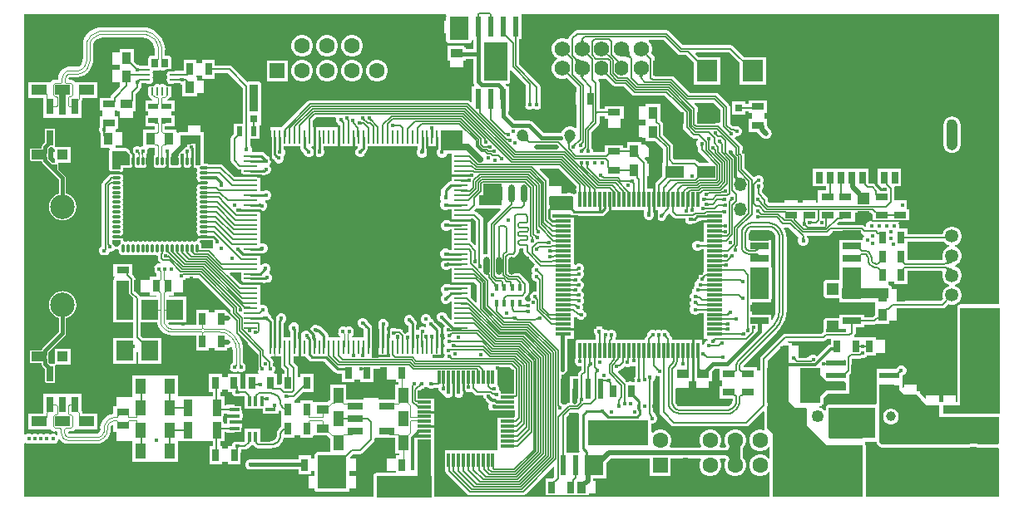
<source format=gtl>
G04*
G04 #@! TF.GenerationSoftware,Altium Limited,Altium Designer,21.7.1 (17)*
G04*
G04 Layer_Physical_Order=1*
G04 Layer_Color=255*
%FSLAX44Y44*%
%MOMM*%
G71*
G04*
G04 #@! TF.SameCoordinates,003C428C-6323-4237-91BB-275CBF4B30E0*
G04*
G04*
G04 #@! TF.FilePolarity,Positive*
G04*
G01*
G75*
%ADD10C,0.2540*%
%ADD13C,0.2000*%
%ADD15C,0.6000*%
%ADD19R,0.9000X1.3000*%
%ADD20R,3.6000X2.0000*%
%ADD21R,0.6000X2.0000*%
%ADD22R,1.0000X1.6500*%
%ADD23R,1.6500X0.7600*%
%ADD24R,0.7600X1.6500*%
%ADD25R,1.6500X1.0000*%
%ADD26R,1.0000X1.0000*%
%ADD27R,1.6000X0.3000*%
%ADD28R,0.3000X1.6000*%
%ADD29R,2.0000X0.6000*%
%ADD30R,2.4100X3.3000*%
%ADD31R,1.9250X0.6500*%
%ADD32R,2.1500X2.2000*%
%ADD33R,0.9000X1.7000*%
%ADD34R,1.3000X0.7000*%
%ADD35R,1.0000X0.5000*%
%ADD36R,0.5500X0.6000*%
%ADD37R,0.5000X1.0000*%
%ADD38R,1.4750X0.3000*%
%ADD39R,0.3000X1.4750*%
%ADD40R,4.1000X4.1000*%
%ADD41R,0.2540X1.3208*%
%ADD42R,1.3208X0.2540*%
%ADD43R,1.3208X0.2540*%
%ADD44R,5.5880X5.5880*%
%ADD45R,2.0000X2.0000*%
%ADD46R,1.0500X0.3500*%
%ADD47R,0.3500X1.0500*%
%ADD48R,1.8000X2.0000*%
%ADD49O,0.6500X1.8500*%
%ADD50O,0.9000X0.2500*%
%ADD51O,0.2500X0.9000*%
%ADD52R,1.4500X1.4500*%
%ADD53R,7.4000X7.4000*%
%ADD54O,0.8500X0.3000*%
%ADD55O,0.3000X0.8500*%
%ADD56R,0.8000X0.8000*%
%ADD57R,3.4000X2.4000*%
%ADD58R,0.4500X0.8000*%
%ADD59R,3.2000X1.6000*%
%ADD60R,0.7000X1.2000*%
%ADD61R,1.0000X1.2000*%
%ADD62R,1.3000X1.9000*%
%ADD63R,1.0000X0.8000*%
%ADD64R,1.0000X2.8000*%
%ADD65R,1.0000X1.6000*%
%ADD66R,1.3000X0.9000*%
%ADD67R,1.9000X1.3000*%
%ADD68R,0.7000X1.3000*%
%ADD69R,1.6000X3.2000*%
%ADD70R,2.0000X3.6000*%
%ADD71R,0.8000X0.8000*%
%ADD136C,1.2500*%
%ADD137C,1.0000*%
%ADD143C,0.1223*%
%ADD144C,0.1532*%
%ADD145C,0.1468*%
%ADD146C,0.3000*%
%ADD147C,0.2934*%
%ADD148C,0.5000*%
%ADD149C,0.4153*%
%ADD150C,0.4000*%
%ADD151C,0.7000*%
%ADD152C,1.0000*%
%ADD153C,0.1537*%
%ADD154C,1.1000*%
%ADD155R,1.7750X1.1000*%
%ADD156R,1.9750X2.4500*%
%ADD157R,2.1250X0.9000*%
%ADD158R,0.8000X1.2250*%
%ADD159R,0.5500X3.0750*%
%ADD160R,0.9500X2.7750*%
%ADD161R,1.3000X1.2750*%
%ADD162R,2.9710X0.7500*%
%ADD163R,2.1750X2.0500*%
%ADD164R,1.4250X1.0250*%
%ADD165R,0.9250X1.8250*%
%ADD166R,1.9250X2.2250*%
%ADD167R,0.4500X1.0000*%
%ADD168R,1.6500X0.3500*%
%ADD169R,4.7000X3.1500*%
%ADD170R,4.6250X0.6000*%
%ADD171R,4.0441X10.1000*%
%ADD172R,0.7500X3.0250*%
%ADD173R,1.9250X1.0500*%
%ADD174R,1.4500X2.4750*%
%ADD175R,2.8500X0.8000*%
%ADD176R,0.8710X3.5826*%
%ADD177R,0.7250X1.6250*%
%ADD178R,0.7253X1.2000*%
%ADD179R,0.5500X1.2000*%
%ADD180R,0.8000X2.0701*%
%ADD181R,0.7500X4.2750*%
%ADD182R,2.2500X0.8000*%
%ADD183R,1.0750X1.0500*%
%ADD184R,0.9750X1.0500*%
%ADD185R,1.9000X3.1750*%
%ADD186R,2.0000X0.4500*%
%ADD187R,1.2250X1.2250*%
%ADD188R,4.7250X1.1000*%
%ADD189R,1.9250X3.1750*%
%ADD190R,1.2750X0.9250*%
%ADD191R,0.8500X1.8500*%
%ADD192R,0.7500X0.9000*%
%ADD193R,0.7500X0.9000*%
%ADD194R,1.9000X2.0000*%
%ADD195R,6.2000X2.6500*%
%ADD196R,2.4000X3.9500*%
%ADD197R,3.0000X3.4000*%
%ADD198R,5.5750X2.2441*%
%ADD199R,1.4750X5.6500*%
%ADD200R,1.3500X1.3500*%
%ADD201C,1.3500*%
%ADD202C,1.1000*%
%ADD203R,1.1000X1.1000*%
%ADD204R,1.5750X1.5750*%
%ADD205C,1.5750*%
%ADD206O,1.4000X1.5750*%
%ADD207C,3.5000*%
%ADD208C,4.0000*%
%ADD209R,1.5000X1.5000*%
%ADD210C,1.6000*%
%ADD211C,1.2000*%
%ADD212O,1.3000X1.4000*%
%ADD213C,2.5000*%
%ADD214C,2.6000*%
%ADD215C,5.0000*%
%ADD216C,0.4501*%
%ADD217C,0.4500*%
G36*
X572504Y470591D02*
X572565Y470209D01*
X572667Y469854D01*
X572810Y469525D01*
X572993Y469224D01*
X573217Y468950D01*
X573482Y468702D01*
X573788Y468482D01*
X574134Y468288D01*
X574521Y468121D01*
X568979D01*
X569366Y468288D01*
X569712Y468482D01*
X570018Y468702D01*
X570283Y468950D01*
X570507Y469224D01*
X570690Y469525D01*
X570833Y469854D01*
X570934Y470209D01*
X570996Y470591D01*
X571016Y471000D01*
X572484D01*
X572504Y470591D01*
D02*
G37*
G36*
X433132Y495553D02*
X433621Y494652D01*
X433441Y493750D01*
Y489500D01*
X431250D01*
Y476500D01*
X433441D01*
Y469250D01*
X433674Y468079D01*
X434337Y467087D01*
X435330Y466424D01*
X436500Y466191D01*
X456250D01*
X457421Y466424D01*
X458413Y467087D01*
X459076Y468079D01*
X459309Y469250D01*
X460579Y469494D01*
X460602Y469490D01*
Y460851D01*
X453500D01*
Y463750D01*
X434500D01*
Y448750D01*
X437500D01*
Y441750D01*
X450500D01*
Y448750D01*
X453500D01*
Y450655D01*
X460602D01*
Y427448D01*
X460990Y425497D01*
X461977Y424020D01*
X461620Y422750D01*
X459700D01*
Y406870D01*
X458527Y406384D01*
X457595Y407315D01*
X456360Y408140D01*
X454903Y408430D01*
X295123D01*
X293666Y408140D01*
X292431Y407315D01*
X266583Y381468D01*
X266007Y380604D01*
X254729D01*
Y371421D01*
X254645Y371000D01*
Y353001D01*
X254977Y351335D01*
X255920Y349923D01*
X257500Y348344D01*
Y348206D01*
X258299Y346276D01*
X258668Y345907D01*
X258976Y346331D01*
X258994Y346264D01*
X259030Y346184D01*
X259083Y346091D01*
X259154Y345986D01*
X259350Y345738D01*
X259617Y345439D01*
X259955Y345091D01*
X259765Y344809D01*
X259776Y344799D01*
X261706Y344000D01*
X263794D01*
X265724Y344799D01*
X267201Y346276D01*
X268000Y348206D01*
Y350294D01*
X267557Y351365D01*
X268470Y352277D01*
X269269Y354207D01*
Y356296D01*
X268470Y358225D01*
X268354Y358341D01*
Y361396D01*
X284645D01*
Y360251D01*
X284977Y358585D01*
X285920Y357173D01*
X288500Y354594D01*
Y354456D01*
X289299Y352526D01*
X290776Y351049D01*
X292706Y350250D01*
X294794D01*
X296724Y351049D01*
X298201Y352526D01*
X298365Y352921D01*
X299635D01*
X299799Y352526D01*
X301276Y351049D01*
X303206Y350250D01*
X305294D01*
X307224Y351049D01*
X308701Y352526D01*
X309500Y354456D01*
Y356544D01*
X308701Y358474D01*
X308354Y358821D01*
Y361396D01*
X323269D01*
Y380604D01*
X299730D01*
Y371421D01*
X299646Y371000D01*
Y358106D01*
X299635Y358078D01*
X298365D01*
X298201Y358474D01*
X296724Y359951D01*
X296301Y360126D01*
X296554Y361396D01*
X298270D01*
Y380604D01*
X297807D01*
Y380793D01*
X297729Y380793D01*
X297726Y381043D01*
X297680Y381674D01*
X297653Y381844D01*
X297619Y381994D01*
X297579Y382124D01*
X297534Y382234D01*
X297482Y382324D01*
X297424Y382394D01*
X297807Y382393D01*
Y387871D01*
X300816Y390879D01*
X320506D01*
X321212Y389823D01*
X321000Y389311D01*
Y387222D01*
X321799Y385292D01*
X323276Y383815D01*
X325192Y383022D01*
Y380604D01*
X324729D01*
Y361396D01*
X338270D01*
Y377115D01*
X339540Y377794D01*
X339730Y377667D01*
Y361396D01*
X343196D01*
X343449Y360126D01*
X343026Y359951D01*
X341549Y358474D01*
X340750Y356544D01*
Y354456D01*
X341549Y352526D01*
X343026Y351049D01*
X344956Y350250D01*
X347044D01*
X348974Y351049D01*
X350451Y352526D01*
X351250Y354456D01*
Y355124D01*
X352080Y355953D01*
X353023Y357366D01*
X353355Y359032D01*
Y361396D01*
X404645D01*
Y358570D01*
X404299Y358224D01*
X403500Y356294D01*
Y354206D01*
X404299Y352276D01*
X405776Y350799D01*
X407706Y350000D01*
X409794D01*
X411724Y350799D01*
X413201Y352276D01*
X414000Y354206D01*
Y356294D01*
X413352Y357859D01*
Y371000D01*
X413269Y371421D01*
Y375014D01*
X414539Y375614D01*
X414645Y375527D01*
Y371000D01*
X414729Y370580D01*
Y361396D01*
X423269D01*
Y370580D01*
X423352Y371000D01*
Y375489D01*
X423352Y375489D01*
X423421Y375542D01*
X424691Y374918D01*
Y371233D01*
X424645Y371000D01*
Y357852D01*
X424000Y356294D01*
Y354206D01*
X424799Y352276D01*
X426276Y350799D01*
X428206Y350000D01*
X430294D01*
X432224Y350799D01*
X433701Y352276D01*
X434495Y354191D01*
X438897D01*
Y342229D01*
Y332229D01*
X452009D01*
X452609Y330960D01*
X452522Y330853D01*
X448501D01*
X448080Y330770D01*
X438897D01*
Y325854D01*
X437751D01*
X436085Y325523D01*
X434672Y324579D01*
X429672Y319578D01*
X428728Y318166D01*
X428396Y316500D01*
Y311822D01*
X428299Y311724D01*
X427500Y309794D01*
Y307706D01*
X428299Y305776D01*
X428950Y305125D01*
X428301Y304475D01*
X427501Y302546D01*
Y300457D01*
X428301Y298527D01*
X429778Y297050D01*
X431707Y296251D01*
X433796D01*
X435726Y297050D01*
X435823Y297147D01*
X438897D01*
Y287231D01*
X458105D01*
Y287694D01*
X460672D01*
X463447Y284919D01*
Y261596D01*
X462274Y261110D01*
X459191Y264193D01*
X458105Y264919D01*
Y277231D01*
Y284585D01*
X457834Y284870D01*
X458105Y285142D01*
Y285771D01*
X448921D01*
X448501Y285854D01*
X434647D01*
X434294Y286000D01*
X432206D01*
X430276Y285201D01*
X428799Y283724D01*
X428000Y281794D01*
Y279706D01*
X428799Y277776D01*
X430276Y276299D01*
X432206Y275500D01*
X434294D01*
X436224Y276299D01*
X437072Y277147D01*
X438897D01*
Y267231D01*
Y255855D01*
X436071D01*
X435724Y256201D01*
X433794Y257000D01*
X431706D01*
X429776Y256201D01*
X428299Y254724D01*
X427500Y252794D01*
Y250706D01*
X428299Y248776D01*
X429776Y247299D01*
X430899Y246834D01*
Y245459D01*
X430276Y245201D01*
X428799Y243724D01*
X428000Y241794D01*
Y239706D01*
X428799Y237776D01*
X430276Y236299D01*
X432206Y235500D01*
X434294D01*
X436224Y236299D01*
X437073Y237147D01*
X438897D01*
Y232230D01*
Y222230D01*
X458105D01*
Y222693D01*
X461823D01*
X464490Y220025D01*
Y202904D01*
X463317Y202418D01*
X458509Y207226D01*
X458460Y207258D01*
X458105Y207614D01*
Y220770D01*
X448921D01*
X448501Y220853D01*
X434780D01*
X434263Y220750D01*
X432206D01*
X430276Y219951D01*
X428799Y218474D01*
X428000Y216544D01*
Y214456D01*
X428799Y212526D01*
X429653Y211672D01*
X429981Y210598D01*
X429620Y210045D01*
X428549Y208974D01*
X427750Y207044D01*
Y204956D01*
X428549Y203026D01*
X430026Y201549D01*
X431956Y200750D01*
X434044D01*
X435974Y201549D01*
X437451Y203026D01*
X437627Y203450D01*
X438897Y203197D01*
Y197231D01*
Y185420D01*
X437723Y184934D01*
X434500Y188157D01*
Y188294D01*
X433701Y190224D01*
X432224Y191701D01*
X430294Y192500D01*
X428206D01*
X426276Y191701D01*
X424799Y190224D01*
X424000Y188294D01*
Y186206D01*
X424799Y184276D01*
X426276Y182799D01*
X428206Y182000D01*
X428343D01*
X431970Y178373D01*
X430760Y177164D01*
X429961Y175234D01*
Y173145D01*
X430760Y171215D01*
X431661Y170315D01*
X431273Y169379D01*
Y167290D01*
X431986Y165568D01*
X431736Y165318D01*
X430937Y163388D01*
Y161299D01*
X431736Y159370D01*
X432497Y158609D01*
X432340Y157819D01*
X430863Y156342D01*
X430064Y154412D01*
Y152324D01*
X430863Y150394D01*
X431842Y149415D01*
X431250Y147985D01*
Y146265D01*
X428604D01*
X428270Y147396D01*
X428270D01*
Y148607D01*
X427424Y148606D01*
X427482Y148676D01*
X427533Y148766D01*
X427579Y148876D01*
X427619Y149006D01*
X427652Y149156D01*
X427680Y149326D01*
X427716Y149726D01*
X427729Y150207D01*
X428270Y150208D01*
Y156580D01*
X428354Y157000D01*
Y165156D01*
X427729Y165242D01*
X427726Y165494D01*
X427708Y165936D01*
X427673Y166295D01*
X427648Y166443D01*
X427619Y166571D01*
X427585Y166678D01*
X427547Y166764D01*
X427505Y166829D01*
X428359Y167700D01*
Y168800D01*
X427505Y169671D01*
X427547Y169736D01*
X427585Y169822D01*
X427619Y169929D01*
X427648Y170057D01*
X427673Y170205D01*
X427708Y170564D01*
X427726Y171006D01*
X427729Y171259D01*
X428359Y171345D01*
Y173995D01*
X428027Y175661D01*
X427084Y177073D01*
X423250Y180907D01*
Y180972D01*
X423190Y180998D01*
X423091Y181027D01*
X423002Y181037D01*
X423182Y181210D01*
X422451Y182974D01*
X421413Y184012D01*
X420771Y183370D01*
X420764Y183447D01*
X420738Y183535D01*
X420694Y183636D01*
X420630Y183747D01*
X420548Y183870D01*
X420447Y184005D01*
X420188Y184308D01*
X419853Y184657D01*
X420036Y184840D01*
X419044Y185250D01*
X418000D01*
Y186294D01*
X417201Y188224D01*
X415724Y189701D01*
X413794Y190500D01*
X411706D01*
X409776Y189701D01*
X408299Y188224D01*
X407500Y186294D01*
Y184206D01*
X408299Y182276D01*
X409776Y180799D01*
X411706Y180000D01*
X412750D01*
Y178956D01*
X413342Y177525D01*
X412265Y176806D01*
X412172Y176899D01*
X410242Y177698D01*
X408154D01*
X406224Y176899D01*
X404747Y175422D01*
X404622Y175121D01*
X403352Y175374D01*
Y177607D01*
X402675D01*
X402733Y177677D01*
X402785Y177767D01*
X402830Y177877D01*
X402870Y178007D01*
X402904Y178157D01*
X402931Y178327D01*
X402968Y178727D01*
X402980Y179208D01*
X403352D01*
Y181001D01*
X403021Y182668D01*
X402077Y184080D01*
X401000Y185156D01*
Y185294D01*
X400201Y187224D01*
X398724Y188701D01*
X396794Y189500D01*
X394706D01*
X392776Y188701D01*
X391299Y187224D01*
X390500Y185294D01*
Y183206D01*
X391299Y181276D01*
X392776Y179799D01*
X394645Y179025D01*
Y172181D01*
X392733D01*
X391362Y171613D01*
X388549Y174426D01*
X387314Y175251D01*
X385857Y175541D01*
X382701D01*
X382668Y175553D01*
X382657Y175558D01*
X382574Y175601D01*
X382474Y175701D01*
X380544Y176500D01*
X378456D01*
X376526Y175701D01*
X375049Y174224D01*
X374625Y173200D01*
X373355Y173453D01*
Y176680D01*
X373701Y177026D01*
X374500Y178956D01*
Y181044D01*
X373701Y182974D01*
X372224Y184451D01*
X370294Y185250D01*
X368206D01*
X366276Y184451D01*
X364799Y182974D01*
X364000Y181044D01*
Y178956D01*
X364648Y177391D01*
Y157000D01*
X364731Y156580D01*
Y147557D01*
X364048D01*
X363740Y146480D01*
X363485Y146479D01*
X362339Y146401D01*
X362267Y146380D01*
X362217Y146357D01*
X362491Y147557D01*
X358270D01*
Y149327D01*
X357731Y150634D01*
X358270Y150867D01*
Y156580D01*
X358354Y157000D01*
Y163250D01*
X357731Y164001D01*
X358354Y165375D01*
Y176383D01*
X358022Y178049D01*
X357079Y179462D01*
X355282Y181258D01*
X354973Y181464D01*
X353473Y182965D01*
X352951Y184224D01*
X351474Y185701D01*
X349544Y186500D01*
X347456D01*
X345526Y185701D01*
X344049Y184224D01*
X343250Y182294D01*
Y180206D01*
X344049Y178276D01*
X345526Y176799D01*
X347456Y176000D01*
X348124D01*
X349023Y175101D01*
X349332Y174894D01*
X349646Y174580D01*
Y166604D01*
X337305D01*
X337052Y167874D01*
X337474Y168049D01*
X338951Y169526D01*
X339750Y171456D01*
Y173544D01*
X339517Y174107D01*
X338925D01*
X339034Y174226D01*
X339132Y174358D01*
X339218Y174502D01*
X339291Y174655D01*
X338951Y175474D01*
X337474Y176951D01*
X335544Y177750D01*
X333456D01*
X331526Y176951D01*
X331500Y176925D01*
X331474Y176951D01*
X329544Y177750D01*
X327456D01*
X325526Y176951D01*
X324049Y175474D01*
X323709Y174655D01*
X323782Y174502D01*
X323868Y174358D01*
X323966Y174226D01*
X324076Y174107D01*
X323483Y174107D01*
X323250Y173544D01*
Y171456D01*
X324049Y169526D01*
X325526Y168049D01*
X325948Y167874D01*
X325695Y166604D01*
X313352D01*
Y168501D01*
X313021Y170167D01*
X312077Y171580D01*
X306699Y176958D01*
X305286Y177902D01*
X303620Y178233D01*
X303442D01*
X303224Y178451D01*
X301294Y179250D01*
X299206D01*
X297276Y178451D01*
X295799Y176974D01*
X295000Y175044D01*
Y173900D01*
X294905Y173785D01*
X293729Y173156D01*
X292294Y173750D01*
X290206D01*
X288276Y172951D01*
X286799Y171474D01*
X286000Y169544D01*
Y167456D01*
X285431Y166604D01*
X285414D01*
X285380Y166493D01*
X285346Y166343D01*
X285319Y166173D01*
X285282Y165773D01*
X285270Y165292D01*
X284729Y165292D01*
Y147396D01*
X290270D01*
X290922Y146421D01*
X293922Y143421D01*
X295334Y142478D01*
X297000Y142146D01*
X308947D01*
X319921Y131172D01*
X321334Y130228D01*
X323000Y129896D01*
X327250D01*
Y120750D01*
X340250D01*
Y123750D01*
X346250D01*
Y120750D01*
X359250D01*
Y134975D01*
X373000D01*
Y123750D01*
X382000D01*
Y120750D01*
X384818D01*
Y118750D01*
X381750D01*
Y103071D01*
X375839D01*
X375483Y103000D01*
X364500D01*
Y105000D01*
X349000D01*
Y103000D01*
X338017D01*
X337661Y103071D01*
X331750D01*
Y118750D01*
X315750D01*
Y103322D01*
X315452Y103263D01*
X314258Y102465D01*
X312293Y100500D01*
X298500D01*
X297750Y101459D01*
Y102750D01*
X284750D01*
Y99750D01*
X278750D01*
Y102661D01*
X279193Y102749D01*
X280428Y103574D01*
X287414Y110560D01*
X298030D01*
Y129560D01*
X285030D01*
Y126560D01*
X282307D01*
Y135250D01*
X282017Y136707D01*
X281192Y137942D01*
X277807Y141327D01*
Y147396D01*
X283269D01*
Y156580D01*
X283353Y157000D01*
Y165292D01*
X282730Y165292D01*
X282727Y165542D01*
X282681Y166173D01*
X282654Y166343D01*
X282620Y166493D01*
X282581Y166623D01*
X282535Y166733D01*
X282483Y166823D01*
X282425Y166893D01*
X283353Y166893D01*
Y170107D01*
X282425Y170107D01*
X282483Y170177D01*
X282535Y170267D01*
X282581Y170377D01*
X282620Y170507D01*
X282654Y170657D01*
X282681Y170827D01*
X282718Y171228D01*
X282730Y171708D01*
X283353Y171708D01*
Y174495D01*
X283750Y175456D01*
Y177544D01*
X282951Y179474D01*
X281474Y180951D01*
X279544Y181750D01*
X277456D01*
X275526Y180951D01*
X274049Y179474D01*
X273250Y177544D01*
Y175456D01*
X274049Y173526D01*
X274645Y172929D01*
Y166604D01*
X268354D01*
Y181499D01*
X268474Y181549D01*
X269951Y183026D01*
X270750Y184956D01*
Y187044D01*
X269951Y188974D01*
X268474Y190451D01*
X266544Y191250D01*
X264456D01*
X262526Y190451D01*
X261049Y188974D01*
X260250Y187044D01*
Y186042D01*
X259978Y185636D01*
X259646Y183970D01*
Y157000D01*
X259730Y156580D01*
Y147396D01*
X265192D01*
Y137751D01*
X265481Y136294D01*
X266307Y135059D01*
X268723Y132643D01*
Y129560D01*
X266030D01*
Y119213D01*
X264760Y118207D01*
X264249Y118308D01*
X261030D01*
Y129560D01*
X258281D01*
X257755Y130830D01*
X258451Y131526D01*
X259250Y133456D01*
Y135544D01*
X258451Y137474D01*
X257574Y138352D01*
Y141734D01*
X257284Y143191D01*
X256458Y144426D01*
X254661Y146223D01*
X255147Y147396D01*
X258270D01*
Y156580D01*
X258354Y157000D01*
Y182560D01*
X258022Y184226D01*
X257079Y185638D01*
X255311Y187406D01*
Y187544D01*
X254511Y189474D01*
X253034Y190951D01*
X252328Y191243D01*
X251658Y192878D01*
X252000Y193706D01*
Y195794D01*
X251201Y197724D01*
X249724Y199201D01*
X247794Y200000D01*
X245706D01*
X245161Y199775D01*
X244105Y200480D01*
Y212230D01*
Y220770D01*
X224897D01*
Y220770D01*
X223689Y220919D01*
X220368Y224240D01*
X220363Y224241D01*
X220273Y224250D01*
X220315Y224293D01*
X213089Y231519D01*
X213575Y232693D01*
X224897D01*
Y222230D01*
X234080D01*
X234501Y222146D01*
X249219D01*
X249739Y222250D01*
X251794D01*
X253724Y223049D01*
X255201Y224526D01*
X256000Y226456D01*
Y228544D01*
X255201Y230474D01*
X253822Y231854D01*
X253597Y232237D01*
X253400Y233228D01*
X253931Y233759D01*
X254731Y235689D01*
Y237778D01*
X253931Y239708D01*
X252454Y241185D01*
X250525Y241984D01*
X248436D01*
X246506Y241185D01*
X245375Y240053D01*
X244105Y240542D01*
Y250770D01*
X227220D01*
X227094Y250960D01*
X227772Y252230D01*
X234080D01*
X234501Y252146D01*
X244719D01*
X245240Y252250D01*
X247294D01*
X249224Y253049D01*
X250701Y254526D01*
X251500Y256456D01*
Y258544D01*
X250701Y260474D01*
X249224Y261951D01*
X247294Y262750D01*
X245206D01*
X245161Y262732D01*
X244105Y263437D01*
Y272230D01*
Y282230D01*
Y294565D01*
X244990Y295573D01*
X245293Y295573D01*
X247079D01*
X249009Y296373D01*
X250485Y297850D01*
X251285Y299779D01*
Y301868D01*
X250485Y303798D01*
X249304Y304980D01*
X249721Y306250D01*
X251294D01*
X253224Y307049D01*
X254701Y308526D01*
X255500Y310456D01*
Y312544D01*
X254701Y314474D01*
X253224Y315951D01*
X251294Y316750D01*
X249206D01*
X247276Y315951D01*
X247179Y315854D01*
X244105D01*
Y322229D01*
Y329683D01*
X244009Y329719D01*
X243926Y329733D01*
X243857Y329723D01*
X243802Y329690D01*
X243918Y330770D01*
X240613D01*
X240547Y329882D01*
X240478Y329949D01*
X240389Y330008D01*
X240280Y330060D01*
X240151Y330105D01*
X240002Y330144D01*
X239833Y330175D01*
X239643Y330199D01*
X239204Y330227D01*
X238955Y330231D01*
X239003Y330770D01*
X227955D01*
X227955Y330231D01*
X227705Y330228D01*
X227074Y330182D01*
X226904Y330154D01*
X226754Y330121D01*
X226624Y330081D01*
X226514Y330035D01*
X226424Y329983D01*
X226354Y329925D01*
X226354Y330770D01*
X224897D01*
Y330307D01*
X218328D01*
X206473Y342161D01*
X205238Y342986D01*
X203781Y343276D01*
X191652D01*
X191006Y343708D01*
X189250Y344057D01*
X186559D01*
Y373000D01*
X186500Y373296D01*
Y376000D01*
X183796D01*
X183500Y376059D01*
Y383000D01*
X170500D01*
Y376059D01*
X162250D01*
X161080Y375826D01*
X160270Y375285D01*
X159543Y375493D01*
X159000Y375822D01*
Y378500D01*
X147967D01*
X147611Y378571D01*
X147310D01*
Y381969D01*
X147467Y382000D01*
X157000D01*
Y393000D01*
X154000D01*
Y397000D01*
X157000D01*
Y408000D01*
X150253D01*
X149727Y409270D01*
X150591Y410134D01*
X151158Y410247D01*
X152564Y411186D01*
X153503Y412592D01*
X153833Y414250D01*
Y420750D01*
X153503Y422408D01*
X152564Y423814D01*
X152150Y424091D01*
X152646Y425287D01*
X153250Y425167D01*
X159750D01*
X161133Y425442D01*
X161526Y425049D01*
X163456Y424250D01*
X165000D01*
Y412500D01*
X180000D01*
Y415500D01*
X187000D01*
Y428500D01*
X180000D01*
Y431500D01*
X179000D01*
Y433500D01*
X185000D01*
Y430500D01*
X198000D01*
Y436193D01*
X211173D01*
X226443Y420923D01*
Y384750D01*
X217250D01*
Y374134D01*
X215308Y372192D01*
X214483Y370957D01*
X214193Y369500D01*
Y347000D01*
X214483Y345543D01*
X215308Y344308D01*
X220807Y338809D01*
X222042Y337983D01*
X223499Y337693D01*
X224897D01*
Y332229D01*
X226353D01*
X226353Y333076D01*
X226423Y333018D01*
X226513Y332966D01*
X226623Y332920D01*
X226753Y332881D01*
X226903Y332847D01*
X227073Y332820D01*
X227474Y332783D01*
X227954Y332771D01*
X227955Y332229D01*
X234080D01*
X234501Y332146D01*
X239127D01*
X239183Y332771D01*
X239435Y332773D01*
X240237Y332834D01*
X240386Y332862D01*
X240515Y332895D01*
X240624Y332933D01*
X240712Y332976D01*
X240780Y333024D01*
X240715Y332146D01*
X244067D01*
X244117Y332615D01*
X244852Y332146D01*
X248219D01*
X249885Y332477D01*
X249918Y332500D01*
X251044D01*
X252974Y333299D01*
X254451Y334776D01*
X255250Y336706D01*
Y338794D01*
X254451Y340724D01*
X253849Y341326D01*
X253839Y343113D01*
X254252Y343525D01*
X255051Y345455D01*
Y346753D01*
X254531Y346376D01*
X254537Y346474D01*
X254523Y346581D01*
X254489Y346697D01*
X254435Y346822D01*
X254361Y346956D01*
X254268Y347099D01*
X254154Y347251D01*
X253867Y347581D01*
X253694Y347760D01*
X254686Y348427D01*
X254252Y349474D01*
X252775Y350951D01*
X251386Y351526D01*
X251340Y351566D01*
X248326Y354579D01*
X246914Y355523D01*
X245248Y355854D01*
X236084D01*
X235378Y356910D01*
X235500Y357206D01*
Y359294D01*
X234701Y361224D01*
X234179Y361746D01*
X234057Y361938D01*
Y368750D01*
X243250D01*
Y382755D01*
X244750D01*
Y395466D01*
X244826Y395579D01*
X245059Y396750D01*
Y424500D01*
X244826Y425671D01*
X244163Y426663D01*
X243171Y427326D01*
X242000Y427559D01*
X232500D01*
X231329Y427326D01*
X231017Y427117D01*
X215442Y442692D01*
X214207Y443517D01*
X212750Y443807D01*
X198000D01*
Y449500D01*
X185000D01*
Y446500D01*
X179000D01*
Y449500D01*
X166000D01*
Y438307D01*
X161702D01*
X161408Y438503D01*
X159750Y438833D01*
X153653D01*
X153351Y439243D01*
X153099Y439847D01*
X153066Y440066D01*
X153576Y440830D01*
X153809Y442000D01*
Y443127D01*
X153833Y443250D01*
Y449750D01*
X153809Y449873D01*
Y451000D01*
X153576Y452170D01*
X152913Y453163D01*
X151920Y453826D01*
X150750Y454059D01*
X149623D01*
X149500Y454083D01*
X149377Y454059D01*
X147310D01*
Y459525D01*
X147352D01*
X146900Y464114D01*
X145562Y468527D01*
X143388Y472593D01*
X141195Y475265D01*
X140463Y476158D01*
D01*
X140405Y476207D01*
X137033Y478974D01*
X133187Y481030D01*
X129014Y482296D01*
X124674Y482723D01*
Y482687D01*
X83481D01*
Y482719D01*
X79304Y482308D01*
X75288Y481090D01*
X71587Y479111D01*
X68343Y476449D01*
Y476449D01*
X67588Y475491D01*
X66409Y474055D01*
X64984Y471389D01*
X64106Y468495D01*
X63810Y465486D01*
X63813D01*
Y451602D01*
X63840Y451470D01*
X63458Y448572D01*
X62288Y445748D01*
X60509Y443429D01*
X60396Y443354D01*
X60390Y443345D01*
X59377Y442668D01*
X58182Y442430D01*
X58172Y442432D01*
X49031D01*
Y442442D01*
X46586Y442120D01*
X44307Y441176D01*
X43282Y440390D01*
X42305Y439682D01*
X42305Y439682D01*
X42305Y439682D01*
X40113Y436826D01*
X38736Y433500D01*
X38266Y429931D01*
X37253Y429310D01*
X34750D01*
Y429341D01*
X32706Y428935D01*
X30973Y427777D01*
X30973Y427777D01*
X30774Y427521D01*
X30774Y427521D01*
X30773Y427521D01*
X30250Y427000D01*
X7750D01*
Y411000D01*
X22957D01*
Y410011D01*
X23237Y408602D01*
X23500Y408208D01*
Y390650D01*
X62500D01*
Y408208D01*
X62763Y408602D01*
X63043Y410011D01*
Y411000D01*
X78250D01*
Y427000D01*
X56864D01*
X56281D01*
X55226Y427521D01*
X55027Y427777D01*
X54177Y428345D01*
X53294Y428935D01*
X51250Y429341D01*
Y429310D01*
X49925D01*
X49059Y430579D01*
X49168Y431127D01*
X49626Y431813D01*
X58181D01*
Y431766D01*
X61750Y432236D01*
X65076Y433613D01*
X67932Y435805D01*
Y435805D01*
X68703Y436755D01*
X70719Y439212D01*
X72775Y443058D01*
X74041Y447231D01*
X74468Y451571D01*
X74432D01*
Y465465D01*
X74413Y465559D01*
X74767Y467336D01*
X75773Y468843D01*
X75854Y468896D01*
X75917Y468990D01*
X78078Y470649D01*
X80698Y471734D01*
X83399Y472090D01*
X83510Y472068D01*
X124636D01*
X124769Y472094D01*
X127671Y471712D01*
X130499Y470541D01*
X132821Y468759D01*
X132896Y468646D01*
X133038Y468552D01*
X135003Y465991D01*
X136302Y462854D01*
X136724Y459653D01*
X136691Y459487D01*
Y454059D01*
X134623D01*
X134500Y454083D01*
X134377Y454059D01*
X133250D01*
X132079Y453826D01*
X131087Y453163D01*
X130424Y452170D01*
X130191Y451000D01*
Y449873D01*
X130167Y449750D01*
Y443833D01*
X124250D01*
X122592Y443503D01*
X122492Y443437D01*
X121977Y443951D01*
X120047Y444750D01*
X119137D01*
X115750Y448137D01*
Y460500D01*
X100750D01*
Y457500D01*
X93750D01*
Y444500D01*
X100750D01*
Y439500D01*
X93750D01*
Y426500D01*
X100750D01*
Y423500D01*
X101207D01*
X101692Y422327D01*
X93058Y413692D01*
X92233Y412457D01*
X91943Y411000D01*
X80500D01*
Y398000D01*
X83500D01*
Y392000D01*
X80500D01*
Y380399D01*
X80250Y379794D01*
Y377706D01*
X81049Y375776D01*
X81571Y375254D01*
X81693Y375062D01*
Y372808D01*
X81750Y372521D01*
Y359500D01*
X90228D01*
X90798Y358230D01*
X90424Y357671D01*
X90191Y356500D01*
Y339617D01*
X90162Y339469D01*
X90191Y339321D01*
Y338000D01*
X90424Y336829D01*
X91087Y335837D01*
X91873Y335312D01*
Y336044D01*
X91906Y336024D01*
X91965Y336005D01*
X92000Y335998D01*
Y336270D01*
X92115Y336206D01*
X92322Y336149D01*
X92621Y336100D01*
X93013Y336056D01*
X94738Y335966D01*
X97290Y335936D01*
Y333002D01*
X96347Y332999D01*
X92115Y332732D01*
X92000Y332668D01*
Y332935D01*
X91965Y332933D01*
X91906Y332914D01*
X91873Y332894D01*
Y332958D01*
X91506Y332713D01*
X91498Y332702D01*
X91456Y332693D01*
X90221Y331868D01*
X88029Y329676D01*
X88029Y329676D01*
X83824Y325471D01*
X82999Y324236D01*
X82709Y322779D01*
Y259706D01*
X82456Y259601D01*
X80979Y258124D01*
X80179Y256194D01*
Y254105D01*
X80979Y252176D01*
X82456Y250699D01*
X84385Y249899D01*
X86474D01*
X88404Y250699D01*
X89881Y252176D01*
X90637Y254000D01*
X92294D01*
X94224Y254799D01*
X95701Y256276D01*
X95710Y256299D01*
X96250Y256191D01*
X96250Y256191D01*
X98250D01*
X98250Y256191D01*
X98642Y256269D01*
X99912Y255341D01*
Y254719D01*
X100261Y252963D01*
X101256Y251475D01*
X102744Y250480D01*
X104500Y250131D01*
X106256Y250480D01*
X107000Y250977D01*
X107744Y250480D01*
X109500Y250131D01*
X111256Y250480D01*
X112000Y250977D01*
X112744Y250480D01*
X114500Y250131D01*
X116256Y250480D01*
X117000Y250977D01*
X117744Y250480D01*
X119500Y250131D01*
X121256Y250480D01*
X122000Y250977D01*
X122744Y250480D01*
X124500Y250131D01*
X126256Y250480D01*
X127000Y250977D01*
X127744Y250480D01*
X129500Y250131D01*
X131256Y250480D01*
X132000Y250977D01*
X132744Y250480D01*
X134500Y250131D01*
X136256Y250480D01*
X137000Y250977D01*
X137744Y250480D01*
X139500Y250131D01*
X139718Y249952D01*
Y247225D01*
X140008Y245768D01*
X140833Y244533D01*
X142357Y243009D01*
X141808Y241762D01*
X140212D01*
X138283Y240963D01*
X136806Y239486D01*
X136006Y237556D01*
Y235467D01*
X136806Y233537D01*
X138283Y232060D01*
X138833Y231833D01*
Y228500D01*
X131750D01*
Y225500D01*
X122750D01*
Y212500D01*
X131750D01*
Y209500D01*
X138815D01*
Y208023D01*
X122056D01*
X121442Y208942D01*
X117057Y213327D01*
Y226000D01*
X116767Y227457D01*
X115942Y228692D01*
X113750Y230884D01*
Y241500D01*
X94750D01*
Y228500D01*
X95495D01*
X95688Y228258D01*
X95587Y226663D01*
X94924Y225671D01*
X94691Y224500D01*
Y212500D01*
Y208023D01*
X94050D01*
Y182023D01*
X97339D01*
X97750Y181941D01*
X114943D01*
Y166723D01*
X114368Y166023D01*
X94050D01*
Y140023D01*
X118050D01*
Y151821D01*
X118180Y151908D01*
X119450Y151229D01*
Y140023D01*
X143450D01*
Y166023D01*
X124834D01*
X122557Y168300D01*
Y182023D01*
X139005D01*
X139104Y181013D01*
X139976Y178140D01*
X141391Y175493D01*
X143295Y173172D01*
X145616Y171268D01*
X148263Y169853D01*
X151135Y168982D01*
X154123Y168687D01*
Y168690D01*
X178750D01*
Y153000D01*
X191750D01*
Y156000D01*
X197750D01*
Y153000D01*
X210750D01*
Y156142D01*
X211500D01*
X213646Y156569D01*
X214402Y157074D01*
X215598Y156647D01*
X215765Y156097D01*
X216096Y152738D01*
X216076Y152641D01*
Y140928D01*
X215298Y140605D01*
X213821Y139128D01*
X213021Y137198D01*
Y135110D01*
X213821Y133180D01*
X215298Y131703D01*
X217227Y130904D01*
X219316D01*
X221246Y131703D01*
X221434Y131891D01*
X221526Y131799D01*
X223456Y131000D01*
X225544D01*
X227474Y131799D01*
X228951Y133276D01*
X229750Y135206D01*
Y137294D01*
X228951Y139224D01*
X227474Y140701D01*
X226695Y141024D01*
Y152688D01*
X226712D01*
X226364Y157101D01*
X225331Y161404D01*
X223637Y165494D01*
X222767Y166914D01*
X223771Y167706D01*
X227963Y163514D01*
X228826Y163838D01*
X230106Y161576D01*
X229868Y161609D01*
X231005Y160472D01*
X231778D01*
X231784Y160318D01*
X231801Y160164D01*
X231830Y160010D01*
X231871Y159857D01*
X231924Y159704D01*
X231988Y159551D01*
X232049Y159427D01*
X240693Y150784D01*
Y136821D01*
X240883Y135866D01*
X240750Y135544D01*
Y133456D01*
X241549Y131526D01*
X242397Y130678D01*
X241719Y129560D01*
X229030D01*
Y114645D01*
X228948Y114578D01*
X224367D01*
X224176Y114699D01*
X224103Y114772D01*
Y116173D01*
X224030Y116540D01*
Y129560D01*
X211030D01*
Y126560D01*
X205030D01*
Y129560D01*
X192030D01*
Y110560D01*
X195643D01*
Y106430D01*
X160190D01*
Y127520D01*
X114190D01*
Y105750D01*
X97643D01*
Y96750D01*
X94750D01*
Y88747D01*
X91937Y88376D01*
X88509Y86956D01*
X86542Y85447D01*
X86504Y85418D01*
X86470Y85392D01*
X85566Y84698D01*
X85566Y84698D01*
X85541Y84678D01*
X85541Y84678D01*
X83217Y81650D01*
X81757Y78124D01*
X81259Y74340D01*
X81259D01*
X81310Y73070D01*
X80979Y71409D01*
X79976Y69907D01*
X79896Y69854D01*
X79866Y69809D01*
X78607Y68967D01*
X77121Y68672D01*
X77068Y68682D01*
X49415D01*
X48909Y69574D01*
X49615Y70690D01*
X51250D01*
Y70659D01*
X53294Y71065D01*
X55027Y72223D01*
X55226Y72479D01*
X56281Y73000D01*
X56864D01*
X78250D01*
Y89000D01*
X63043D01*
Y89989D01*
X62763Y91398D01*
X62500Y91792D01*
Y109350D01*
X23500D01*
Y91792D01*
X23237Y91398D01*
X22957Y89989D01*
Y89000D01*
X7750D01*
Y73000D01*
X30250D01*
X30774Y72479D01*
X30973Y72223D01*
X30973Y72223D01*
X32706Y71065D01*
X34750Y70659D01*
Y70690D01*
X36713D01*
X37655Y69898D01*
X37932Y67789D01*
X36729Y67196D01*
X36224Y67701D01*
X34294Y68500D01*
X32206D01*
X30276Y67701D01*
X30156Y67582D01*
X30037Y67701D01*
X28107Y68500D01*
X26018D01*
X24088Y67701D01*
X23969Y67582D01*
X23849Y67701D01*
X21919Y68500D01*
X19831D01*
X17901Y67701D01*
X17781Y67582D01*
X17662Y67701D01*
X15732Y68500D01*
X13643D01*
X11713Y67701D01*
X11594Y67582D01*
X11474Y67701D01*
X9544Y68500D01*
X7456D01*
X5526Y67701D01*
X5252Y67427D01*
X4078Y67913D01*
Y495922D01*
X432816D01*
X433132Y495553D01*
D02*
G37*
G36*
X619628Y459384D02*
X619837Y456134D01*
X619974Y455254D01*
X620143Y454476D01*
X620346Y453800D01*
X620582Y453226D01*
X620852Y452754D01*
X621154Y452384D01*
X620116Y451346D01*
X619746Y451648D01*
X619274Y451918D01*
X618700Y452154D01*
X618024Y452357D01*
X617246Y452526D01*
X616366Y452663D01*
X614301Y452836D01*
X613116Y452872D01*
X611829Y452875D01*
X619625Y460671D01*
X619628Y459384D01*
D02*
G37*
G36*
X608187Y448874D02*
X608616Y448527D01*
X608815Y448399D01*
X609003Y448303D01*
X609181Y448237D01*
X609348Y448202D01*
X609505Y448198D01*
X609652Y448224D01*
X609788Y448281D01*
X607126Y446807D01*
X607242Y446889D01*
X607321Y446987D01*
X607364Y447100D01*
X607370Y447230D01*
X607340Y447375D01*
X607272Y447536D01*
X607169Y447712D01*
X607029Y447905D01*
X606852Y448113D01*
X606639Y448336D01*
X607958Y449094D01*
X608187Y448874D01*
D02*
G37*
G36*
X565482Y451112D02*
X565862Y450900D01*
X566378Y450665D01*
X567818Y450123D01*
X570997Y449133D01*
X573795Y448355D01*
X564188Y442947D01*
X564482Y444045D01*
X564855Y446016D01*
X564935Y446889D01*
X564943Y447687D01*
X564879Y448411D01*
X564744Y449059D01*
X564537Y449632D01*
X564258Y450130D01*
X563909Y450553D01*
X565238Y451300D01*
X565482Y451112D01*
D02*
G37*
G36*
X149383Y438940D02*
X149500Y438917D01*
X149623Y438941D01*
X149961D01*
X150346Y437671D01*
X150186Y437564D01*
X149247Y436158D01*
X148917Y434500D01*
X149247Y432842D01*
X149809Y432000D01*
X149247Y431158D01*
X148917Y429500D01*
X149247Y427842D01*
X150186Y426436D01*
X150600Y426159D01*
X150104Y424963D01*
X149500Y425083D01*
X149383Y425060D01*
X148124Y423801D01*
X147421Y424472D01*
X147000Y424191D01*
X146158Y424753D01*
X144500Y425083D01*
X142842Y424753D01*
X142000Y424191D01*
X141158Y424753D01*
X139500Y425083D01*
X137842Y424753D01*
X137000Y424191D01*
X136570Y424478D01*
X135876Y423801D01*
X134617Y425060D01*
X134500Y425083D01*
X133896Y424963D01*
X133400Y426159D01*
X133814Y426436D01*
X134753Y427842D01*
X135083Y429500D01*
X134753Y431158D01*
X134191Y432000D01*
X134753Y432842D01*
X135083Y434500D01*
X134753Y436158D01*
X134191Y437000D01*
X134753Y437842D01*
X134972Y438941D01*
X139377D01*
X139500Y438917D01*
X139623Y438941D01*
X140750D01*
X141920Y439174D01*
X142000Y439227D01*
X142079Y439174D01*
X143250Y438941D01*
X144377D01*
X144500Y438917D01*
X144623Y438941D01*
X147116D01*
X147127Y439247D01*
X147144Y439256D01*
X147180Y439284D01*
X147235Y439332D01*
X148124Y440199D01*
X149383Y438940D01*
D02*
G37*
G36*
X120777Y440915D02*
X120949Y440772D01*
X121125Y440646D01*
X121305Y440537D01*
X121490Y440444D01*
X121679Y440369D01*
X121873Y440310D01*
X122071Y440268D01*
X122274Y440243D01*
X122481Y440234D01*
Y438766D01*
X122274Y438758D01*
X122071Y438732D01*
X121873Y438690D01*
X121679Y438631D01*
X121490Y438556D01*
X121305Y438463D01*
X121125Y438354D01*
X120949Y438228D01*
X120777Y438084D01*
X120610Y437925D01*
Y441075D01*
X120777Y440915D01*
D02*
G37*
G36*
X597636Y436207D02*
X597586Y436082D01*
X597569Y435945D01*
X597585Y435796D01*
X597634Y435635D01*
X597715Y435461D01*
X597828Y435276D01*
X597975Y435078D01*
X598154Y434869D01*
X598365Y434647D01*
X597362Y433574D01*
X597142Y433784D01*
X596934Y433960D01*
X596740Y434103D01*
X596558Y434212D01*
X596389Y434288D01*
X596232Y434331D01*
X596089Y434340D01*
X595958Y434316D01*
X595840Y434259D01*
X595734Y434168D01*
X597718Y436320D01*
X597636Y436207D01*
D02*
G37*
G36*
X633898Y433146D02*
X633601Y432989D01*
X633339Y432805D01*
X633112Y432593D01*
X632920Y432355D01*
X632763Y432088D01*
X632641Y431795D01*
X632554Y431474D01*
X632501Y431126D01*
X632484Y430750D01*
X631016D01*
X630998Y431126D01*
X630946Y431474D01*
X630859Y431795D01*
X630737Y432088D01*
X630580Y432355D01*
X630388Y432593D01*
X630161Y432805D01*
X629899Y432989D01*
X629602Y433146D01*
X629271Y433275D01*
X634229D01*
X633898Y433146D01*
D02*
G37*
G36*
X573898Y433146D02*
X573601Y432989D01*
X573339Y432805D01*
X573112Y432593D01*
X572920Y432355D01*
X572763Y432088D01*
X572641Y431795D01*
X572554Y431474D01*
X572501Y431126D01*
X572484Y430750D01*
X571016D01*
X570998Y431126D01*
X570946Y431474D01*
X570859Y431795D01*
X570737Y432088D01*
X570580Y432355D01*
X570388Y432593D01*
X570161Y432805D01*
X569899Y432989D01*
X569602Y433146D01*
X569271Y433275D01*
X574229D01*
X573898Y433146D01*
D02*
G37*
G36*
X603282Y423308D02*
X604517Y422483D01*
X605974Y422193D01*
X614397D01*
X622532Y414058D01*
X623767Y413233D01*
X625224Y412943D01*
X656148D01*
X665427Y403664D01*
X665427Y403664D01*
X674443Y394648D01*
Y380736D01*
X674733Y379279D01*
X675558Y378044D01*
X682996Y370606D01*
X684231Y369780D01*
X685688Y369490D01*
X688876D01*
X690115Y368251D01*
X689060Y367196D01*
X688261Y365266D01*
Y363177D01*
X689060Y361248D01*
X689582Y360726D01*
X689704Y360534D01*
Y357989D01*
X689994Y356532D01*
X690819Y355297D01*
X700443Y345673D01*
X699957Y344500D01*
X690884D01*
X688942Y346442D01*
X687707Y347267D01*
X686250Y347557D01*
X666077D01*
X664258Y349376D01*
Y361549D01*
X663968Y363006D01*
X663143Y364241D01*
X654057Y373327D01*
Y383500D01*
X653767Y384957D01*
X652942Y386192D01*
X651307Y387827D01*
Y389734D01*
X651250Y390022D01*
Y405000D01*
X636250D01*
Y402000D01*
X629250D01*
Y389000D01*
X636250D01*
Y386853D01*
X636250Y386000D01*
X636250D01*
Y385583D01*
X636250D01*
Y382583D01*
X629250D01*
Y369583D01*
X633764D01*
X633857Y369634D01*
X633903Y369583D01*
X636250D01*
Y366951D01*
X636455Y366949D01*
X636859Y366583D01*
X646519D01*
X654160Y358943D01*
Y344500D01*
X653500D01*
Y330884D01*
X646808Y324192D01*
X645983Y322957D01*
X645693Y321500D01*
Y319945D01*
X646049Y319948D01*
X646029Y319916D01*
X646012Y319858D01*
X645996Y319775D01*
X645983Y319668D01*
X645963Y319379D01*
X645946Y318502D01*
X645349Y318495D01*
X645000Y318000D01*
X644000D01*
Y318000D01*
X643730Y318000D01*
X638307D01*
Y325250D01*
X638307Y325250D01*
Y330750D01*
X639250D01*
Y343750D01*
X638307D01*
Y344750D01*
X638017Y346207D01*
X637192Y347442D01*
X635641Y348993D01*
X636127Y350167D01*
X639250D01*
Y363167D01*
X632250D01*
Y366167D01*
X617250D01*
Y360057D01*
X613750D01*
Y362750D01*
X594750D01*
Y355474D01*
X582671D01*
Y357374D01*
X581872Y359304D01*
X581423Y359752D01*
X581307Y359945D01*
X581291Y359963D01*
Y375657D01*
X588442Y382808D01*
X589268Y384043D01*
X589557Y385500D01*
Y392193D01*
X595000D01*
Y389500D01*
X598000D01*
Y380500D01*
X611000D01*
Y389500D01*
X614000D01*
Y402500D01*
X595000D01*
Y399807D01*
X589557D01*
Y426000D01*
X589268Y427457D01*
X588442Y428692D01*
X587837Y429297D01*
X588556Y430374D01*
X589140Y430132D01*
X591750Y429789D01*
X594361Y430132D01*
X595843Y430746D01*
X603282Y423308D01*
D02*
G37*
G36*
X121978Y428940D02*
X121829Y428780D01*
X121696Y428615D01*
X121581Y428445D01*
X121482Y428271D01*
X121401Y428092D01*
X121336Y427909D01*
X121288Y427720D01*
X121258Y427527D01*
X121244Y427329D01*
X121247Y427127D01*
X119127Y429247D01*
X119329Y429244D01*
X119527Y429258D01*
X119720Y429288D01*
X119909Y429336D01*
X120092Y429401D01*
X120271Y429482D01*
X120445Y429581D01*
X120615Y429696D01*
X120780Y429829D01*
X120940Y429978D01*
X121978Y428940D01*
D02*
G37*
G36*
X164615Y429500D02*
X166211Y430961D01*
X166341Y430823D01*
X166481Y430700D01*
X166631Y430590D01*
X166792Y430496D01*
X166964Y430416D01*
X167145Y430350D01*
X167338Y430299D01*
X167540Y430263D01*
X167754Y430241D01*
X167978Y430234D01*
Y428766D01*
X167754Y428759D01*
X167540Y428737D01*
X167338Y428700D01*
X167145Y428650D01*
X166964Y428584D01*
X166792Y428504D01*
X166631Y428410D01*
X166481Y428301D01*
X166341Y428177D01*
X166211Y428039D01*
X164615Y429500D01*
X162893Y427925D01*
X162726Y428084D01*
X162554Y428228D01*
X162378Y428354D01*
X162198Y428463D01*
X162013Y428556D01*
X161824Y428631D01*
X161630Y428690D01*
X161432Y428732D01*
X161229Y428758D01*
X161022Y428766D01*
Y430234D01*
X161229Y430243D01*
X161432Y430268D01*
X161630Y430310D01*
X161824Y430369D01*
X162013Y430444D01*
X162198Y430537D01*
X162378Y430646D01*
X162554Y430773D01*
X162726Y430915D01*
X162893Y431075D01*
X164615Y429500D01*
D02*
G37*
G36*
X131850Y424091D02*
X131436Y423814D01*
X130497Y422408D01*
X130167Y420750D01*
Y414250D01*
X130497Y412592D01*
X131436Y411186D01*
X132842Y410247D01*
X133409Y410134D01*
X134273Y409270D01*
X133747Y408000D01*
X127000D01*
Y397000D01*
X130000D01*
Y393000D01*
X127000D01*
Y382000D01*
X136533D01*
X136691Y381969D01*
Y379085D01*
X136687Y379069D01*
Y378571D01*
X136389D01*
X136033Y378500D01*
X125000D01*
Y361750D01*
X123956D01*
X122026Y360951D01*
X122000Y360925D01*
X121974Y360951D01*
X120044Y361750D01*
X117956D01*
X116026Y360951D01*
X114549Y359474D01*
X114469Y359282D01*
X114536Y358199D01*
X114555Y358141D01*
X114575Y358107D01*
X113983D01*
X113750Y357544D01*
Y356622D01*
X112480Y356096D01*
X109913Y358663D01*
X108920Y359326D01*
X107750Y359559D01*
X107750Y359559D01*
X96750D01*
Y362500D01*
X103750D01*
Y375500D01*
X96750D01*
Y378500D01*
X97813Y379000D01*
X99500D01*
Y392000D01*
X96500D01*
Y398000D01*
X98500D01*
Y397000D01*
X101500D01*
Y390000D01*
X114500D01*
Y397000D01*
X117500D01*
Y412000D01*
X117396D01*
Y415012D01*
X121692Y419308D01*
X122517Y420543D01*
X122807Y422000D01*
Y423312D01*
X122929Y423504D01*
X123451Y424026D01*
X123948Y425227D01*
X124250Y425167D01*
X130750D01*
X131354Y425287D01*
X131850Y424091D01*
D02*
G37*
G36*
X995922Y200309D02*
X956500D01*
X955330Y200076D01*
X954337Y199413D01*
X953674Y198421D01*
X953441Y197250D01*
Y100809D01*
X952000D01*
Y107750D01*
X939000D01*
Y100809D01*
X938704Y100750D01*
X935045D01*
X934750Y100809D01*
Y107750D01*
X921750D01*
Y104251D01*
X920560Y103808D01*
X915250Y109956D01*
Y111750D01*
X912657D01*
X912473Y111801D01*
X912250Y113053D01*
Y118750D01*
X899250D01*
Y115597D01*
X897980Y114967D01*
X897500Y115332D01*
X897500Y121850D01*
X897500Y122770D01*
Y127500D01*
X897544D01*
X899474Y128299D01*
X900951Y129776D01*
X901750Y131706D01*
Y133794D01*
X900951Y135724D01*
X899474Y137201D01*
X897544Y138000D01*
X895456D01*
X893526Y137201D01*
X892049Y135724D01*
X891418Y134200D01*
X871500D01*
Y122770D01*
X871500Y121850D01*
X871500Y120930D01*
Y118795D01*
X871441Y118500D01*
Y99056D01*
X870171Y98025D01*
X870000Y98059D01*
X823000D01*
X821830Y97826D01*
X820837Y97163D01*
X820174Y96171D01*
X819941Y95000D01*
Y92236D01*
X818671Y91910D01*
X817180Y93402D01*
X815070Y94620D01*
X813012Y95171D01*
X813179Y96441D01*
X814250D01*
X814546Y96500D01*
X817250D01*
Y99204D01*
X817309Y99500D01*
Y104983D01*
X821767Y109441D01*
X840500D01*
X840796Y109500D01*
X843500D01*
Y112205D01*
X843559Y112500D01*
Y120250D01*
X843558Y120254D01*
X843500Y121500D01*
Y122200D01*
X843500Y122200D01*
Y128432D01*
X845400Y130332D01*
X846284Y131655D01*
X846594Y133216D01*
X846594Y133216D01*
Y144577D01*
X846923Y144906D01*
X854932D01*
X854933Y144906D01*
X856493Y145216D01*
X856731Y145375D01*
X858294D01*
X860224Y146174D01*
X861701Y147651D01*
X861845Y148000D01*
X870750D01*
Y151000D01*
X879750D01*
Y164000D01*
X870750D01*
Y167000D01*
X857750D01*
Y167000D01*
X856750D01*
Y167000D01*
X848926D01*
X848440Y168173D01*
X848942Y168675D01*
X849767Y169910D01*
X850057Y171367D01*
Y177300D01*
X858745D01*
Y179743D01*
X868800D01*
X870257Y180033D01*
X870956Y180500D01*
X884750D01*
Y183500D01*
X891750D01*
Y196069D01*
X938376D01*
X939833Y196359D01*
X941068Y197184D01*
X944536Y200651D01*
X946966Y200000D01*
X949534D01*
X952013Y200665D01*
X954237Y201948D01*
X956052Y203763D01*
X957336Y205987D01*
X958000Y208466D01*
Y211034D01*
X957336Y213513D01*
X956052Y215737D01*
X954237Y217552D01*
X952013Y218836D01*
X951054Y219093D01*
Y220407D01*
X952013Y220665D01*
X954237Y221948D01*
X956052Y223763D01*
X957336Y225987D01*
X958000Y228466D01*
Y231034D01*
X957336Y233513D01*
X956052Y235737D01*
X954237Y237552D01*
X952013Y238836D01*
X952000Y238839D01*
X951523Y239832D01*
X951929Y240642D01*
X952013Y240665D01*
X954237Y241948D01*
X956052Y243763D01*
X957336Y245987D01*
X958000Y248466D01*
Y251034D01*
X957336Y253513D01*
X956052Y255737D01*
X954237Y257552D01*
X952013Y258836D01*
X951054Y259093D01*
Y260407D01*
X952013Y260665D01*
X954237Y261948D01*
X956052Y263763D01*
X957336Y265987D01*
X958000Y268466D01*
Y271034D01*
X957336Y273513D01*
X956052Y275737D01*
X954237Y277552D01*
X952013Y278836D01*
X949534Y279500D01*
X946966D01*
X944487Y278836D01*
X942263Y277552D01*
X940448Y275737D01*
X939165Y273513D01*
X938740Y271931D01*
X902750D01*
Y277624D01*
X895238D01*
X894532Y278680D01*
X894751Y279206D01*
Y281294D01*
X893951Y283224D01*
X893849Y283327D01*
X894335Y284500D01*
X904750D01*
Y297500D01*
X901750D01*
Y306500D01*
X889807D01*
Y318500D01*
X889662Y319230D01*
X890566Y320500D01*
X896500D01*
Y338500D01*
X872500D01*
Y321430D01*
X871230Y320904D01*
X869692Y322442D01*
X868457Y323267D01*
X867000Y323557D01*
X864077D01*
X863521Y324113D01*
Y326786D01*
X863500Y326893D01*
Y338500D01*
X806500D01*
Y320500D01*
X820193D01*
Y316500D01*
X811917D01*
Y303557D01*
X809458D01*
Y306500D01*
X796458D01*
Y303557D01*
X791000D01*
Y306500D01*
X778000D01*
Y303557D01*
X762102D01*
X761025Y304634D01*
Y306782D01*
X760735Y308239D01*
X759910Y309475D01*
X754905Y314479D01*
Y317498D01*
X755027Y317689D01*
X755549Y318212D01*
X756349Y320141D01*
Y322230D01*
X755714Y323761D01*
X755924Y323970D01*
X756723Y325900D01*
Y327989D01*
X755924Y329919D01*
X754447Y331395D01*
X752517Y332195D01*
X750428D01*
X748499Y331395D01*
X747022Y329919D01*
X746654Y329845D01*
X737042Y339457D01*
Y352049D01*
X736752Y353506D01*
X735927Y354742D01*
X735057Y355611D01*
Y360763D01*
X734767Y362220D01*
X733942Y363455D01*
X727235Y370162D01*
X728290Y371217D01*
X728376Y371425D01*
X730092D01*
X732022Y372224D01*
X733499Y373701D01*
X734298Y375631D01*
Y377719D01*
X733499Y379649D01*
X732022Y381126D01*
X730092Y381926D01*
X728003D01*
X727454Y381698D01*
X727058Y381963D01*
X725601Y382253D01*
X724674D01*
X722291Y384636D01*
Y401529D01*
X722001Y402986D01*
X721176Y404221D01*
X710455Y414942D01*
X709220Y415767D01*
X707763Y416057D01*
X681367D01*
X665562Y431863D01*
X664327Y432688D01*
X662870Y432978D01*
X645557D01*
Y450750D01*
X645267Y452207D01*
X644442Y453442D01*
X641682Y456202D01*
X641884Y456552D01*
X642625Y459318D01*
Y462182D01*
X641884Y464948D01*
X640452Y467427D01*
X639507Y468373D01*
X640033Y469643D01*
X655210D01*
X669279Y455574D01*
X670514Y454748D01*
X671971Y454459D01*
X677657D01*
X685250Y446866D01*
Y424250D01*
X712750D01*
Y452250D01*
X690634D01*
X687115Y455770D01*
X687601Y456943D01*
X721423D01*
X731750Y446616D01*
Y424250D01*
X759250D01*
Y452250D01*
X736884D01*
X725692Y463442D01*
X724457Y464267D01*
X723000Y464557D01*
X674577D01*
X660508Y478626D01*
X659273Y479452D01*
X657816Y479741D01*
X566434D01*
X564977Y479452D01*
X563742Y478626D01*
X559058Y473942D01*
X558233Y472707D01*
X557943Y471250D01*
Y471002D01*
X556843Y470367D01*
X555948Y470884D01*
X553182Y471625D01*
X550318D01*
X547552Y470884D01*
X545073Y469452D01*
X543048Y467427D01*
X541616Y464948D01*
X540875Y462182D01*
Y459318D01*
X541616Y456552D01*
X543048Y454073D01*
X545073Y452048D01*
X546221Y451385D01*
Y450115D01*
X545073Y449452D01*
X543048Y447427D01*
X541616Y444948D01*
X540875Y442182D01*
Y439318D01*
X541616Y436552D01*
X543048Y434073D01*
X545073Y432048D01*
X547552Y430616D01*
X550318Y429875D01*
X553182D01*
X555948Y430616D01*
X556298Y430818D01*
X566193Y420923D01*
Y416500D01*
X565000D01*
Y403500D01*
X566193D01*
Y380427D01*
X565868Y380292D01*
X564923Y380023D01*
X562994Y381137D01*
X560705Y381750D01*
X558335D01*
X556046Y381137D01*
X553994Y379952D01*
X552318Y378276D01*
X551133Y376224D01*
X550806Y375000D01*
X548828D01*
X548460Y374848D01*
X532862D01*
X521605Y386105D01*
X519951Y387210D01*
X518000Y387598D01*
X503112D01*
X496198Y394512D01*
Y396750D01*
X497100D01*
Y422750D01*
X494543D01*
X493761Y423921D01*
X493885Y424485D01*
X494178Y425191D01*
X495500D01*
X496670Y425424D01*
X497663Y426087D01*
X498326Y427080D01*
X498559Y428250D01*
Y438201D01*
X499732Y438687D01*
X514693Y423726D01*
Y407438D01*
X514571Y407246D01*
X514049Y406724D01*
X513250Y404794D01*
Y402706D01*
X514049Y400776D01*
X515526Y399299D01*
X517456Y398500D01*
X519544D01*
X521474Y399299D01*
X522000Y399825D01*
X522526Y399299D01*
X524456Y398500D01*
X526544D01*
X528474Y399299D01*
X529951Y400776D01*
X530750Y402706D01*
Y404794D01*
X529951Y406724D01*
X529429Y407246D01*
X529307Y407438D01*
Y422000D01*
X529017Y423457D01*
X528192Y424692D01*
X507607Y445277D01*
Y470750D01*
X509800D01*
Y495922D01*
X995922D01*
Y200309D01*
D02*
G37*
G36*
X120415Y425226D02*
X120273Y425054D01*
X120146Y424878D01*
X120037Y424698D01*
X119944Y424513D01*
X119869Y424324D01*
X119810Y424130D01*
X119768Y423932D01*
X119742Y423729D01*
X119734Y423522D01*
X118266D01*
X118258Y423729D01*
X118232Y423932D01*
X118190Y424130D01*
X118131Y424324D01*
X118056Y424513D01*
X117963Y424698D01*
X117854Y424878D01*
X117727Y425054D01*
X117584Y425226D01*
X117425Y425393D01*
X120575D01*
X120415Y425226D01*
D02*
G37*
G36*
X43742Y415271D02*
X43768Y415068D01*
X43810Y414870D01*
X43869Y414676D01*
X43944Y414487D01*
X44037Y414302D01*
X44146Y414122D01*
X44272Y413946D01*
X44415Y413774D01*
X44575Y413607D01*
X41425D01*
X41585Y413774D01*
X41727Y413946D01*
X41854Y414122D01*
X41963Y414302D01*
X42056Y414487D01*
X42131Y414676D01*
X42190Y414870D01*
X42232Y415068D01*
X42257Y415271D01*
X42266Y415478D01*
X43734D01*
X43742Y415271D01*
D02*
G37*
G36*
X44415Y410226D02*
X44272Y410054D01*
X44146Y409878D01*
X44037Y409698D01*
X43944Y409513D01*
X43869Y409324D01*
X43810Y409130D01*
X43768Y408932D01*
X43742Y408729D01*
X43734Y408522D01*
X42266D01*
X42257Y408729D01*
X42232Y408932D01*
X42190Y409130D01*
X42131Y409324D01*
X42056Y409513D01*
X41963Y409698D01*
X41854Y409878D01*
X41727Y410054D01*
X41585Y410226D01*
X41425Y410393D01*
X44575D01*
X44415Y410226D01*
D02*
G37*
G36*
X526242Y407021D02*
X526268Y406818D01*
X526310Y406620D01*
X526369Y406426D01*
X526444Y406237D01*
X526537Y406052D01*
X526646Y405872D01*
X526772Y405696D01*
X526916Y405524D01*
X527075Y405357D01*
X523925D01*
X524085Y405524D01*
X524227Y405696D01*
X524354Y405872D01*
X524463Y406052D01*
X524556Y406237D01*
X524631Y406426D01*
X524690Y406620D01*
X524732Y406818D01*
X524757Y407021D01*
X524766Y407228D01*
X526234D01*
X526242Y407021D01*
D02*
G37*
G36*
X519243D02*
X519268Y406818D01*
X519310Y406620D01*
X519369Y406426D01*
X519444Y406237D01*
X519537Y406052D01*
X519646Y405872D01*
X519772Y405696D01*
X519916Y405524D01*
X520075Y405357D01*
X516925D01*
X517085Y405524D01*
X517228Y405696D01*
X517354Y405872D01*
X517463Y406052D01*
X517556Y406237D01*
X517631Y406426D01*
X517690Y406620D01*
X517732Y406818D01*
X517757Y407021D01*
X517766Y407228D01*
X519234D01*
X519243Y407021D01*
D02*
G37*
G36*
X586499Y397923D02*
X586543Y397674D01*
X586616Y397453D01*
X586719Y397263D01*
X586851Y397101D01*
X587013Y396969D01*
X587203Y396866D01*
X587424Y396793D01*
X587673Y396749D01*
X587952Y396734D01*
Y395266D01*
X587673Y395251D01*
X587424Y395207D01*
X587203Y395134D01*
X587013Y395031D01*
X586851Y394899D01*
X586719Y394737D01*
X586616Y394547D01*
X586543Y394326D01*
X586499Y394077D01*
X586484Y393798D01*
X585016Y396000D01*
X586484Y398202D01*
X586499Y397923D01*
D02*
G37*
G36*
X357006Y389746D02*
X357026Y389524D01*
X357061Y389310D01*
X357111Y389105D01*
X357176Y388909D01*
X357257Y388722D01*
X357352Y388543D01*
X357462Y388373D01*
X357588Y388212D01*
X357728Y388060D01*
X356690Y387022D01*
X356538Y387162D01*
X356377Y387288D01*
X356207Y387398D01*
X356028Y387493D01*
X355841Y387574D01*
X355645Y387639D01*
X355440Y387689D01*
X355226Y387724D01*
X355004Y387744D01*
X354772Y387750D01*
X357000Y389977D01*
X357006Y389746D01*
D02*
G37*
G36*
X350951Y389445D02*
X350945Y389231D01*
X350958Y389024D01*
X350989Y388825D01*
X351039Y388633D01*
X351107Y388448D01*
X351194Y388270D01*
X351300Y388100D01*
X351424Y387937D01*
X351567Y387781D01*
X350375Y386897D01*
X350227Y387034D01*
X350069Y387161D01*
X349902Y387276D01*
X349725Y387380D01*
X349538Y387473D01*
X349342Y387554D01*
X349136Y387625D01*
X348921Y387684D01*
X348696Y387732D01*
X348461Y387768D01*
X350976Y389667D01*
X350951Y389445D01*
D02*
G37*
G36*
X712193Y398923D02*
Y386363D01*
X710923Y385426D01*
X710263Y385557D01*
X689510D01*
Y399312D01*
X689220Y400769D01*
X688394Y402004D01*
X685613Y404785D01*
X686099Y405959D01*
X705157D01*
X712193Y398923D01*
D02*
G37*
G36*
X328506Y388013D02*
X328526Y387790D01*
X328561Y387576D01*
X328611Y387371D01*
X328676Y387175D01*
X328757Y386988D01*
X328852Y386809D01*
X328962Y386640D01*
X329088Y386479D01*
X329228Y386326D01*
X328190Y385288D01*
X328038Y385429D01*
X327877Y385554D01*
X327707Y385664D01*
X327528Y385760D01*
X327341Y385840D01*
X327145Y385905D01*
X326940Y385955D01*
X326726Y385990D01*
X326504Y386011D01*
X326273Y386016D01*
X328500Y388244D01*
X328506Y388013D01*
D02*
G37*
G36*
X339564Y384920D02*
X338096D01*
X338096Y385031D01*
X338064Y385501D01*
X338056Y385508D01*
X339535Y385902D01*
X339564Y384920D01*
D02*
G37*
G36*
X346929Y386446D02*
X347080Y386292D01*
X347238Y386156D01*
X347403Y386037D01*
X347576Y385938D01*
X347756Y385856D01*
X347944Y385792D01*
X348140Y385747D01*
X348343Y385720D01*
X348553Y385711D01*
X348363Y384243D01*
X348160Y384235D01*
X347959Y384213D01*
X347759Y384175D01*
X347561Y384122D01*
X347364Y384055D01*
X347169Y383972D01*
X346976Y383874D01*
X346783Y383762D01*
X346593Y383634D01*
X346404Y383491D01*
X346787Y386618D01*
X346929Y386446D01*
D02*
G37*
G36*
X380274Y384165D02*
X380446Y384022D01*
X380622Y383896D01*
X380802Y383787D01*
X380987Y383694D01*
X381176Y383619D01*
X381370Y383560D01*
X381568Y383518D01*
X381771Y383493D01*
X381978Y383484D01*
Y382016D01*
X381771Y382007D01*
X381568Y381982D01*
X381370Y381940D01*
X381176Y381881D01*
X380987Y381806D01*
X380802Y381713D01*
X380622Y381604D01*
X380446Y381478D01*
X380274Y381334D01*
X380107Y381175D01*
Y384325D01*
X380274Y384165D01*
D02*
G37*
G36*
X420574Y378142D02*
X420516Y378072D01*
X420464Y377982D01*
X420418Y377872D01*
X420379Y377742D01*
X420345Y377592D01*
X420317Y377422D01*
X420281Y377021D01*
X420269Y376541D01*
X417729Y376543D01*
X417725Y376793D01*
X417680Y377424D01*
X417652Y377594D01*
X417619Y377744D01*
X417579Y377874D01*
X417533Y377984D01*
X417482Y378074D01*
X417424Y378144D01*
X420574Y378142D01*
D02*
G37*
G36*
X86243Y382021D02*
X86268Y381818D01*
X86310Y381620D01*
X86369Y381426D01*
X86444Y381237D01*
X86537Y381052D01*
X86646Y380872D01*
X86772Y380696D01*
X86916Y380524D01*
X87075Y380357D01*
X85500Y378750D01*
X87075Y377143D01*
X86916Y376976D01*
X86772Y376804D01*
X86646Y376628D01*
X86537Y376448D01*
X86444Y376263D01*
X86369Y376074D01*
X86310Y375880D01*
X86268Y375682D01*
X86243Y375479D01*
X86234Y375272D01*
X84766D01*
X84757Y375479D01*
X84732Y375682D01*
X84690Y375880D01*
X84631Y376074D01*
X84556Y376263D01*
X84463Y376448D01*
X84354Y376628D01*
X84228Y376804D01*
X84085Y376976D01*
X83925Y377143D01*
X85500Y378750D01*
X83925Y380357D01*
X84085Y380524D01*
X84228Y380696D01*
X84354Y380872D01*
X84463Y381052D01*
X84556Y381237D01*
X84631Y381426D01*
X84690Y381620D01*
X84732Y381818D01*
X84757Y382021D01*
X84766Y382228D01*
X86234D01*
X86243Y382021D01*
D02*
G37*
G36*
X722051Y377029D02*
X722212Y376903D01*
X722382Y376793D01*
X722561Y376698D01*
X722748Y376617D01*
X722944Y376552D01*
X723149Y376502D01*
X723363Y376467D01*
X723585Y376446D01*
X723816Y376441D01*
X721589Y374213D01*
X721583Y374445D01*
X721563Y374667D01*
X721528Y374881D01*
X721478Y375086D01*
X721413Y375282D01*
X721332Y375469D01*
X721237Y375648D01*
X721126Y375818D01*
X721001Y375979D01*
X720861Y376131D01*
X721899Y377169D01*
X722051Y377029D01*
D02*
G37*
G36*
X494104Y372822D02*
X494081Y372869D01*
X494043Y372911D01*
X493989Y372949D01*
X493921Y372981D01*
X493837Y373009D01*
X493739Y373031D01*
X493625Y373049D01*
X493497Y373061D01*
X493195Y373071D01*
Y374539D01*
X493395Y374541D01*
X494011Y374587D01*
X494118Y374608D01*
X494208Y374633D01*
X494279Y374662D01*
X494332Y374694D01*
X494366Y374730D01*
X494104Y372822D01*
D02*
G37*
G36*
X709261Y374758D02*
X709281Y374535D01*
X709316Y374322D01*
X709367Y374117D01*
X709432Y373921D01*
X709512Y373733D01*
X709607Y373555D01*
X709718Y373385D01*
X709843Y373224D01*
X709984Y373071D01*
X708945Y372033D01*
X708793Y372174D01*
X708632Y372299D01*
X708462Y372409D01*
X708284Y372505D01*
X708096Y372585D01*
X707900Y372650D01*
X707695Y372701D01*
X707482Y372736D01*
X707259Y372756D01*
X707028Y372761D01*
X709256Y374989D01*
X709261Y374758D01*
D02*
G37*
G36*
X473661Y368679D02*
X473683Y368502D01*
X473720Y368339D01*
X473772Y368188D01*
X473838Y368051D01*
X473919Y367928D01*
X474015Y367817D01*
X474126Y367720D01*
X474252Y367637D01*
X474392Y367566D01*
X471697Y366847D01*
X471790Y366983D01*
X471873Y367130D01*
X471946Y367286D01*
X472010Y367454D01*
X472064Y367631D01*
X472108Y367820D01*
X472142Y368018D01*
X472166Y368227D01*
X472186Y368677D01*
X473654Y368870D01*
X473661Y368679D01*
D02*
G37*
G36*
X496541Y366642D02*
X496428Y366824D01*
X496304Y366986D01*
X496169Y367129D01*
X496023Y367253D01*
X495866Y367358D01*
X495699Y367444D01*
X495520Y367510D01*
X495331Y367558D01*
X495131Y367587D01*
X494920Y367596D01*
X495323Y369064D01*
X495520Y369071D01*
X495718Y369089D01*
X495917Y369120D01*
X496118Y369164D01*
X496320Y369220D01*
X496524Y369288D01*
X496936Y369463D01*
X497144Y369568D01*
X497353Y369686D01*
X496541Y366642D01*
D02*
G37*
G36*
X701917Y367448D02*
X701740Y367319D01*
X701581Y367180D01*
X701441Y367032D01*
X701320Y366875D01*
X701217Y366709D01*
X701133Y366534D01*
X701068Y366349D01*
X701021Y366155D01*
X700993Y365952D01*
X700984Y365740D01*
X699516Y366033D01*
X699509Y366233D01*
X699488Y366433D01*
X699453Y366633D01*
X699405Y366833D01*
X699342Y367033D01*
X699266Y367232D01*
X699175Y367431D01*
X699071Y367631D01*
X698952Y367830D01*
X698820Y368029D01*
X701917Y367448D01*
D02*
G37*
G36*
X516752Y371932D02*
X516993Y369521D01*
X517121Y368863D01*
X517272Y368278D01*
X517446Y367766D01*
X517645Y367327D01*
X517866Y366960D01*
X518112Y366667D01*
X517107Y365595D01*
X516801Y365852D01*
X516426Y366077D01*
X515983Y366271D01*
X515472Y366434D01*
X514893Y366565D01*
X514245Y366666D01*
X513529Y366735D01*
X511892Y366780D01*
X510971Y366755D01*
X516719Y372881D01*
X516752Y371932D01*
D02*
G37*
G36*
X713843Y365446D02*
X713846Y365416D01*
X713861Y365378D01*
X713886Y365332D01*
X713923Y365278D01*
X713970Y365217D01*
X714098Y365070D01*
X714269Y364893D01*
X713231Y363854D01*
X712468Y364549D01*
X713850Y365469D01*
X713843Y365446D01*
D02*
G37*
G36*
X562537Y367564D02*
X561822Y367126D01*
X560620Y366252D01*
X560131Y365815D01*
X559717Y365378D01*
X559379Y364942D01*
X559116Y364505D01*
X558928Y364069D01*
X558815Y363632D01*
X558778Y363196D01*
X557310Y363572D01*
X557281Y363861D01*
X557193Y364221D01*
X557047Y364650D01*
X556843Y365151D01*
X556260Y366362D01*
X554949Y368708D01*
X554395Y369630D01*
X562537Y367564D01*
D02*
G37*
G36*
X572901Y364934D02*
X572757Y364776D01*
X572634Y364612D01*
X572532Y364443D01*
X572452Y364268D01*
X572393Y364088D01*
X572355Y363902D01*
X572339Y363710D01*
X572344Y363513D01*
X572370Y363310D01*
X572418Y363102D01*
X569692Y364680D01*
X569923Y364744D01*
X570357Y364897D01*
X570559Y364985D01*
X570934Y365184D01*
X571107Y365295D01*
X571270Y365414D01*
X571424Y365541D01*
X571567Y365676D01*
X572901Y364934D01*
D02*
G37*
G36*
X565273Y362826D02*
X565130Y362669D01*
X565006Y362506D01*
X564902Y362336D01*
X564818Y362159D01*
X564754Y361976D01*
X564710Y361787D01*
X564686Y361590D01*
X564681Y361387D01*
X564697Y361178D01*
X564732Y360962D01*
X562118Y362721D01*
X562352Y362770D01*
X562791Y362897D01*
X562996Y362975D01*
X563191Y363063D01*
X563376Y363161D01*
X563551Y363268D01*
X563717Y363385D01*
X563873Y363512D01*
X564019Y363648D01*
X565273Y362826D01*
D02*
G37*
G36*
X694927Y362448D02*
X694784Y362276D01*
X694658Y362100D01*
X694548Y361920D01*
X694456Y361735D01*
X694380Y361546D01*
X694321Y361352D01*
X694279Y361154D01*
X694254Y360951D01*
X694245Y360744D01*
X692777D01*
X692769Y360951D01*
X692744Y361154D01*
X692702Y361352D01*
X692643Y361546D01*
X692567Y361735D01*
X692475Y361920D01*
X692365Y362100D01*
X692239Y362276D01*
X692096Y362448D01*
X691936Y362615D01*
X695087D01*
X694927Y362448D01*
D02*
G37*
G36*
X230993Y361521D02*
X231018Y361318D01*
X231060Y361120D01*
X231119Y360926D01*
X231194Y360737D01*
X231287Y360552D01*
X231396Y360372D01*
X231523Y360196D01*
X231665Y360024D01*
X231825Y359857D01*
X228675D01*
X228834Y360024D01*
X228978Y360196D01*
X229104Y360372D01*
X229213Y360552D01*
X229306Y360737D01*
X229381Y360926D01*
X229440Y361120D01*
X229482Y361318D01*
X229508Y361521D01*
X229516Y361728D01*
X230984D01*
X230993Y361521D01*
D02*
G37*
G36*
X476393Y359425D02*
X476226Y359585D01*
X476054Y359728D01*
X475878Y359854D01*
X475698Y359963D01*
X475513Y360056D01*
X475324Y360131D01*
X475130Y360190D01*
X474932Y360232D01*
X474729Y360257D01*
X474522Y360266D01*
Y361734D01*
X474729Y361743D01*
X474932Y361768D01*
X475130Y361810D01*
X475324Y361869D01*
X475513Y361944D01*
X475698Y362037D01*
X475878Y362146D01*
X476054Y362272D01*
X476226Y362416D01*
X476393Y362575D01*
Y359425D01*
D02*
G37*
G36*
X578218Y359784D02*
X578226Y359578D01*
X578251Y359376D01*
X578292Y359177D01*
X578350Y358982D01*
X578424Y358791D01*
X578514Y358604D01*
X578621Y358420D01*
X578745Y358240D01*
X578884Y358064D01*
X579041Y357892D01*
X575891Y357981D01*
X576054Y358142D01*
X576200Y358309D01*
X576329Y358481D01*
X576441Y358658D01*
X576535Y358840D01*
X576613Y359027D01*
X576673Y359220D01*
X576716Y359417D01*
X576741Y359620D01*
X576750Y359828D01*
X578218Y359784D01*
D02*
G37*
G36*
X176104Y357628D02*
X173171Y356928D01*
X173169Y357183D01*
X173122Y357964D01*
X173100Y358099D01*
X173075Y358210D01*
X173046Y358297D01*
X173012Y358360D01*
X172975Y358399D01*
X176078Y358941D01*
X176104Y357628D01*
D02*
G37*
G36*
X305274Y358607D02*
X305329Y357980D01*
X305362Y357812D01*
X305402Y357663D01*
X305450Y357535D01*
X305505Y357427D01*
X305567Y357340D01*
X305637Y357272D01*
X302506Y356922D01*
X302549Y356988D01*
X302587Y357074D01*
X302620Y357181D01*
X302649Y357308D01*
X302674Y357457D01*
X302710Y357816D01*
X302728Y358258D01*
X302730Y358510D01*
X305270Y358856D01*
X305274Y358607D01*
D02*
G37*
G36*
X265273Y358222D02*
X265320Y357591D01*
X265348Y357421D01*
X265382Y357271D01*
X265422Y357141D01*
X265469Y357031D01*
X265522Y356941D01*
X265581Y356871D01*
X262430Y356846D01*
X262487Y356915D01*
X262538Y357005D01*
X262583Y357115D01*
X262622Y357245D01*
X262655Y357395D01*
X262682Y357565D01*
X262718Y357966D01*
X262730Y358447D01*
X265270Y358472D01*
X265273Y358222D01*
D02*
G37*
G36*
X707001Y359544D02*
X707021Y359321D01*
X707056Y359108D01*
X707107Y358903D01*
X707172Y358707D01*
X707252Y358519D01*
X707347Y358341D01*
X707458Y358171D01*
X707583Y358010D01*
X707724Y357857D01*
X706685Y356819D01*
X706533Y356960D01*
X706372Y357085D01*
X706202Y357195D01*
X706024Y357291D01*
X705836Y357371D01*
X705640Y357436D01*
X705435Y357486D01*
X705222Y357522D01*
X704999Y357542D01*
X704768Y357547D01*
X706996Y359775D01*
X707001Y359544D01*
D02*
G37*
G36*
X410269Y358261D02*
X410271Y358009D01*
X410325Y357208D01*
X410349Y357059D01*
X410379Y356932D01*
X410412Y356825D01*
X410451Y356739D01*
X410493Y356673D01*
X407362Y357021D01*
X407431Y357089D01*
X407494Y357177D01*
X407549Y357285D01*
X407597Y357413D01*
X407637Y357561D01*
X407670Y357730D01*
X407696Y357918D01*
X407725Y358356D01*
X407729Y358606D01*
X410269Y358261D01*
D02*
G37*
G36*
X430272Y358358D02*
X430327Y357731D01*
X430360Y357563D01*
X430401Y357414D01*
X430448Y357286D01*
X430504Y357178D01*
X430566Y357091D01*
X430636Y357023D01*
X427505Y356671D01*
X427547Y356736D01*
X427585Y356822D01*
X427619Y356929D01*
X427648Y357057D01*
X427673Y357205D01*
X427708Y357564D01*
X427726Y358006D01*
X427729Y358259D01*
X430269Y358607D01*
X430272Y358358D01*
D02*
G37*
G36*
X574228Y358440D02*
X574088Y358288D01*
X573962Y358127D01*
X573852Y357957D01*
X573757Y357778D01*
X573676Y357591D01*
X573611Y357395D01*
X573561Y357190D01*
X573526Y356976D01*
X573506Y356754D01*
X573500Y356522D01*
X571273Y358750D01*
X571504Y358755D01*
X571726Y358776D01*
X571940Y358811D01*
X572145Y358861D01*
X572341Y358926D01*
X572528Y359007D01*
X572707Y359102D01*
X572877Y359212D01*
X573038Y359338D01*
X573190Y359478D01*
X574228Y358440D01*
D02*
G37*
G36*
X349048Y357282D02*
X348874Y357103D01*
X348588Y356773D01*
X348475Y356621D01*
X348381Y356478D01*
X348308Y356344D01*
X348255Y356219D01*
X348222Y356103D01*
X348208Y355995D01*
X348215Y355897D01*
X345647Y357723D01*
X345713Y357741D01*
X345791Y357777D01*
X345882Y357831D01*
X345986Y357902D01*
X346232Y358098D01*
X346529Y358366D01*
X346877Y358704D01*
X349048Y357282D01*
D02*
G37*
G36*
X292559Y358492D02*
X293037Y358078D01*
X293177Y357977D01*
X293307Y357895D01*
X293427Y357831D01*
X293537Y357786D01*
X293637Y357759D01*
X293727Y357750D01*
X291500Y355522D01*
X291491Y355613D01*
X291464Y355713D01*
X291419Y355823D01*
X291355Y355943D01*
X291273Y356073D01*
X291172Y356213D01*
X290915Y356522D01*
X290583Y356870D01*
X292380Y358666D01*
X292559Y358492D01*
D02*
G37*
G36*
X181001Y357021D02*
X181056Y356111D01*
X181076Y356003D01*
X181100Y355919D01*
X181126Y355860D01*
X181156Y355825D01*
X178043Y355338D01*
X178000Y356628D01*
X181000Y357277D01*
X181001Y357021D01*
D02*
G37*
G36*
X480893Y354925D02*
X480726Y355084D01*
X480554Y355228D01*
X480378Y355354D01*
X480198Y355463D01*
X480013Y355556D01*
X479824Y355631D01*
X479630Y355690D01*
X479432Y355732D01*
X479229Y355757D01*
X479022Y355766D01*
Y357234D01*
X479229Y357243D01*
X479432Y357268D01*
X479630Y357310D01*
X479824Y357369D01*
X480013Y357444D01*
X480198Y357537D01*
X480378Y357646D01*
X480554Y357772D01*
X480726Y357915D01*
X480893Y358075D01*
Y354925D01*
D02*
G37*
G36*
X125268Y354266D02*
X125072Y354231D01*
X124897Y354177D01*
X124743Y354103D01*
X124609Y354009D01*
X124496Y353895D01*
X124403Y353762D01*
X124331Y353609D01*
X124280Y353437D01*
X124249Y353244D01*
X124239Y353032D01*
X123016Y353366D01*
X123014Y353708D01*
X122915Y355382D01*
X122885Y355598D01*
X122811Y355979D01*
X125268Y354266D01*
D02*
G37*
G36*
X121150Y355797D02*
X121084Y355382D01*
X121035Y354895D01*
X120986Y353708D01*
X120984Y353366D01*
X119761Y353032D01*
X119751Y353244D01*
X119720Y353437D01*
X119669Y353609D01*
X119597Y353762D01*
X119504Y353895D01*
X119391Y354009D01*
X119257Y354103D01*
X119102Y354177D01*
X118927Y354231D01*
X118732Y354266D01*
X121189Y355979D01*
X121150Y355797D01*
D02*
G37*
G36*
X170867Y354652D02*
X170726Y354478D01*
X170601Y354299D01*
X170493Y354117D01*
X170402Y353931D01*
X170327Y353740D01*
X170269Y353546D01*
X170228Y353347D01*
X170203Y353145D01*
X170195Y352938D01*
X168727Y352911D01*
X168718Y353119D01*
X168692Y353321D01*
X168650Y353519D01*
X168590Y353712D01*
X168513Y353900D01*
X168420Y354083D01*
X168309Y354262D01*
X168181Y354435D01*
X168036Y354604D01*
X167874Y354767D01*
X171024Y354823D01*
X170867Y354652D01*
D02*
G37*
G36*
X724845Y354677D02*
X724857Y354617D01*
X724891Y354542D01*
X724945Y354451D01*
X725020Y354346D01*
X725116Y354225D01*
X725370Y353937D01*
X725707Y353589D01*
X723458Y351596D01*
X721911Y353700D01*
X724853Y354721D01*
X724845Y354677D01*
D02*
G37*
G36*
X181156Y352162D02*
X181126Y352128D01*
X181100Y352068D01*
X181076Y351985D01*
X181056Y351876D01*
X181039Y351744D01*
X181014Y351404D01*
X181000Y350710D01*
X178000Y351359D01*
X178043Y352650D01*
X181156Y352162D01*
D02*
G37*
G36*
X261559Y352242D02*
X262037Y351828D01*
X262177Y351727D01*
X262307Y351645D01*
X262427Y351581D01*
X262537Y351536D01*
X262637Y351509D01*
X262728Y351500D01*
X260500Y349272D01*
X260491Y349363D01*
X260464Y349463D01*
X260419Y349573D01*
X260355Y349693D01*
X260273Y349823D01*
X260172Y349963D01*
X259915Y350272D01*
X259583Y350620D01*
X261380Y352416D01*
X261559Y352242D01*
D02*
G37*
G36*
X487979Y352071D02*
X488140Y351946D01*
X488310Y351836D01*
X488488Y351740D01*
X488675Y351660D01*
X488871Y351595D01*
X489076Y351545D01*
X489290Y351509D01*
X489513Y351489D01*
X489744Y351484D01*
X487516Y349256D01*
X487511Y349487D01*
X487491Y349710D01*
X487455Y349924D01*
X487405Y350129D01*
X487340Y350325D01*
X487260Y350512D01*
X487164Y350690D01*
X487054Y350860D01*
X486928Y351021D01*
X486788Y351174D01*
X487826Y352212D01*
X487979Y352071D01*
D02*
G37*
G36*
X166147Y350486D02*
X166115Y350447D01*
X166087Y350384D01*
X166062Y350298D01*
X166040Y350187D01*
X166021Y350052D01*
X165995Y349709D01*
X165979Y349015D01*
X163046Y349430D01*
X163014Y350818D01*
X166147Y350486D01*
D02*
G37*
G36*
X249020Y349527D02*
X249739Y348907D01*
X249846Y348836D01*
X249942Y348783D01*
X250025Y348748D01*
X250096Y348731D01*
X248194Y347302D01*
Y344924D01*
X248124Y344982D01*
X248034Y345034D01*
X247924Y345080D01*
X247794Y345120D01*
X247644Y345153D01*
X247474Y345181D01*
X247073Y345217D01*
X246593Y345229D01*
Y347770D01*
X246843Y347772D01*
X247122Y347793D01*
X246904Y348043D01*
X246731Y348222D01*
X248840Y349705D01*
X249020Y349527D01*
D02*
G37*
G36*
X111000Y353250D02*
Y342250D01*
X93250D01*
Y356500D01*
X107750D01*
X111000Y353250D01*
D02*
G37*
G36*
X572098Y342407D02*
X572074Y342370D01*
X572053Y342318D01*
X572035Y342250D01*
X572019Y342165D01*
X572006Y342065D01*
X571990Y341815D01*
X571984Y341500D01*
X570516D01*
X570514Y341665D01*
X570481Y342165D01*
X570465Y342250D01*
X570447Y342318D01*
X570426Y342370D01*
X570402Y342407D01*
X570376Y342426D01*
X572124D01*
X572098Y342407D01*
D02*
G37*
G36*
X578666Y342726D02*
X578522Y342554D01*
X578396Y342378D01*
X578287Y342198D01*
X578194Y342013D01*
X578119Y341824D01*
X578060Y341630D01*
X578018Y341432D01*
X577993Y341229D01*
X577984Y341022D01*
X576516D01*
X576507Y341229D01*
X576482Y341432D01*
X576440Y341630D01*
X576381Y341824D01*
X576306Y342013D01*
X576213Y342198D01*
X576104Y342378D01*
X575978Y342554D01*
X575835Y342726D01*
X575675Y342893D01*
X578825D01*
X578666Y342726D01*
D02*
G37*
G36*
X136389Y359429D02*
X136687D01*
Y358015D01*
X136691Y358000D01*
Y352754D01*
X136256Y352463D01*
X135261Y350975D01*
X134912Y349219D01*
Y343719D01*
X135261Y341963D01*
X136256Y340475D01*
X137744Y339480D01*
X139500Y339131D01*
X141256Y339480D01*
X142000Y339977D01*
X142744Y339480D01*
X144500Y339131D01*
X146256Y339480D01*
X147744Y340475D01*
X148712Y341922D01*
X148899Y341952D01*
X150016Y341874D01*
X150174Y341079D01*
X150837Y340087D01*
X151830Y339424D01*
X153000Y339191D01*
X154197D01*
X154500Y339131D01*
X154803Y339191D01*
X159197D01*
X159500Y339131D01*
X159803Y339191D01*
X161000D01*
X162171Y339424D01*
X163163Y340087D01*
X163826Y341079D01*
X163984Y341874D01*
X165101Y341952D01*
X165289Y341922D01*
X166256Y340475D01*
X167744Y339480D01*
X169500Y339131D01*
X171256Y339480D01*
X172744Y340475D01*
X173711Y341922D01*
X173899Y341952D01*
X175016Y341874D01*
X175174Y341079D01*
X175837Y340087D01*
X176829Y339424D01*
X178000Y339191D01*
X179196D01*
X179218Y339187D01*
X179511Y337713D01*
X180008Y336969D01*
X179511Y336225D01*
X179162Y334469D01*
X179511Y332713D01*
X180008Y331969D01*
X179511Y331225D01*
X179162Y329469D01*
X179511Y327713D01*
X180506Y326225D01*
X181994Y325230D01*
X182565Y325116D01*
Y323822D01*
X181994Y323708D01*
X180506Y322713D01*
X179511Y321225D01*
X179162Y319469D01*
X179511Y317713D01*
X180008Y316969D01*
X179511Y316225D01*
X179162Y314469D01*
X179511Y312713D01*
X180008Y311969D01*
X179511Y311225D01*
X179162Y309469D01*
X179511Y307713D01*
X180008Y306969D01*
X179511Y306225D01*
X179162Y304469D01*
X179511Y302713D01*
X180008Y301969D01*
X179511Y301225D01*
X179162Y299469D01*
X179511Y297713D01*
X180008Y296969D01*
X179511Y296225D01*
X179162Y294469D01*
X179511Y292713D01*
X180008Y291969D01*
X179511Y291225D01*
X179162Y289469D01*
X179511Y287713D01*
X180008Y286969D01*
X179511Y286225D01*
X179162Y284469D01*
X179511Y282713D01*
X180008Y281969D01*
X179511Y281225D01*
X179162Y279469D01*
X179511Y277713D01*
X180008Y276969D01*
X179511Y276225D01*
X179162Y274469D01*
X179511Y272713D01*
X180506Y271225D01*
X181994Y270230D01*
X182437Y270142D01*
Y268847D01*
X182330Y268826D01*
X182220Y268753D01*
X181994Y268708D01*
X180506Y267713D01*
X179511Y266225D01*
X179218Y264751D01*
X177744Y264458D01*
X177000Y263961D01*
X176256Y264458D01*
X174500Y264807D01*
X172744Y264458D01*
X172000Y263961D01*
X171256Y264458D01*
X169500Y264807D01*
X167744Y264458D01*
X167000Y263961D01*
X166256Y264458D01*
X164500Y264807D01*
X162744Y264458D01*
X162000Y263961D01*
X161256Y264458D01*
X159500Y264807D01*
X157744Y264458D01*
X157000Y263961D01*
X156256Y264458D01*
X154500Y264807D01*
X152744Y264458D01*
X152000Y263961D01*
X151256Y264458D01*
X149500Y264807D01*
X147744Y264458D01*
X147000Y263961D01*
X146256Y264458D01*
X144500Y264807D01*
X142744Y264458D01*
X142000Y263961D01*
X141256Y264458D01*
X139500Y264807D01*
X137744Y264458D01*
X137000Y263961D01*
X136256Y264458D01*
X134500Y264807D01*
X132744Y264458D01*
X132000Y263961D01*
X131256Y264458D01*
X129500Y264807D01*
X127744Y264458D01*
X127000Y263961D01*
X126256Y264458D01*
X124500Y264807D01*
X122744Y264458D01*
X122000Y263961D01*
X121256Y264458D01*
X119500Y264807D01*
X117744Y264458D01*
X117000Y263961D01*
X116256Y264458D01*
X114500Y264807D01*
X112744Y264458D01*
X112000Y263961D01*
X111256Y264458D01*
X109500Y264807D01*
X107744Y264458D01*
X107000Y263961D01*
X106256Y264458D01*
X104809Y264746D01*
Y266000D01*
X104576Y267171D01*
X103913Y268163D01*
X102921Y268826D01*
X102189Y268972D01*
X102049Y269936D01*
X102090Y270286D01*
X103494Y271225D01*
X104489Y272713D01*
X104838Y274469D01*
X104489Y276225D01*
X103992Y276969D01*
X104489Y277713D01*
X104838Y279469D01*
X104489Y281225D01*
X103992Y281969D01*
X104489Y282713D01*
X104838Y284469D01*
X104489Y286225D01*
X103992Y286969D01*
X104489Y287713D01*
X104838Y289469D01*
X104489Y291225D01*
X103992Y291969D01*
X104489Y292713D01*
X104838Y294469D01*
X104489Y296225D01*
X103992Y296969D01*
X104489Y297713D01*
X104838Y299469D01*
X104489Y301225D01*
X103992Y301969D01*
X104489Y302713D01*
X104838Y304469D01*
X104489Y306225D01*
X103992Y306969D01*
X104489Y307713D01*
X104838Y309469D01*
X104489Y311225D01*
X103992Y311969D01*
X104489Y312713D01*
X104838Y314469D01*
X104489Y316225D01*
X103992Y316969D01*
X104489Y317713D01*
X104838Y319469D01*
X104489Y321225D01*
X103992Y321969D01*
X104489Y322713D01*
X104838Y324469D01*
X104489Y326225D01*
X103992Y326969D01*
X104489Y327713D01*
X104838Y329469D01*
X104489Y331225D01*
X103494Y332713D01*
X102018Y333700D01*
X102007Y333760D01*
X102033Y334997D01*
X102921Y335174D01*
X103913Y335837D01*
X104576Y336829D01*
X104809Y338000D01*
Y339191D01*
X109197D01*
X109500Y339131D01*
X109803Y339191D01*
X111000D01*
X112170Y339424D01*
X113163Y340087D01*
X113826Y341079D01*
X113984Y341874D01*
X115101Y341952D01*
X115288Y341922D01*
X116256Y340475D01*
X117744Y339480D01*
X119500Y339131D01*
X121256Y339480D01*
X122000Y339977D01*
X122744Y339480D01*
X124500Y339131D01*
X126256Y339480D01*
X127744Y340475D01*
X128739Y341963D01*
X129088Y343719D01*
Y349219D01*
X128739Y350975D01*
X128002Y352077D01*
X129451Y353526D01*
X130250Y355456D01*
Y357544D01*
X129966Y358230D01*
X130815Y359500D01*
X136033D01*
X136389Y359429D01*
D02*
G37*
G36*
X249387Y335584D02*
X246779Y335229D01*
X246399Y337770D01*
X246650Y337773D01*
X247076Y337805D01*
X247253Y337833D01*
X247404Y337869D01*
X247530Y337912D01*
X247632Y337964D01*
X247709Y338024D01*
X247761Y338091D01*
X247789Y338167D01*
X249387Y335584D01*
D02*
G37*
G36*
X458032Y330107D02*
X457983Y330131D01*
X457910Y330152D01*
X457815Y330170D01*
X457697Y330186D01*
X457392Y330211D01*
X456509Y330231D01*
X455785Y332771D01*
X456034Y332775D01*
X456469Y332808D01*
X456655Y332836D01*
X456821Y332873D01*
X456965Y332918D01*
X457089Y332971D01*
X457191Y333032D01*
X457273Y333102D01*
X457333Y333180D01*
X458032Y330107D01*
D02*
G37*
G36*
X592527Y331992D02*
X592547Y331769D01*
X592582Y331556D01*
X592632Y331351D01*
X592698Y331155D01*
X592778Y330967D01*
X592873Y330789D01*
X592984Y330619D01*
X593109Y330458D01*
X593249Y330305D01*
X592211Y329267D01*
X592059Y329408D01*
X591898Y329533D01*
X591728Y329644D01*
X591549Y329739D01*
X591362Y329819D01*
X591166Y329884D01*
X590961Y329935D01*
X590747Y329970D01*
X590525Y329990D01*
X590294Y329995D01*
X592522Y332223D01*
X592527Y331992D01*
D02*
G37*
G36*
X729519Y330579D02*
X730459Y329807D01*
X730891Y329521D01*
X731298Y329303D01*
X731680Y329151D01*
X732036Y329067D01*
X732368Y329050D01*
X732674Y329099D01*
X732955Y329216D01*
X727537Y326189D01*
X727770Y326357D01*
X727926Y326559D01*
X728007Y326795D01*
X728011Y327065D01*
X727939Y327368D01*
X727791Y327706D01*
X727568Y328077D01*
X727268Y328483D01*
X726892Y328922D01*
X726440Y329395D01*
X729012Y331066D01*
X729519Y330579D01*
D02*
G37*
G36*
X455143Y324924D02*
X455073Y324982D01*
X454983Y325034D01*
X454873Y325080D01*
X454743Y325120D01*
X454593Y325153D01*
X454423Y325181D01*
X454023Y325217D01*
X453542Y325229D01*
X453541Y327770D01*
X453792Y327772D01*
X454422Y327818D01*
X454593Y327846D01*
X454743Y327879D01*
X454873Y327919D01*
X454983Y327965D01*
X455073Y328017D01*
X455143Y328075D01*
X455143Y324924D01*
D02*
G37*
G36*
X751003Y324743D02*
X750788Y324780D01*
X750579Y324797D01*
X750377Y324793D01*
X750181Y324770D01*
X749992Y324726D01*
X749809Y324663D01*
X749632Y324579D01*
X749463Y324476D01*
X749299Y324352D01*
X749142Y324208D01*
X748328Y325471D01*
X748464Y325616D01*
X748591Y325772D01*
X748708Y325938D01*
X748816Y326113D01*
X748914Y326298D01*
X749003Y326493D01*
X749082Y326697D01*
X749152Y326912D01*
X749263Y327370D01*
X751003Y324743D01*
D02*
G37*
G36*
X620638Y324364D02*
X620495Y324537D01*
X620344Y324691D01*
X620186Y324827D01*
X620020Y324944D01*
X619846Y325044D01*
X619666Y325126D01*
X619478Y325189D01*
X619282Y325234D01*
X619079Y325261D01*
X618869Y325270D01*
X619053Y326739D01*
X619256Y326746D01*
X619458Y326769D01*
X619657Y326806D01*
X619855Y326859D01*
X620052Y326927D01*
X620247Y327010D01*
X620440Y327108D01*
X620631Y327221D01*
X620821Y327350D01*
X621010Y327493D01*
X620638Y324364D01*
D02*
G37*
G36*
X624483Y324816D02*
X624479Y324737D01*
X624490Y324652D01*
X624518Y324560D01*
X624561Y324463D01*
X624621Y324359D01*
X624697Y324249D01*
X624788Y324133D01*
X624896Y324010D01*
X625019Y323882D01*
X623981Y322844D01*
X623833Y322988D01*
X623437Y323320D01*
X623322Y323397D01*
X623215Y323458D01*
X623116Y323502D01*
X623025Y323529D01*
X622943Y323540D01*
X622868Y323534D01*
X624504Y324889D01*
X624483Y324816D01*
D02*
G37*
G36*
X752514Y319412D02*
X752371Y319240D01*
X752244Y319064D01*
X752135Y318883D01*
X752042Y318699D01*
X751967Y318509D01*
X751908Y318316D01*
X751866Y318118D01*
X751841Y317915D01*
X751832Y317708D01*
X750364D01*
X750356Y317915D01*
X750331Y318118D01*
X750288Y318316D01*
X750229Y318509D01*
X750154Y318699D01*
X750061Y318883D01*
X749952Y319064D01*
X749826Y319240D01*
X749683Y319412D01*
X749523Y319579D01*
X752673D01*
X752514Y319412D01*
D02*
G37*
G36*
X878653Y316215D02*
X878588Y316289D01*
X878503Y316355D01*
X878398Y316414D01*
X878271Y316465D01*
X878125Y316507D01*
X877958Y316543D01*
X877770Y316570D01*
X877334Y316601D01*
X877085Y316605D01*
X877614Y319145D01*
X877868Y319147D01*
X878811Y319209D01*
X878935Y319231D01*
X879038Y319258D01*
X879119Y319288D01*
X879178Y319321D01*
X878653Y316215D01*
D02*
G37*
G36*
X716072Y313668D02*
X715921Y313767D01*
X715761Y313856D01*
X715594Y313934D01*
X715418Y314002D01*
X715234Y314060D01*
X715042Y314107D01*
X714843Y314143D01*
X714635Y314169D01*
X714419Y314185D01*
X714196Y314190D01*
X713965Y315658D01*
X714158Y315666D01*
X714339Y315690D01*
X714507Y315730D01*
X714663Y315785D01*
X714806Y315856D01*
X714936Y315943D01*
X715054Y316046D01*
X715158Y316164D01*
X715251Y316299D01*
X715330Y316449D01*
X716072Y313668D01*
D02*
G37*
G36*
X565693Y320595D02*
Y318000D01*
X565000D01*
Y313193D01*
X563730Y312515D01*
X563420Y312721D01*
X562709Y313016D01*
X562245Y313326D01*
X561075Y313559D01*
X561075Y313559D01*
X560964D01*
X559294Y314250D01*
X557206D01*
X555536Y313559D01*
X550500D01*
Y320500D01*
X538807D01*
Y325539D01*
X538517Y326996D01*
X537692Y328231D01*
X528154Y337770D01*
X528640Y338943D01*
X547345D01*
X565693Y320595D01*
D02*
G37*
G36*
X434023Y311708D02*
X434069Y311077D01*
X434096Y310907D01*
X434130Y310757D01*
X434170Y310627D01*
X434215Y310517D01*
X434267Y310427D01*
X434325Y310357D01*
X431175D01*
X431233Y310427D01*
X431285Y310517D01*
X431330Y310627D01*
X431370Y310757D01*
X431404Y310907D01*
X431431Y311077D01*
X431468Y311478D01*
X431480Y311958D01*
X434020D01*
X434023Y311708D01*
D02*
G37*
G36*
X248642Y309925D02*
X248572Y309983D01*
X248482Y310035D01*
X248372Y310081D01*
X248242Y310121D01*
X248092Y310154D01*
X247922Y310182D01*
X247522Y310219D01*
X247041Y310231D01*
X247042Y312771D01*
X247293Y312774D01*
X247923Y312820D01*
X248093Y312847D01*
X248244Y312881D01*
X248374Y312920D01*
X248484Y312966D01*
X248573Y313018D01*
X248643Y313076D01*
X248642Y309925D01*
D02*
G37*
G36*
X697306Y308931D02*
X697478Y308788D01*
X697654Y308662D01*
X697834Y308552D01*
X698019Y308460D01*
X698208Y308384D01*
X698402Y308325D01*
X698600Y308283D01*
X698803Y308258D01*
X699010Y308249D01*
Y306781D01*
X698803Y306773D01*
X698600Y306748D01*
X698402Y306706D01*
X698208Y306647D01*
X698019Y306571D01*
X697834Y306479D01*
X697654Y306369D01*
X697478Y306243D01*
X697306Y306100D01*
X697139Y305940D01*
Y309091D01*
X697306Y308931D01*
D02*
G37*
G36*
X715388Y305420D02*
X715221Y305579D01*
X715049Y305723D01*
X714873Y305849D01*
X714693Y305958D01*
X714508Y306051D01*
X714319Y306126D01*
X714125Y306185D01*
X713927Y306227D01*
X713724Y306252D01*
X713517Y306261D01*
Y307729D01*
X713724Y307737D01*
X713927Y307763D01*
X714125Y307805D01*
X714319Y307864D01*
X714508Y307939D01*
X714693Y308032D01*
X714873Y308141D01*
X715049Y308267D01*
X715221Y308410D01*
X715388Y308570D01*
Y305420D01*
D02*
G37*
G36*
X724347Y306276D02*
X724178Y306243D01*
X724010Y306196D01*
X723843Y306136D01*
X723676Y306061D01*
X723509Y305973D01*
X723343Y305870D01*
X723177Y305755D01*
X723012Y305625D01*
X722683Y305324D01*
X721497Y306214D01*
X721627Y306355D01*
X721737Y306498D01*
X721827Y306642D01*
X721898Y306787D01*
X721948Y306935D01*
X721978Y307083D01*
X721989Y307233D01*
X721979Y307385D01*
X721949Y307538D01*
X721899Y307693D01*
X724347Y306276D01*
D02*
G37*
G36*
X753228Y306719D02*
X753249Y306496D01*
X753284Y306283D01*
X753334Y306078D01*
X753399Y305882D01*
X753480Y305694D01*
X753575Y305516D01*
X753685Y305346D01*
X753811Y305185D01*
X753951Y305032D01*
X752913Y303994D01*
X752760Y304135D01*
X752599Y304260D01*
X752430Y304370D01*
X752251Y304466D01*
X752064Y304546D01*
X751868Y304611D01*
X751663Y304662D01*
X751449Y304697D01*
X751227Y304717D01*
X750995Y304722D01*
X753223Y306950D01*
X753228Y306719D01*
D02*
G37*
G36*
X700348Y303525D02*
X700484Y303366D01*
X700630Y303225D01*
X700786Y303103D01*
X700951Y303000D01*
X701125Y302916D01*
X701309Y302850D01*
X701503Y302804D01*
X701706Y302776D01*
X701918Y302766D01*
X701607Y301298D01*
X701407Y301291D01*
X701208Y301271D01*
X701008Y301236D01*
X700808Y301189D01*
X700608Y301127D01*
X700407Y301051D01*
X700207Y300962D01*
X700006Y300860D01*
X699605Y300613D01*
X700220Y303703D01*
X700348Y303525D01*
D02*
G37*
G36*
X434429Y303018D02*
X434519Y302966D01*
X434629Y302920D01*
X434759Y302881D01*
X434909Y302847D01*
X435079Y302820D01*
X435480Y302783D01*
X435960Y302771D01*
X435960Y300231D01*
X435709Y300228D01*
X435079Y300182D01*
X434908Y300154D01*
X434758Y300121D01*
X434628Y300081D01*
X434518Y300035D01*
X434428Y299984D01*
X434359Y299926D01*
X434359Y303076D01*
X434429Y303018D01*
D02*
G37*
G36*
X244028Y299805D02*
X243974Y299886D01*
X243898Y299958D01*
X243801Y300022D01*
X243682Y300077D01*
X243541Y300124D01*
X243379Y300163D01*
X243195Y300193D01*
X242989Y300214D01*
X242513Y300231D01*
X242538Y302771D01*
X244976Y302810D01*
X244028Y299805D01*
D02*
G37*
G36*
X715888Y299671D02*
X715721Y299830D01*
X715550Y299973D01*
X715374Y300100D01*
X715193Y300209D01*
X715008Y300301D01*
X714819Y300377D01*
X714625Y300436D01*
X714427Y300478D01*
X714225Y300503D01*
X714018Y300512D01*
Y301980D01*
X714225Y301988D01*
X714427Y302013D01*
X714625Y302056D01*
X714819Y302115D01*
X715008Y302190D01*
X715193Y302283D01*
X715374Y302392D01*
X715550Y302518D01*
X715721Y302661D01*
X715888Y302821D01*
Y299671D01*
D02*
G37*
G36*
X684740Y299769D02*
X684747Y299571D01*
X684766Y299372D01*
X684799Y299172D01*
X684846Y298971D01*
X684905Y298770D01*
X684978Y298569D01*
X685064Y298366D01*
X685163Y298164D01*
X685401Y297756D01*
X682328Y298447D01*
X682507Y298569D01*
X682668Y298701D01*
X682809Y298843D01*
X682932Y298995D01*
X683036Y299158D01*
X683121Y299330D01*
X683187Y299513D01*
X683234Y299705D01*
X683262Y299908D01*
X683272Y300121D01*
X684740Y299769D01*
D02*
G37*
G36*
X561276Y310299D02*
X562250Y309895D01*
Y297750D01*
X561000Y296500D01*
X538807D01*
Y310500D01*
X561075D01*
X561276Y310299D01*
D02*
G37*
G36*
X679468Y298914D02*
X679473Y298625D01*
X679540Y297803D01*
X679581Y297543D01*
X679689Y297045D01*
X679756Y296806D01*
X679919Y296350D01*
X677033Y297603D01*
X677217Y297684D01*
X677381Y297781D01*
X677526Y297892D01*
X677652Y298019D01*
X677758Y298160D01*
X677845Y298317D01*
X677913Y298489D01*
X677961Y298676D01*
X677990Y298878D01*
X678000Y299095D01*
X679468Y298914D01*
D02*
G37*
G36*
X696499Y299249D02*
X696640Y299091D01*
X696790Y298952D01*
X696948Y298832D01*
X697116Y298729D01*
X697292Y298646D01*
X697478Y298581D01*
X697672Y298534D01*
X697875Y298507D01*
X698086Y298497D01*
X697815Y297029D01*
X697614Y297022D01*
X697414Y297001D01*
X697214Y296966D01*
X697014Y296916D01*
X696815Y296852D01*
X696617Y296775D01*
X696418Y296682D01*
X696220Y296576D01*
X696023Y296456D01*
X695826Y296322D01*
X696367Y299426D01*
X696499Y299249D01*
D02*
G37*
G36*
X814452Y296532D02*
X814173Y296517D01*
X813924Y296473D01*
X813703Y296400D01*
X813513Y296297D01*
X813351Y296165D01*
X813219Y296003D01*
X813116Y295812D01*
X813043Y295592D01*
X812999Y295343D01*
X812984Y295064D01*
X811516D01*
X811501Y295343D01*
X811457Y295592D01*
X811384Y295812D01*
X811281Y296003D01*
X811149Y296165D01*
X810987Y296297D01*
X810797Y296400D01*
X810576Y296473D01*
X810327Y296517D01*
X810048Y296532D01*
X812250Y298000D01*
X814452Y296532D01*
D02*
G37*
G36*
X223177Y298017D02*
X223267Y297965D01*
X223377Y297919D01*
X223507Y297880D01*
X223657Y297846D01*
X223827Y297818D01*
X224228Y297782D01*
X224708Y297770D01*
X224708Y295230D01*
X224457Y295226D01*
X223827Y295181D01*
X223657Y295153D01*
X223507Y295120D01*
X223377Y295080D01*
X223267Y295034D01*
X223177Y294982D01*
X223107Y294924D01*
X223107Y298075D01*
X223177Y298017D01*
D02*
G37*
G36*
X715175Y293360D02*
X715008Y293519D01*
X714836Y293662D01*
X714660Y293789D01*
X714480Y293898D01*
X714295Y293991D01*
X714106Y294066D01*
X713912Y294125D01*
X713714Y294167D01*
X713511Y294193D01*
X713305Y294201D01*
Y295669D01*
X713511Y295678D01*
X713714Y295703D01*
X713912Y295745D01*
X714106Y295804D01*
X714295Y295879D01*
X714480Y295972D01*
X714660Y296081D01*
X714836Y296208D01*
X715008Y296350D01*
X715175Y296510D01*
Y293360D01*
D02*
G37*
G36*
X641002Y294466D02*
X641059Y293550D01*
X641080Y293439D01*
X641104Y293352D01*
X641132Y293290D01*
X641163Y293251D01*
X638027Y292948D01*
X638035Y292970D01*
X638041Y293019D01*
X638047Y293093D01*
X638065Y293856D01*
X638066Y294343D01*
X641000Y294722D01*
X641002Y294466D01*
D02*
G37*
G36*
X752519Y295710D02*
X752558Y295485D01*
X752610Y295270D01*
X752674Y295063D01*
X752751Y294867D01*
X752840Y294680D01*
X752941Y294502D01*
X753055Y294333D01*
X753181Y294175D01*
X753319Y294025D01*
X752388Y292881D01*
X752233Y293023D01*
X752070Y293147D01*
X751900Y293254D01*
X751722Y293344D01*
X751536Y293416D01*
X751342Y293470D01*
X751141Y293507D01*
X750931Y293526D01*
X750714Y293528D01*
X750489Y293512D01*
X752492Y295944D01*
X752519Y295710D01*
D02*
G37*
G36*
X655424Y292545D02*
X655282Y292391D01*
X655157Y292229D01*
X655049Y292059D01*
X654957Y291881D01*
X654881Y291694D01*
X654821Y291499D01*
X654778Y291295D01*
X654751Y291083D01*
X654741Y290863D01*
X654746Y290635D01*
X652410Y292749D01*
X652643Y292765D01*
X652867Y292795D01*
X653082Y292839D01*
X653288Y292896D01*
X653485Y292967D01*
X653672Y293052D01*
X653850Y293151D01*
X654020Y293263D01*
X654180Y293388D01*
X654331Y293528D01*
X655424Y292545D01*
D02*
G37*
G36*
X544677Y291517D02*
X544767Y291465D01*
X544877Y291420D01*
X545007Y291380D01*
X545157Y291346D01*
X545327Y291319D01*
X545728Y291282D01*
X546208Y291270D01*
Y288730D01*
X545958Y288727D01*
X545327Y288681D01*
X545157Y288654D01*
X545007Y288620D01*
X544877Y288580D01*
X544767Y288535D01*
X544677Y288483D01*
X544607Y288425D01*
Y291575D01*
X544677Y291517D01*
D02*
G37*
G36*
X752085Y291029D02*
X752207Y290921D01*
X752343Y290826D01*
X752492Y290744D01*
X752655Y290674D01*
X752833Y290617D01*
X753024Y290573D01*
X753230Y290541D01*
X753449Y290522D01*
X753682Y290516D01*
X753448Y288516D01*
X753215Y288511D01*
X752785Y288471D01*
X752587Y288436D01*
X752402Y288391D01*
X752228Y288336D01*
X752066Y288271D01*
X751915Y288196D01*
X751777Y288111D01*
X751650Y288016D01*
X751978Y291150D01*
X752085Y291029D01*
D02*
G37*
G36*
X649048Y295772D02*
X649305Y294730D01*
X648049Y293474D01*
X647250Y291544D01*
Y290485D01*
X648331Y290515D01*
X648204Y288117D01*
X647751Y288245D01*
X648049Y287526D01*
X649526Y286049D01*
X651456Y285250D01*
X653544D01*
X655474Y286049D01*
X656951Y287526D01*
X657750Y289456D01*
Y290401D01*
X657776Y290551D01*
X659908Y292683D01*
X661516Y292495D01*
X661808Y292058D01*
X665312Y288554D01*
X666547Y287729D01*
X668004Y287439D01*
X676527D01*
Y285947D01*
X677326Y284017D01*
X678803Y282540D01*
X680733Y281741D01*
X682822D01*
X684752Y282540D01*
X685224Y283013D01*
X686474D01*
X688140Y283344D01*
X689553Y284288D01*
X690911Y285646D01*
X695202D01*
X695500Y284500D01*
X695500Y284500D01*
X695500D01*
X695500Y284500D01*
Y275500D01*
Y263807D01*
X692933D01*
X692741Y263929D01*
X692219Y264451D01*
X690289Y265250D01*
X688201D01*
X686271Y264451D01*
X684794Y262974D01*
X683995Y261044D01*
Y258956D01*
X684794Y257026D01*
X686271Y255549D01*
X688201Y254750D01*
X690289D01*
X692219Y255549D01*
X692741Y256071D01*
X692933Y256193D01*
X695500D01*
Y245500D01*
Y233415D01*
X694418Y232692D01*
X693442Y231716D01*
X693410Y231701D01*
X693397Y231696D01*
X693309Y231669D01*
X693169D01*
X691239Y230869D01*
X689762Y229392D01*
X688963Y227463D01*
Y225374D01*
X689082Y225086D01*
X688755Y224951D01*
X687278Y223474D01*
X686479Y221544D01*
Y219456D01*
X686538Y219312D01*
X686271Y219201D01*
X684794Y217724D01*
X683995Y215795D01*
Y213706D01*
X684320Y212921D01*
X683788Y212701D01*
X682311Y211224D01*
X681511Y209294D01*
Y207206D01*
X682311Y205276D01*
X682456Y205131D01*
X682299Y204974D01*
X681500Y203044D01*
Y200956D01*
X682299Y199026D01*
X682825Y198500D01*
X682299Y197974D01*
X681500Y196044D01*
Y193956D01*
X682299Y192026D01*
X683776Y190549D01*
X685706Y189750D01*
X687794D01*
X689724Y190549D01*
X690246Y191071D01*
X690438Y191193D01*
X695500D01*
Y185500D01*
Y175500D01*
Y165500D01*
X698867D01*
X699662Y164401D01*
X699588Y164147D01*
X699311Y163463D01*
X697471Y162701D01*
X695994Y161224D01*
X695195Y159294D01*
X694000Y159476D01*
Y164000D01*
X685270D01*
X685000Y164000D01*
Y164000D01*
X684000D01*
Y164000D01*
X663307D01*
Y165000D01*
X663017Y166457D01*
X662192Y167692D01*
X660800Y169084D01*
X660750Y169306D01*
Y170044D01*
X659951Y171974D01*
X658474Y173451D01*
X656544Y174250D01*
X654456D01*
X652526Y173451D01*
X652500Y173425D01*
X652474Y173451D01*
X650544Y174250D01*
X648456D01*
X646526Y173451D01*
X646500Y173425D01*
X646474Y173451D01*
X644544Y174250D01*
X642456D01*
X640526Y173451D01*
X639049Y171974D01*
X638250Y170044D01*
Y169306D01*
X638200Y169084D01*
X636785Y167669D01*
X635960Y166434D01*
X635670Y164977D01*
Y164000D01*
X605971D01*
X605445Y165270D01*
X606201Y166026D01*
X607001Y167956D01*
Y170045D01*
X606201Y171975D01*
X604724Y173451D01*
X602795Y174251D01*
X600706D01*
X598776Y173451D01*
X598750Y173425D01*
X598724Y173451D01*
X596795Y174250D01*
X594706D01*
X594325Y174093D01*
X593576Y175902D01*
X592099Y177379D01*
X590169Y178178D01*
X588081D01*
X586151Y177379D01*
X584674Y175902D01*
X583875Y173972D01*
Y171883D01*
X584674Y169953D01*
X585463Y169165D01*
X585505Y169108D01*
Y164000D01*
X565000D01*
Y145425D01*
X564799Y145224D01*
X564000Y143294D01*
Y141206D01*
X564799Y139276D01*
X566276Y137799D01*
X568206Y137000D01*
X570294D01*
X570693Y136733D01*
Y133202D01*
X568558Y131067D01*
X567733Y129832D01*
X567443Y128375D01*
Y127250D01*
X558900D01*
Y113889D01*
X558892Y113850D01*
Y100750D01*
X558482Y100250D01*
X558180D01*
X556723Y99961D01*
X555488Y99135D01*
X554782Y98430D01*
X553116Y98559D01*
X552224Y99451D01*
X551057Y99934D01*
Y128645D01*
X552549D01*
X554479Y129445D01*
X555956Y130922D01*
X556755Y132851D01*
Y134940D01*
X556603Y135308D01*
Y165500D01*
X563500D01*
Y174230D01*
X563500Y174500D01*
X563500D01*
Y175500D01*
X563500D01*
Y187159D01*
X564205Y187451D01*
X564770Y187578D01*
X565915Y186813D01*
X566526Y186691D01*
X566597Y186655D01*
X566711Y186645D01*
X568057Y185299D01*
X569987Y184500D01*
X572076D01*
X574005Y185299D01*
X575482Y186776D01*
X576282Y188706D01*
Y190794D01*
X575482Y192724D01*
X574005Y194201D01*
X572279Y194916D01*
X572904Y196426D01*
Y198515D01*
X572183Y200257D01*
X572701Y200776D01*
X573501Y202706D01*
Y204795D01*
X572701Y206724D01*
X572676Y206750D01*
X572701Y206776D01*
X573501Y208706D01*
Y210795D01*
X572701Y212725D01*
X571225Y214202D01*
Y215549D01*
X572701Y217026D01*
X573501Y218956D01*
Y221044D01*
X572701Y222974D01*
X571225Y224451D01*
X570234Y224861D01*
Y226261D01*
X571225Y226671D01*
X572701Y228148D01*
X573501Y230077D01*
Y232166D01*
X572823Y233802D01*
X573000Y233978D01*
X573799Y235908D01*
Y237997D01*
X573000Y239926D01*
X571523Y241403D01*
X569593Y242203D01*
X567504D01*
X565574Y241403D01*
X564770Y240599D01*
X563500Y241125D01*
Y250500D01*
Y260500D01*
Y270500D01*
Y280500D01*
Y289169D01*
X563549Y289549D01*
X564399Y290396D01*
X591500D01*
X593166Y290728D01*
X594579Y291672D01*
X597579Y294671D01*
X598012Y295320D01*
X599000Y296000D01*
X600000D01*
Y296000D01*
X600270Y296000D01*
X634979D01*
Y293701D01*
X634500Y292544D01*
Y290456D01*
X635299Y288526D01*
X636776Y287049D01*
X638706Y286250D01*
X640794D01*
X642724Y287049D01*
X644201Y288526D01*
X645000Y290456D01*
Y292544D01*
X644201Y294474D01*
X644617Y295638D01*
X645000Y296000D01*
X648915D01*
X649048Y295772D01*
D02*
G37*
G36*
X683159Y288779D02*
X683240Y288749D01*
X683342Y288723D01*
X683466Y288700D01*
X683779Y288665D01*
X684178Y288644D01*
X684663Y288637D01*
X685192Y286097D01*
X684943Y286093D01*
X684507Y286061D01*
X684320Y286034D01*
X684152Y285999D01*
X684006Y285956D01*
X683880Y285905D01*
X683774Y285847D01*
X683689Y285780D01*
X683625Y285706D01*
X683099Y288813D01*
X683159Y288779D01*
D02*
G37*
G36*
X798493Y285521D02*
X798518Y285318D01*
X798560Y285120D01*
X798619Y284926D01*
X798694Y284737D01*
X798787Y284552D01*
X798896Y284372D01*
X799023Y284196D01*
X799165Y284024D01*
X799325Y283857D01*
X796175D01*
X796335Y284024D01*
X796478Y284196D01*
X796604Y284372D01*
X796713Y284552D01*
X796806Y284737D01*
X796881Y284926D01*
X796940Y285120D01*
X796982Y285318D01*
X797008Y285521D01*
X797016Y285728D01*
X798484D01*
X798493Y285521D01*
D02*
G37*
G36*
X805030Y285395D02*
X805201Y285252D01*
X805377Y285126D01*
X805558Y285016D01*
X805743Y284924D01*
X805932Y284848D01*
X806126Y284789D01*
X806324Y284747D01*
X806526Y284722D01*
X806733Y284714D01*
Y283246D01*
X806526Y283237D01*
X806324Y283212D01*
X806126Y283170D01*
X805932Y283111D01*
X805743Y283035D01*
X805558Y282943D01*
X805377Y282833D01*
X805201Y282707D01*
X805030Y282564D01*
X804863Y282404D01*
Y285555D01*
X805030Y285395D01*
D02*
G37*
G36*
X436722Y282771D02*
X436790Y280231D01*
X436541Y280227D01*
X436109Y280192D01*
X435926Y280162D01*
X435765Y280123D01*
X435626Y280076D01*
X435509Y280020D01*
X435415Y279956D01*
X435342Y279883D01*
X435291Y279801D01*
X434240Y282771D01*
X436722Y282771D01*
D02*
G37*
G36*
X867292Y292116D02*
Y285500D01*
X865206D01*
X863276Y284701D01*
X861799Y283224D01*
X861000Y281294D01*
Y280181D01*
X859730Y279655D01*
X859242Y280142D01*
X858007Y280968D01*
X856550Y281257D01*
X831801D01*
X831315Y282431D01*
X833311Y284427D01*
X836384D01*
X836752Y284500D01*
X849375D01*
Y293459D01*
X865949D01*
X867292Y292116D01*
D02*
G37*
G36*
X800005Y281996D02*
X800026Y281774D01*
X800061Y281560D01*
X800111Y281355D01*
X800176Y281159D01*
X800257Y280972D01*
X800352Y280793D01*
X800462Y280623D01*
X800588Y280462D01*
X800728Y280310D01*
X799690Y279272D01*
X799538Y279412D01*
X799377Y279538D01*
X799207Y279648D01*
X799028Y279743D01*
X798841Y279824D01*
X798645Y279889D01*
X798440Y279939D01*
X798226Y279974D01*
X798004Y279995D01*
X797773Y280000D01*
X800000Y282227D01*
X800005Y281996D01*
D02*
G37*
G36*
X716163Y278441D02*
X715995Y278600D01*
X715822Y278743D01*
X715646Y278868D01*
X715465Y278977D01*
X715279Y279069D01*
X715090Y279145D01*
X714896Y279203D01*
X714697Y279245D01*
X714495Y279270D01*
X714288Y279279D01*
X714279Y280747D01*
X714487Y280755D01*
X714689Y280781D01*
X714887Y280823D01*
X715081Y280882D01*
X715269Y280958D01*
X715454Y281051D01*
X715633Y281161D01*
X715809Y281287D01*
X715979Y281431D01*
X716145Y281592D01*
X716163Y278441D01*
D02*
G37*
G36*
X763985Y275489D02*
X765934Y274187D01*
X766035Y274035D01*
X766096Y273994D01*
X767480Y272190D01*
X768378Y270023D01*
X768675Y267768D01*
X768660Y267697D01*
Y195061D01*
X768694Y194890D01*
X768296Y190845D01*
X767066Y186791D01*
X765775Y184375D01*
X764505Y184693D01*
Y189800D01*
X744307D01*
Y202691D01*
X761500D01*
X761544Y202700D01*
X764505D01*
Y205480D01*
X764559Y205750D01*
Y237500D01*
X764505Y237770D01*
Y240600D01*
X764505D01*
Y240800D01*
X764505D01*
Y252230D01*
X764505Y253300D01*
X764505D01*
Y253500D01*
X764505D01*
Y266000D01*
X741590D01*
Y272318D01*
X741579Y272371D01*
X741863Y273797D01*
X742670Y275005D01*
X742715Y275035D01*
X742721Y275044D01*
X743683Y275687D01*
X744818Y275913D01*
X744828Y275910D01*
X761507D01*
X761686Y275946D01*
X763985Y275489D01*
D02*
G37*
G36*
X526283Y276451D02*
X524953Y275604D01*
X524956Y275619D01*
X524949Y275642D01*
X524933Y275672D01*
X524907Y275711D01*
X524871Y275757D01*
X524770Y275874D01*
X524544Y276107D01*
X525583Y277145D01*
X526283Y276451D01*
D02*
G37*
G36*
X715916Y272967D02*
X715782Y273143D01*
X715640Y273300D01*
X715489Y273439D01*
X715329Y273560D01*
X715161Y273662D01*
X714984Y273745D01*
X714799Y273810D01*
X714604Y273856D01*
X714401Y273884D01*
X714190Y273893D01*
X714452Y275361D01*
X714653Y275368D01*
X714853Y275390D01*
X715053Y275425D01*
X715252Y275475D01*
X715451Y275539D01*
X715649Y275618D01*
X715847Y275711D01*
X716044Y275818D01*
X716241Y275939D01*
X716437Y276074D01*
X715916Y272967D01*
D02*
G37*
G36*
X524408Y271073D02*
X524568Y270947D01*
X524738Y270837D01*
X524917Y270742D01*
X525104Y270662D01*
X525300Y270596D01*
X525505Y270546D01*
X525719Y270511D01*
X525942Y270491D01*
X526173Y270485D01*
X523945Y268258D01*
X523940Y268489D01*
X523919Y268711D01*
X523884Y268925D01*
X523834Y269130D01*
X523769Y269326D01*
X523689Y269513D01*
X523593Y269692D01*
X523483Y269862D01*
X523358Y270023D01*
X523217Y270175D01*
X524255Y271213D01*
X524408Y271073D01*
D02*
G37*
G36*
X797756Y268384D02*
X797773Y268163D01*
X797802Y267956D01*
X797842Y267761D01*
X797894Y267579D01*
X797957Y267409D01*
X798032Y267252D01*
X798118Y267108D01*
X798216Y266976D01*
X798325Y266857D01*
X795175D01*
X795284Y266976D01*
X795382Y267108D01*
X795468Y267252D01*
X795543Y267409D01*
X795606Y267579D01*
X795658Y267761D01*
X795698Y267956D01*
X795727Y268163D01*
X795744Y268384D01*
X795750Y268616D01*
X797750D01*
X797756Y268384D01*
D02*
G37*
G36*
X521704Y268206D02*
X521732Y268003D01*
X521780Y267811D01*
X521847Y267631D01*
X521933Y267462D01*
X522038Y267304D01*
X522162Y267157D01*
X522305Y267021D01*
X522467Y266896D01*
X522648Y266783D01*
X519604Y265971D01*
X519722Y266180D01*
X519921Y266595D01*
X520002Y266800D01*
X520127Y267206D01*
X520170Y267407D01*
X520201Y267606D01*
X520220Y267804D01*
X520226Y268001D01*
X521694Y268419D01*
X521704Y268206D01*
D02*
G37*
G36*
X201026Y266612D02*
X198153Y265318D01*
X198162Y265373D01*
X198149Y265442D01*
X198116Y265525D01*
X198062Y265622D01*
X197987Y265733D01*
X197892Y265858D01*
X197639Y266151D01*
X197302Y266500D01*
X199408Y268544D01*
X201026Y266612D01*
D02*
G37*
G36*
X193445Y265601D02*
X192121Y262770D01*
X192095Y262808D01*
X192043Y262842D01*
X191966Y262872D01*
X191863Y262897D01*
X191735Y262919D01*
X191581Y262937D01*
X191198Y262961D01*
X190713Y262969D01*
X190869Y265969D01*
X193445Y265601D01*
D02*
G37*
G36*
X536214Y261642D02*
X536047Y261802D01*
X535876Y261945D01*
X535700Y262071D01*
X535519Y262181D01*
X535334Y262273D01*
X535145Y262349D01*
X534951Y262408D01*
X534753Y262450D01*
X534551Y262475D01*
X534344Y262483D01*
Y263951D01*
X534551Y263960D01*
X534753Y263985D01*
X534951Y264027D01*
X535145Y264086D01*
X535334Y264162D01*
X535519Y264254D01*
X535700Y264364D01*
X535876Y264490D01*
X536047Y264633D01*
X536214Y264793D01*
Y261642D01*
D02*
G37*
G36*
X89673Y261998D02*
X89967Y261754D01*
X90105Y261660D01*
X90239Y261582D01*
X90368Y261523D01*
X90492Y261481D01*
X90610Y261457D01*
X90724Y261450D01*
X90832Y261461D01*
X89079Y259842D01*
X89099Y259949D01*
X89101Y260061D01*
X89085Y260176D01*
X89052Y260296D01*
X89001Y260421D01*
X88932Y260549D01*
X88846Y260682D01*
X88742Y260820D01*
X88620Y260961D01*
X88481Y261107D01*
X89519Y262145D01*
X89673Y261998D01*
D02*
G37*
G36*
X101750Y262750D02*
X98250Y259250D01*
X96250D01*
X93250Y262250D01*
Y266000D01*
X101750D01*
Y262750D01*
D02*
G37*
G36*
X527978Y258190D02*
X527826Y258027D01*
X527691Y257862D01*
X527574Y257692D01*
X527475Y257520D01*
X527393Y257344D01*
X527328Y257164D01*
X527281Y256981D01*
X527251Y256795D01*
X527239Y256605D01*
X527245Y256412D01*
X525162Y258495D01*
X525355Y258489D01*
X525545Y258501D01*
X525731Y258531D01*
X525914Y258578D01*
X526094Y258643D01*
X526270Y258725D01*
X526442Y258825D01*
X526612Y258941D01*
X526777Y259076D01*
X526940Y259228D01*
X527978Y258190D01*
D02*
G37*
G36*
X691019Y261416D02*
X691191Y261273D01*
X691367Y261146D01*
X691547Y261037D01*
X691732Y260944D01*
X691921Y260869D01*
X692115Y260810D01*
X692313Y260768D01*
X692516Y260742D01*
X692723Y260734D01*
Y259266D01*
X692516Y259258D01*
X692313Y259232D01*
X692115Y259190D01*
X691921Y259131D01*
X691732Y259056D01*
X691547Y258963D01*
X691367Y258854D01*
X691191Y258727D01*
X691019Y258584D01*
X690852Y258425D01*
Y261575D01*
X691019Y261416D01*
D02*
G37*
G36*
X728546Y258607D02*
X728596Y257772D01*
X728608Y257754D01*
X726953Y258075D01*
X726976Y258087D01*
X726998Y258112D01*
X727016Y258151D01*
X727032Y258203D01*
X727046Y258268D01*
X727057Y258347D01*
X727073Y258546D01*
X727077Y258799D01*
X728546D01*
X728546Y258607D01*
D02*
G37*
G36*
X87250Y257824D02*
X87253Y257617D01*
X87299Y257013D01*
X87327Y256817D01*
X87448Y256245D01*
X87501Y256060D01*
X87559Y255878D01*
X84826Y257318D01*
X85007Y257380D01*
X85170Y257459D01*
X85313Y257556D01*
X85438Y257670D01*
X85543Y257802D01*
X85629Y257951D01*
X85696Y258118D01*
X85744Y258302D01*
X85772Y258504D01*
X85782Y258723D01*
X87250Y257824D01*
D02*
G37*
G36*
X245465Y255391D02*
X242884Y255230D01*
X242666Y257770D01*
X242915Y257774D01*
X243344Y257808D01*
X243523Y257838D01*
X243679Y257876D01*
X243812Y257923D01*
X243922Y257979D01*
X244008Y258043D01*
X244071Y258116D01*
X244110Y258197D01*
X245465Y255391D01*
D02*
G37*
G36*
X223759Y256637D02*
X223786Y256537D01*
X223831Y256427D01*
X223895Y256307D01*
X223977Y256177D01*
X224078Y256037D01*
X224335Y255728D01*
X224667Y255380D01*
X222870Y253584D01*
X222691Y253758D01*
X222213Y254172D01*
X222073Y254273D01*
X221943Y254355D01*
X221823Y254419D01*
X221713Y254464D01*
X221613Y254491D01*
X221523Y254500D01*
X223750Y256728D01*
X223759Y256637D01*
D02*
G37*
G36*
X540602Y256086D02*
X540792Y255958D01*
X540983Y255844D01*
X541176Y255746D01*
X541371Y255663D01*
X541567Y255595D01*
X541765Y255542D01*
X541965Y255504D01*
X542166Y255481D01*
X542369Y255474D01*
X542550Y254006D01*
X542340Y253997D01*
X542137Y253969D01*
X541941Y253924D01*
X541753Y253861D01*
X541572Y253779D01*
X541399Y253680D01*
X541233Y253562D01*
X541074Y253426D01*
X540923Y253272D01*
X540779Y253100D01*
X540414Y256230D01*
X540602Y256086D01*
D02*
G37*
G36*
X464337Y298837D02*
X465330Y298174D01*
X466500Y297941D01*
X488398D01*
X488884Y296768D01*
X476608Y284492D01*
X475783Y283257D01*
X475493Y281800D01*
Y252636D01*
X474511Y251831D01*
X474300Y251872D01*
X472332Y251481D01*
X471062Y252264D01*
Y286496D01*
X470772Y287953D01*
X469947Y289188D01*
X464941Y294193D01*
X463706Y295018D01*
X462449Y295268D01*
X461799Y296415D01*
X464232Y298848D01*
X464337Y298837D01*
D02*
G37*
G36*
X434589Y253068D02*
X434677Y253006D01*
X434785Y252951D01*
X434913Y252903D01*
X435061Y252863D01*
X435230Y252830D01*
X435419Y252804D01*
X435857Y252775D01*
X436106Y252771D01*
X435761Y250231D01*
X435508Y250229D01*
X434707Y250175D01*
X434559Y250150D01*
X434431Y250121D01*
X434324Y250087D01*
X434238Y250049D01*
X434173Y250007D01*
X434522Y253138D01*
X434589Y253068D01*
D02*
G37*
G36*
X716393Y248425D02*
X716226Y248585D01*
X716055Y248728D01*
X715879Y248854D01*
X715698Y248963D01*
X715514Y249056D01*
X715324Y249131D01*
X715131Y249190D01*
X714933Y249232D01*
X714730Y249258D01*
X714523Y249266D01*
Y250734D01*
X714730Y250742D01*
X714933Y250768D01*
X715131Y250810D01*
X715324Y250869D01*
X715514Y250944D01*
X715698Y251037D01*
X715879Y251146D01*
X716055Y251272D01*
X716226Y251415D01*
X716393Y251575D01*
Y248425D01*
D02*
G37*
G36*
X540800Y249865D02*
X540841Y249854D01*
X540903Y249845D01*
X540986Y249837D01*
X541359Y249820D01*
X541921Y249814D01*
Y248346D01*
X541794Y248345D01*
X541489Y248322D01*
X541413Y248308D01*
X541350Y248291D01*
X541301Y248271D01*
X541264Y248248D01*
X541240Y248222D01*
X541229Y248193D01*
X540780Y249877D01*
X540800Y249865D01*
D02*
G37*
G36*
X150024Y250720D02*
X150125Y250612D01*
X150242Y250517D01*
X150376Y250435D01*
X150526Y250365D01*
X150693Y250308D01*
X150877Y250264D01*
X151077Y250232D01*
X151293Y250213D01*
X151527Y250207D01*
X151056Y248207D01*
X150817Y248203D01*
X150381Y248173D01*
X150184Y248147D01*
X149830Y248072D01*
X149673Y248024D01*
X149531Y247968D01*
X149402Y247904D01*
X149286Y247833D01*
X149941Y250840D01*
X150024Y250720D01*
D02*
G37*
G36*
X723989Y247750D02*
X723758Y247744D01*
X723535Y247723D01*
X723321Y247687D01*
X723116Y247636D01*
X722920Y247570D01*
X722733Y247489D01*
X722554Y247393D01*
X722384Y247283D01*
X722224Y247157D01*
X722071Y247017D01*
X721028Y248050D01*
X721168Y248202D01*
X721293Y248363D01*
X721404Y248533D01*
X721499Y248712D01*
X721579Y248899D01*
X721643Y249095D01*
X721693Y249300D01*
X721727Y249513D01*
X721746Y249735D01*
X721750Y249966D01*
X723989Y247750D01*
D02*
G37*
G36*
X463742Y247521D02*
X463768Y247318D01*
X463810Y247120D01*
X463869Y246926D01*
X463944Y246737D01*
X464037Y246552D01*
X464146Y246372D01*
X464272Y246196D01*
X464416Y246024D01*
X464575Y245857D01*
X461425D01*
X461585Y246024D01*
X461727Y246196D01*
X461854Y246372D01*
X461963Y246552D01*
X462056Y246737D01*
X462131Y246926D01*
X462190Y247120D01*
X462232Y247318D01*
X462257Y247521D01*
X462266Y247728D01*
X463734D01*
X463742Y247521D01*
D02*
G37*
G36*
X940448Y263763D02*
X942263Y261948D01*
X944487Y260665D01*
X945446Y260407D01*
Y259093D01*
X944487Y258836D01*
X942263Y257552D01*
X940448Y255737D01*
X939165Y253513D01*
X938500Y251034D01*
Y248466D01*
X938932Y246853D01*
X938953Y246641D01*
X938961Y246526D01*
X938030Y245371D01*
X902750D01*
Y258624D01*
Y264316D01*
X940129D01*
X940448Y263763D01*
D02*
G37*
G36*
X949887Y243202D02*
X943377Y241479D01*
X941731Y242517D01*
X942047Y242650D01*
X942296Y242864D01*
X942479Y243160D01*
X942594Y243537D01*
X942643Y243995D01*
X942625Y244535D01*
X942540Y245156D01*
X942388Y245858D01*
X942169Y246642D01*
X941883Y247507D01*
X949887Y243202D01*
D02*
G37*
G36*
X467998Y242314D02*
X468025Y242111D01*
X468070Y241916D01*
X468134Y241728D01*
X468215Y241548D01*
X468315Y241375D01*
X468433Y241210D01*
X468570Y241052D01*
X468724Y240902D01*
X468896Y240759D01*
X465770Y240374D01*
X465912Y240563D01*
X466040Y240754D01*
X466152Y240946D01*
X466250Y241140D01*
X466333Y241335D01*
X466400Y241531D01*
X466453Y241730D01*
X466490Y241929D01*
X466513Y242130D01*
X466520Y242333D01*
X467988Y242525D01*
X467998Y242314D01*
D02*
G37*
G36*
X436722Y242771D02*
X436790Y240231D01*
X436541Y240227D01*
X436109Y240192D01*
X435926Y240162D01*
X435765Y240124D01*
X435626Y240076D01*
X435509Y240020D01*
X435415Y239956D01*
X435342Y239883D01*
X435291Y239801D01*
X434239Y242771D01*
X436722Y242771D01*
D02*
G37*
G36*
X716846Y238472D02*
X716676Y238629D01*
X716502Y238771D01*
X716324Y238895D01*
X716142Y239003D01*
X715956Y239094D01*
X715765Y239169D01*
X715571Y239227D01*
X715373Y239269D01*
X715170Y239294D01*
X714964Y239302D01*
X714939Y240770D01*
X715146Y240779D01*
X715349Y240804D01*
X715547Y240847D01*
X715740Y240906D01*
X715928Y240983D01*
X716111Y241077D01*
X716290Y241187D01*
X716463Y241315D01*
X716632Y241460D01*
X716796Y241621D01*
X716846Y238472D01*
D02*
G37*
G36*
X567679Y234876D02*
X567540Y234925D01*
X567401Y234954D01*
X567262Y234963D01*
X567123Y234953D01*
X566984Y234923D01*
X566846Y234874D01*
X566708Y234805D01*
X566570Y234717D01*
X566432Y234609D01*
X566295Y234481D01*
X565373Y235635D01*
X565535Y235804D01*
X565814Y236135D01*
X565931Y236298D01*
X566033Y236459D01*
X566120Y236618D01*
X566191Y236775D01*
X566248Y236929D01*
X566289Y237082D01*
X566316Y237233D01*
X567679Y234876D01*
D02*
G37*
G36*
X249458Y234483D02*
X249367Y234475D01*
X249267Y234448D01*
X249157Y234403D01*
X249037Y234339D01*
X248907Y234256D01*
X248767Y234156D01*
X248458Y233898D01*
X248110Y233567D01*
X246314Y235363D01*
X246489Y235542D01*
X246902Y236021D01*
X247003Y236160D01*
X247085Y236290D01*
X247149Y236410D01*
X247195Y236520D01*
X247222Y236621D01*
X247230Y236711D01*
X249458Y234483D01*
D02*
G37*
G36*
X527756Y234996D02*
X527776Y234774D01*
X527811Y234560D01*
X527861Y234355D01*
X527926Y234159D01*
X528007Y233972D01*
X528102Y233793D01*
X528212Y233623D01*
X528338Y233462D01*
X528478Y233310D01*
X527440Y232272D01*
X527288Y232412D01*
X527127Y232538D01*
X526957Y232648D01*
X526778Y232743D01*
X526591Y232824D01*
X526395Y232889D01*
X526190Y232939D01*
X525976Y232974D01*
X525754Y232994D01*
X525522Y233000D01*
X527750Y235228D01*
X527756Y234996D01*
D02*
G37*
G36*
X943530Y237965D02*
X944166Y237775D01*
X949887Y236299D01*
X941883Y231993D01*
X942169Y232858D01*
X942540Y234344D01*
X942625Y234965D01*
X942643Y235505D01*
X942594Y235963D01*
X942479Y236340D01*
X942296Y236636D01*
X942047Y236850D01*
X941731Y236983D01*
X943377Y238021D01*
X943530Y237965D01*
D02*
G37*
G36*
X166410Y230545D02*
X166268Y230400D01*
X165940Y230022D01*
X165862Y229915D01*
X165801Y229817D01*
X165756Y229729D01*
X165727Y229651D01*
X165714Y229582D01*
X165718Y229522D01*
X164477Y231098D01*
X164536Y231080D01*
X164602Y231076D01*
X164675Y231087D01*
X164754Y231113D01*
X164840Y231154D01*
X164933Y231210D01*
X165032Y231281D01*
X165139Y231367D01*
X165372Y231583D01*
X166410Y230545D01*
D02*
G37*
G36*
X567292Y229086D02*
X567073Y229184D01*
X566644Y229350D01*
X566434Y229418D01*
X566024Y229521D01*
X565823Y229558D01*
X565430Y229599D01*
X565238Y229604D01*
X564650Y231073D01*
X564866Y231082D01*
X565068Y231111D01*
X565257Y231159D01*
X565432Y231227D01*
X565593Y231314D01*
X565741Y231420D01*
X565875Y231546D01*
X565995Y231691D01*
X566102Y231856D01*
X566195Y232039D01*
X567292Y229086D01*
D02*
G37*
G36*
X696926Y228778D02*
X696782Y228621D01*
X696659Y228457D01*
X696556Y228288D01*
X696473Y228112D01*
X696411Y227929D01*
X696369Y227741D01*
X696348Y227546D01*
X696347Y227345D01*
X696366Y227138D01*
X696406Y226925D01*
X693751Y228621D01*
X693984Y228675D01*
X694422Y228811D01*
X694626Y228893D01*
X694820Y228984D01*
X695005Y229083D01*
X695179Y229192D01*
X695344Y229310D01*
X695499Y229437D01*
X695644Y229572D01*
X696926Y228778D01*
D02*
G37*
G36*
X528005Y228405D02*
X528026Y228183D01*
X528061Y227969D01*
X528111Y227764D01*
X528176Y227568D01*
X528257Y227381D01*
X528352Y227202D01*
X528462Y227032D01*
X528588Y226871D01*
X528728Y226719D01*
X527690Y225681D01*
X527538Y225821D01*
X527377Y225947D01*
X527207Y226057D01*
X527028Y226152D01*
X526841Y226233D01*
X526645Y226298D01*
X526440Y226348D01*
X526226Y226383D01*
X526004Y226404D01*
X525773Y226409D01*
X528000Y228636D01*
X528005Y228405D01*
D02*
G37*
G36*
X249965Y225391D02*
X247384Y225230D01*
X247166Y227770D01*
X247415Y227774D01*
X247844Y227808D01*
X248023Y227838D01*
X248179Y227876D01*
X248312Y227923D01*
X248422Y227979D01*
X248508Y228043D01*
X248571Y228116D01*
X248610Y228197D01*
X249965Y225391D01*
D02*
G37*
G36*
X563455Y223566D02*
X563278Y223719D01*
X563099Y223857D01*
X562916Y223978D01*
X562730Y224083D01*
X562541Y224172D01*
X562349Y224245D01*
X562153Y224301D01*
X561954Y224342D01*
X561752Y224366D01*
X561547Y224374D01*
X561472Y225842D01*
X561680Y225851D01*
X561883Y225877D01*
X562080Y225921D01*
X562272Y225982D01*
X562458Y226060D01*
X562638Y226156D01*
X562813Y226269D01*
X562982Y226399D01*
X563145Y226547D01*
X563303Y226713D01*
X563455Y223566D01*
D02*
G37*
G36*
X938961Y232974D02*
X938953Y232859D01*
X938932Y232647D01*
X938500Y231034D01*
Y228466D01*
X939165Y225987D01*
X940448Y223763D01*
X942263Y221948D01*
X944487Y220665D01*
X945446Y220407D01*
Y219093D01*
X944487Y218836D01*
X942263Y217552D01*
X940448Y215737D01*
X939165Y213513D01*
X938500Y211034D01*
Y208466D01*
X939151Y206036D01*
X936799Y203684D01*
X891750D01*
Y215627D01*
X886809D01*
Y216750D01*
X886576Y217920D01*
X885913Y218913D01*
X884921Y219576D01*
X884286Y219702D01*
X883750Y220750D01*
Y223750D01*
X889750D01*
Y220750D01*
X902750D01*
Y234129D01*
X938042D01*
X938961Y232974D01*
D02*
G37*
G36*
X693646Y221716D02*
X693799Y221562D01*
X693958Y221427D01*
X694125Y221309D01*
X694299Y221210D01*
X694480Y221129D01*
X694668Y221065D01*
X694864Y221020D01*
X695067Y220993D01*
X695277Y220984D01*
X695103Y219516D01*
X694900Y219508D01*
X694699Y219485D01*
X694499Y219447D01*
X694302Y219394D01*
X694105Y219326D01*
X693911Y219242D01*
X693718Y219144D01*
X693528Y219030D01*
X693339Y218900D01*
X693151Y218756D01*
X693501Y221887D01*
X693646Y221716D01*
D02*
G37*
G36*
X566643Y218425D02*
X566476Y218584D01*
X566305Y218727D01*
X566129Y218854D01*
X565948Y218963D01*
X565763Y219056D01*
X565574Y219131D01*
X565380Y219190D01*
X565182Y219232D01*
X564980Y219258D01*
X564773Y219266D01*
Y220734D01*
X564980Y220742D01*
X565182Y220768D01*
X565380Y220810D01*
X565574Y220869D01*
X565763Y220944D01*
X565948Y221037D01*
X566129Y221146D01*
X566305Y221273D01*
X566476Y221416D01*
X566643Y221575D01*
Y218425D01*
D02*
G37*
G36*
X436834Y215230D02*
X436585Y215226D01*
X436156Y215191D01*
X435977Y215161D01*
X435821Y215123D01*
X435688Y215076D01*
X435578Y215020D01*
X435492Y214956D01*
X435429Y214884D01*
X435390Y214803D01*
X434035Y217609D01*
X436617Y217770D01*
X436834Y215230D01*
D02*
G37*
G36*
X690855Y216350D02*
X691044Y216220D01*
X691235Y216106D01*
X691427Y216008D01*
X691621Y215924D01*
X691817Y215856D01*
X692015Y215802D01*
X692215Y215765D01*
X692416Y215742D01*
X692619Y215734D01*
X692793Y214266D01*
X692583Y214257D01*
X692380Y214230D01*
X692184Y214185D01*
X691996Y214121D01*
X691814Y214040D01*
X691641Y213941D01*
X691474Y213824D01*
X691314Y213688D01*
X691162Y213535D01*
X691017Y213363D01*
X690667Y216494D01*
X690855Y216350D01*
D02*
G37*
G36*
X563303Y213287D02*
X563145Y213453D01*
X562982Y213601D01*
X562812Y213731D01*
X562638Y213844D01*
X562458Y213940D01*
X562272Y214018D01*
X562080Y214079D01*
X561883Y214123D01*
X561680Y214149D01*
X561472Y214158D01*
X561547Y215626D01*
X561752Y215634D01*
X561954Y215658D01*
X562153Y215699D01*
X562349Y215755D01*
X562541Y215828D01*
X562730Y215917D01*
X562916Y216022D01*
X563099Y216143D01*
X563278Y216281D01*
X563454Y216434D01*
X563303Y213287D01*
D02*
G37*
G36*
X566548Y208279D02*
X566393Y208446D01*
X566232Y208595D01*
X566065Y208727D01*
X565892Y208841D01*
X565713Y208938D01*
X565528Y209017D01*
X565338Y209079D01*
X565141Y209123D01*
X564938Y209149D01*
X564729Y209158D01*
X564827Y210626D01*
X565032Y210634D01*
X565234Y210658D01*
X565433Y210698D01*
X565629Y210753D01*
X565822Y210825D01*
X566013Y210913D01*
X566200Y211017D01*
X566385Y211136D01*
X566566Y211272D01*
X566745Y211424D01*
X566548Y208279D01*
D02*
G37*
G36*
X688783Y209282D02*
X688917Y209122D01*
X689062Y208981D01*
X689216Y208859D01*
X689380Y208755D01*
X689553Y208671D01*
X689737Y208605D01*
X689930Y208558D01*
X690133Y208530D01*
X690345Y208521D01*
X690016Y207052D01*
X689817Y207046D01*
X689618Y207025D01*
X689418Y206992D01*
X689218Y206944D01*
X689017Y206884D01*
X688816Y206810D01*
X688615Y206722D01*
X688413Y206621D01*
X688009Y206378D01*
X688658Y209460D01*
X688783Y209282D01*
D02*
G37*
G36*
X733228Y209141D02*
X733389Y209016D01*
X733559Y208905D01*
X733738Y208810D01*
X733925Y208730D01*
X734121Y208664D01*
X734326Y208614D01*
X734540Y208579D01*
X734762Y208559D01*
X734993Y208554D01*
X732766Y206326D01*
X732760Y206557D01*
X732740Y206779D01*
X732705Y206993D01*
X732655Y207198D01*
X732589Y207394D01*
X732509Y207582D01*
X732414Y207760D01*
X732303Y207930D01*
X732178Y208091D01*
X732038Y208243D01*
X733076Y209281D01*
X733228Y209141D01*
D02*
G37*
G36*
X436166Y207370D02*
X435992Y207191D01*
X435578Y206713D01*
X435477Y206573D01*
X435395Y206443D01*
X435331Y206323D01*
X435286Y206213D01*
X435259Y206113D01*
X435250Y206022D01*
X433022Y208250D01*
X433113Y208259D01*
X433213Y208286D01*
X433323Y208331D01*
X433443Y208395D01*
X433573Y208477D01*
X433713Y208578D01*
X434022Y208835D01*
X434370Y209167D01*
X436166Y207370D01*
D02*
G37*
G36*
X525929Y207350D02*
X525903Y207147D01*
X525898Y206950D01*
X525914Y206759D01*
X525952Y206573D01*
X526011Y206392D01*
X526091Y206218D01*
X526193Y206049D01*
X526316Y205885D01*
X526460Y205727D01*
X525126Y204985D01*
X524983Y205120D01*
X524829Y205247D01*
X524666Y205366D01*
X524494Y205477D01*
X524311Y205580D01*
X524119Y205676D01*
X523704Y205844D01*
X523483Y205916D01*
X523251Y205981D01*
X525978Y207558D01*
X525929Y207350D01*
D02*
G37*
G36*
X512193Y253847D02*
X512483Y252390D01*
X513308Y251155D01*
X523299Y241164D01*
X523051Y239918D01*
X522526Y239701D01*
X521049Y238224D01*
X520250Y236294D01*
Y234206D01*
X521049Y232276D01*
X521495Y231829D01*
X521299Y231633D01*
X520500Y229703D01*
Y227615D01*
X521299Y225685D01*
X522776Y224208D01*
X524706Y223409D01*
X525209D01*
Y213647D01*
X524854Y213410D01*
X522765D01*
X520836Y212611D01*
X519359Y211134D01*
X518559Y209205D01*
Y207116D01*
X519297Y205336D01*
X519030Y204870D01*
X518451Y204312D01*
X518044Y204480D01*
X515956D01*
X515020Y204092D01*
X513750Y204941D01*
Y206866D01*
X516442Y209558D01*
X517267Y210793D01*
X517557Y212250D01*
Y221250D01*
X517267Y222707D01*
X516442Y223942D01*
X509389Y230995D01*
X508154Y231821D01*
X506697Y232111D01*
X498774D01*
X498064Y232820D01*
Y247430D01*
X498327Y247693D01*
X501237D01*
X502694Y247983D01*
X503929Y248808D01*
X506192Y251071D01*
X507017Y252306D01*
X507307Y253763D01*
Y256505D01*
X508247Y257276D01*
X512193D01*
Y253847D01*
D02*
G37*
G36*
X689005Y202203D02*
X689055Y202027D01*
X689119Y201853D01*
X689195Y201680D01*
X689284Y201510D01*
X689386Y201341D01*
X689502Y201174D01*
X689630Y201008D01*
X689771Y200845D01*
X689926Y200683D01*
X689052Y199481D01*
X688909Y199612D01*
X688764Y199723D01*
X688617Y199814D01*
X688468Y199885D01*
X688316Y199936D01*
X688163Y199967D01*
X688007Y199977D01*
X687849Y199967D01*
X687688Y199937D01*
X687525Y199887D01*
X688968Y202380D01*
X689005Y202203D01*
D02*
G37*
G36*
X515393Y197655D02*
X515226Y197815D01*
X515055Y197958D01*
X514879Y198084D01*
X514698Y198193D01*
X514514Y198286D01*
X514324Y198361D01*
X514131Y198420D01*
X513933Y198462D01*
X513730Y198487D01*
X513523Y198496D01*
Y199964D01*
X513730Y199972D01*
X513933Y199998D01*
X514131Y200040D01*
X514324Y200099D01*
X514514Y200174D01*
X514698Y200267D01*
X514879Y200376D01*
X515055Y200502D01*
X515226Y200645D01*
X515393Y200805D01*
Y197655D01*
D02*
G37*
G36*
X565378Y199977D02*
X565542Y199854D01*
X565711Y199753D01*
X565886Y199672D01*
X566066Y199613D01*
X566252Y199576D01*
X566443Y199559D01*
X566641Y199565D01*
X566843Y199591D01*
X567052Y199639D01*
X565474Y196912D01*
X565409Y197144D01*
X565257Y197578D01*
X565169Y197780D01*
X564970Y198155D01*
X564859Y198328D01*
X564739Y198491D01*
X564613Y198644D01*
X564478Y198788D01*
X565220Y200122D01*
X565378Y199977D01*
D02*
G37*
G36*
X224784Y197312D02*
X224813Y196858D01*
X224830Y196743D01*
X224852Y196647D01*
X224877Y196569D01*
X224906Y196510D01*
X224939Y196470D01*
X224976Y196448D01*
X222723Y195957D01*
X222735Y195981D01*
X222745Y196031D01*
X222753Y196107D01*
X222767Y196336D01*
X222782Y197361D01*
X224782Y197500D01*
X224784Y197312D01*
D02*
G37*
G36*
X688524Y196416D02*
X688696Y196273D01*
X688872Y196146D01*
X689052Y196037D01*
X689237Y195944D01*
X689426Y195869D01*
X689620Y195810D01*
X689818Y195768D01*
X690021Y195742D01*
X690228Y195734D01*
Y194266D01*
X690021Y194258D01*
X689818Y194232D01*
X689620Y194190D01*
X689426Y194131D01*
X689237Y194056D01*
X689052Y193963D01*
X688872Y193854D01*
X688696Y193727D01*
X688524Y193584D01*
X688357Y193425D01*
Y196575D01*
X688524Y196416D01*
D02*
G37*
G36*
X515248Y191784D02*
X515081Y191944D01*
X514909Y192087D01*
X514733Y192213D01*
X514553Y192322D01*
X514368Y192415D01*
X514179Y192491D01*
X513985Y192549D01*
X513787Y192592D01*
X513585Y192617D01*
X513378Y192625D01*
Y194093D01*
X513585Y194102D01*
X513787Y194127D01*
X513985Y194169D01*
X514179Y194228D01*
X514368Y194303D01*
X514553Y194396D01*
X514733Y194505D01*
X514909Y194632D01*
X515081Y194774D01*
X515248Y194934D01*
Y191784D01*
D02*
G37*
G36*
X246728Y192500D02*
X246496Y192495D01*
X246274Y192474D01*
X246060Y192439D01*
X245855Y192389D01*
X245659Y192324D01*
X245472Y192243D01*
X245293Y192148D01*
X245123Y192038D01*
X244962Y191912D01*
X244810Y191772D01*
X243772Y192810D01*
X243912Y192962D01*
X244038Y193123D01*
X244148Y193293D01*
X244243Y193472D01*
X244324Y193659D01*
X244389Y193855D01*
X244439Y194060D01*
X244474Y194274D01*
X244494Y194496D01*
X244500Y194727D01*
X246728Y192500D01*
D02*
G37*
G36*
X213486Y194880D02*
Y192464D01*
X212504Y191658D01*
X211500Y191858D01*
X210750D01*
Y195000D01*
X210558D01*
X210574Y194983D01*
X208351Y194377D01*
X208175Y194551D01*
X207668Y195000D01*
X197750D01*
Y192000D01*
X191750D01*
Y195000D01*
X178750D01*
Y179310D01*
X154123D01*
X154036Y179292D01*
X152315Y179635D01*
X150781Y180659D01*
X150618Y180903D01*
X151217Y182023D01*
X168850D01*
Y208023D01*
X150057D01*
X149993Y208519D01*
X151128Y209500D01*
X156500D01*
Y212500D01*
X165500D01*
Y224204D01*
X166488Y224613D01*
X167966Y226090D01*
X168449Y227257D01*
X181109D01*
X213486Y194880D01*
D02*
G37*
G36*
X722138Y190088D02*
X721929Y190136D01*
X721727Y190163D01*
X721530Y190168D01*
X721338Y190152D01*
X721152Y190114D01*
X720972Y190055D01*
X720797Y189975D01*
X720628Y189873D01*
X720464Y189750D01*
X720306Y189606D01*
X719564Y190940D01*
X719699Y191083D01*
X719826Y191236D01*
X719945Y191399D01*
X720056Y191572D01*
X720159Y191755D01*
X720255Y191947D01*
X720423Y192362D01*
X720495Y192584D01*
X720560Y192815D01*
X722138Y190088D01*
D02*
G37*
G36*
X569072Y188642D02*
X568959Y188824D01*
X568834Y188986D01*
X568698Y189129D01*
X568551Y189253D01*
X568393Y189358D01*
X568224Y189444D01*
X568044Y189510D01*
X567852Y189558D01*
X567650Y189587D01*
X567436Y189596D01*
X567854Y191064D01*
X568051Y191070D01*
X568249Y191089D01*
X568448Y191120D01*
X568649Y191164D01*
X568852Y191220D01*
X569055Y191288D01*
X569467Y191462D01*
X569675Y191568D01*
X569885Y191686D01*
X569072Y188642D01*
D02*
G37*
G36*
X792444Y268369D02*
X792299Y268224D01*
X791500Y266294D01*
Y264206D01*
X792299Y262276D01*
X793776Y260799D01*
X795706Y260000D01*
X797794D01*
X799724Y260799D01*
X801201Y262276D01*
X802000Y264206D01*
Y266294D01*
X801201Y268224D01*
X800828Y268597D01*
Y269831D01*
X801125Y270193D01*
X821013D01*
X822470Y270483D01*
X823705Y271308D01*
X826040Y273643D01*
X854973D01*
X856419Y272197D01*
X857654Y271372D01*
X858277Y271248D01*
X858695Y269870D01*
X858049Y269224D01*
X857250Y267294D01*
Y266000D01*
X833495D01*
Y253500D01*
X833495D01*
Y253300D01*
X833495D01*
Y240800D01*
X833495D01*
Y240600D01*
X833495D01*
Y237770D01*
X833441Y237500D01*
Y226081D01*
X832500Y225309D01*
X820250D01*
X819080Y225076D01*
X818087Y224413D01*
X817424Y223421D01*
X817191Y222250D01*
Y210000D01*
X817424Y208829D01*
X818087Y207837D01*
X819080Y207174D01*
X820250Y206941D01*
X832500D01*
X833441Y206169D01*
Y205750D01*
X833495Y205480D01*
Y202700D01*
X836456D01*
X836500Y202691D01*
X869750D01*
Y199627D01*
X869750Y199627D01*
Y199500D01*
X869750D01*
X869750Y198356D01*
Y189541D01*
X868716Y188850D01*
X867223Y187357D01*
X858745D01*
Y189800D01*
X833495D01*
Y187362D01*
X832513Y186556D01*
X832500Y186559D01*
X820250D01*
X819080Y186326D01*
X818087Y185663D01*
X817424Y184671D01*
X817191Y183500D01*
Y171865D01*
X816933Y171692D01*
X815548Y170307D01*
X778250D01*
X776793Y170017D01*
X775558Y169192D01*
X754058Y147692D01*
X753233Y146457D01*
X752943Y145000D01*
Y133000D01*
X749500D01*
Y136000D01*
X736121D01*
Y137691D01*
X770315Y171885D01*
X770334Y171866D01*
X773673Y175775D01*
X776359Y180159D01*
X778327Y184909D01*
X779527Y189908D01*
X779930Y195033D01*
X779903D01*
Y267731D01*
X779927D01*
X779539Y271661D01*
X778393Y275441D01*
X777115Y277832D01*
X777767Y278922D01*
X781892D01*
X792444Y268369D01*
D02*
G37*
G36*
X110750Y212500D02*
X110750D01*
Y211500D01*
X115000Y207250D01*
Y185000D01*
X97750D01*
Y212500D01*
Y224500D01*
X110750D01*
X110750Y212500D01*
D02*
G37*
G36*
X501779Y184925D02*
X501612Y185085D01*
X501441Y185228D01*
X501265Y185354D01*
X501084Y185463D01*
X500899Y185556D01*
X500710Y185631D01*
X500517Y185690D01*
X500318Y185732D01*
X500116Y185758D01*
X499909Y185766D01*
Y187234D01*
X500116Y187243D01*
X500318Y187268D01*
X500517Y187310D01*
X500710Y187369D01*
X500899Y187444D01*
X501084Y187537D01*
X501265Y187646D01*
X501441Y187772D01*
X501612Y187915D01*
X501779Y188075D01*
Y184925D01*
D02*
G37*
G36*
X248453Y184925D02*
X248383Y184982D01*
X248293Y185034D01*
X248183Y185080D01*
X248053Y185120D01*
X247903Y185154D01*
X247733Y185181D01*
X247333Y185218D01*
X246852Y185230D01*
Y187770D01*
X247102Y187773D01*
X247733Y187819D01*
X247903Y187846D01*
X248053Y187880D01*
X248183Y187919D01*
X248293Y187965D01*
X248383Y188017D01*
X248453Y188075D01*
Y184925D01*
D02*
G37*
G36*
X527631Y184244D02*
X527422Y184363D01*
X527007Y184562D01*
X526802Y184642D01*
X526396Y184767D01*
X526195Y184810D01*
X525996Y184841D01*
X525798Y184860D01*
X525601Y184866D01*
X525183Y186334D01*
X525397Y186344D01*
X525600Y186373D01*
X525791Y186420D01*
X525971Y186487D01*
X526141Y186573D01*
X526298Y186678D01*
X526445Y186802D01*
X526581Y186945D01*
X526706Y187107D01*
X526819Y187288D01*
X527631Y184244D01*
D02*
G37*
G36*
X505589Y186004D02*
X505607Y185964D01*
X505639Y185912D01*
X505687Y185848D01*
X505826Y185683D01*
X506145Y185344D01*
X506281Y185207D01*
X505243Y184168D01*
X505143Y184266D01*
X504890Y184486D01*
X504822Y184535D01*
X504760Y184572D01*
X504706Y184597D01*
X504661Y184610D01*
X504622Y184611D01*
X504591Y184600D01*
X505587Y186032D01*
X505589Y186004D01*
D02*
G37*
G36*
X431509Y187137D02*
X431536Y187037D01*
X431581Y186927D01*
X431645Y186807D01*
X431727Y186677D01*
X431828Y186537D01*
X432085Y186228D01*
X432416Y185879D01*
X430620Y184083D01*
X430441Y184258D01*
X429963Y184672D01*
X429823Y184773D01*
X429693Y184855D01*
X429573Y184919D01*
X429463Y184964D01*
X429363Y184991D01*
X429272Y185000D01*
X431500Y187227D01*
X431509Y187137D01*
D02*
G37*
G36*
X727105Y183839D02*
X726913Y183979D01*
X726720Y184104D01*
X726526Y184215D01*
X726331Y184311D01*
X726135Y184392D01*
X725937Y184458D01*
X725739Y184510D01*
X725539Y184547D01*
X725338Y184569D01*
X725136Y184576D01*
X724919Y186044D01*
X725130Y186054D01*
X725333Y186081D01*
X725528Y186127D01*
X725715Y186191D01*
X725894Y186273D01*
X726065Y186374D01*
X726229Y186493D01*
X726384Y186630D01*
X726531Y186786D01*
X726671Y186959D01*
X727105Y183839D01*
D02*
G37*
G36*
X252319Y186387D02*
X252346Y186287D01*
X252391Y186176D01*
X252455Y186056D01*
X252537Y185927D01*
X252638Y185787D01*
X252896Y185478D01*
X253227Y185129D01*
X251431Y183333D01*
X251252Y183508D01*
X250773Y183922D01*
X250633Y184023D01*
X250504Y184105D01*
X250384Y184169D01*
X250273Y184214D01*
X250173Y184241D01*
X250083Y184249D01*
X252311Y186477D01*
X252319Y186387D01*
D02*
G37*
G36*
X398009Y184137D02*
X398036Y184037D01*
X398081Y183927D01*
X398145Y183807D01*
X398227Y183677D01*
X398328Y183537D01*
X398585Y183228D01*
X398917Y182880D01*
X397121Y181084D01*
X396941Y181258D01*
X396463Y181672D01*
X396323Y181773D01*
X396193Y181855D01*
X396073Y181919D01*
X395963Y181964D01*
X395863Y181991D01*
X395773Y182000D01*
X398000Y184228D01*
X398009Y184137D01*
D02*
G37*
G36*
X718419Y178921D02*
X718223Y179057D01*
X717829Y179286D01*
X717632Y179378D01*
X717433Y179457D01*
X717234Y179521D01*
X717035Y179571D01*
X716835Y179607D01*
X716635Y179628D01*
X716434Y179636D01*
X716174Y181104D01*
X716386Y181113D01*
X716589Y181141D01*
X716783Y181187D01*
X716969Y181252D01*
X717146Y181335D01*
X717314Y181437D01*
X717474Y181557D01*
X717625Y181696D01*
X717768Y181853D01*
X717902Y182029D01*
X718419Y178921D01*
D02*
G37*
G36*
X350741Y181537D02*
X350777Y181459D01*
X350831Y181368D01*
X350902Y181264D01*
X351098Y181018D01*
X351366Y180721D01*
X351704Y180373D01*
X350282Y178202D01*
X350103Y178376D01*
X349773Y178662D01*
X349621Y178776D01*
X349478Y178869D01*
X349344Y178942D01*
X349219Y178995D01*
X349103Y179028D01*
X348996Y179042D01*
X348897Y179035D01*
X350723Y181603D01*
X350741Y181537D01*
D02*
G37*
G36*
X420259Y179887D02*
X420286Y179787D01*
X420331Y179677D01*
X420395Y179557D01*
X420477Y179427D01*
X420578Y179287D01*
X420835Y178978D01*
X421166Y178629D01*
X419370Y176833D01*
X419191Y177008D01*
X418713Y177422D01*
X418573Y177523D01*
X418443Y177605D01*
X418323Y177669D01*
X418213Y177714D01*
X418113Y177741D01*
X418022Y177750D01*
X420250Y179977D01*
X420259Y179887D01*
D02*
G37*
G36*
X370638Y178228D02*
X370568Y178161D01*
X370506Y178073D01*
X370451Y177965D01*
X370403Y177837D01*
X370363Y177689D01*
X370330Y177520D01*
X370304Y177332D01*
X370275Y176894D01*
X370271Y176644D01*
X367731Y176989D01*
X367729Y177241D01*
X367675Y178042D01*
X367650Y178191D01*
X367621Y178318D01*
X367588Y178425D01*
X367549Y178512D01*
X367507Y178577D01*
X370638Y178228D01*
D02*
G37*
G36*
X234305Y175981D02*
X234273Y175950D01*
X234155Y175848D01*
X234140Y175838D01*
X234126Y175832D01*
X234116Y175830D01*
X234108Y175830D01*
X232460Y175857D01*
X233267Y177019D01*
X234305Y175981D01*
D02*
G37*
G36*
X741243Y176838D02*
X741270Y176635D01*
X741315Y176439D01*
X741378Y176251D01*
X741460Y176070D01*
X741559Y175896D01*
X741676Y175729D01*
X741812Y175569D01*
X741965Y175417D01*
X742137Y175272D01*
X739006Y174922D01*
X739150Y175110D01*
X739279Y175299D01*
X739393Y175489D01*
X739492Y175682D01*
X739576Y175876D01*
X739644Y176072D01*
X739697Y176270D01*
X739735Y176470D01*
X739758Y176671D01*
X739766Y176874D01*
X741234Y177048D01*
X741243Y176838D01*
D02*
G37*
G36*
X718490Y173419D02*
X718325Y173580D01*
X718154Y173724D01*
X717980Y173851D01*
X717800Y173961D01*
X717616Y174054D01*
X717428Y174130D01*
X717234Y174190D01*
X717037Y174232D01*
X716834Y174258D01*
X716627Y174266D01*
X716641Y175734D01*
X716847Y175742D01*
X717050Y175767D01*
X717248Y175809D01*
X717442Y175868D01*
X717632Y175943D01*
X717818Y176035D01*
X717999Y176143D01*
X718176Y176269D01*
X718349Y176411D01*
X718518Y176569D01*
X718490Y173419D01*
D02*
G37*
G36*
X280369Y175232D02*
X280348Y175160D01*
X280329Y175064D01*
X280313Y174946D01*
X280289Y174641D01*
X280269Y173759D01*
X277729Y173036D01*
X277725Y173284D01*
X277692Y173719D01*
X277663Y173906D01*
X277627Y174071D01*
X277582Y174215D01*
X277529Y174339D01*
X277467Y174441D01*
X277398Y174523D01*
X277320Y174584D01*
X280392Y175282D01*
X280369Y175232D01*
D02*
G37*
G36*
X747321Y174792D02*
X747150Y174645D01*
X746998Y174491D01*
X746863Y174330D01*
X746746Y174162D01*
X746647Y173987D01*
X746566Y173805D01*
X746504Y173616D01*
X746459Y173420D01*
X746432Y173217D01*
X746423Y173007D01*
X744955Y173166D01*
X744947Y173369D01*
X744924Y173571D01*
X744885Y173770D01*
X744832Y173968D01*
X744763Y174163D01*
X744678Y174357D01*
X744578Y174548D01*
X744463Y174738D01*
X744333Y174926D01*
X744187Y175111D01*
X747321Y174792D01*
D02*
G37*
G36*
X437359Y174892D02*
X437403Y174842D01*
X437462Y174799D01*
X437537Y174761D01*
X437626Y174729D01*
X437732Y174703D01*
X437852Y174683D01*
X437988Y174669D01*
X438306Y174657D01*
Y173189D01*
X438103Y173187D01*
X437603Y173151D01*
X437473Y173130D01*
X437361Y173105D01*
X437267Y173074D01*
X437191Y173039D01*
X437133Y172999D01*
X437093Y172955D01*
X437331Y174947D01*
X437359Y174892D01*
D02*
G37*
G36*
X302168Y175199D02*
X302215Y175189D01*
X302288Y175180D01*
X302514Y175165D01*
X303535Y175150D01*
X303370Y172610D01*
X302007Y172594D01*
X302147Y175211D01*
X302168Y175199D01*
D02*
G37*
G36*
X380935Y173007D02*
X381340Y172794D01*
X381542Y172708D01*
X381744Y172634D01*
X381945Y172574D01*
X382145Y172528D01*
X382345Y172494D01*
X382544Y172474D01*
X382743Y172468D01*
X383087Y171000D01*
X382874Y170990D01*
X382671Y170962D01*
X382478Y170915D01*
X382295Y170849D01*
X382122Y170764D01*
X381960Y170660D01*
X381807Y170538D01*
X381664Y170396D01*
X381531Y170236D01*
X381408Y170057D01*
X380731Y173134D01*
X380935Y173007D01*
D02*
G37*
G36*
X590680Y171275D02*
X590547Y171090D01*
X590430Y170903D01*
X590328Y170713D01*
X590242Y170521D01*
X590172Y170326D01*
X590117Y170129D01*
X590078Y169930D01*
X590054Y169728D01*
X590047Y169524D01*
X588578Y169394D01*
X588569Y169604D01*
X588543Y169807D01*
X588498Y170003D01*
X588436Y170193D01*
X588356Y170376D01*
X588258Y170553D01*
X588143Y170723D01*
X588009Y170887D01*
X587858Y171044D01*
X587689Y171195D01*
X590829Y171457D01*
X590680Y171275D01*
D02*
G37*
G36*
X375523Y170208D02*
X375569Y169577D01*
X375596Y169407D01*
X375630Y169257D01*
X375670Y169127D01*
X375715Y169017D01*
X375767Y168927D01*
X375825Y168857D01*
X372675D01*
X372733Y168927D01*
X372785Y169017D01*
X372830Y169127D01*
X372870Y169257D01*
X372904Y169407D01*
X372931Y169577D01*
X372968Y169977D01*
X372980Y170458D01*
X375520D01*
X375523Y170208D01*
D02*
G37*
G36*
X410199Y170432D02*
X410016Y170331D01*
X409852Y170216D01*
X409708Y170089D01*
X409583Y169949D01*
X409477Y169797D01*
X409390Y169632D01*
X409323Y169455D01*
X409275Y169265D01*
X409246Y169063D01*
X409236Y168848D01*
X407768Y169360D01*
X407762Y169554D01*
X407745Y169750D01*
X407717Y169949D01*
X407677Y170150D01*
X407565Y170560D01*
X407491Y170768D01*
X407310Y171191D01*
X407203Y171407D01*
X410199Y170432D01*
D02*
G37*
G36*
X439502Y170275D02*
X439361Y170122D01*
X439236Y169961D01*
X439126Y169791D01*
X439030Y169613D01*
X438950Y169425D01*
X438885Y169229D01*
X438834Y169024D01*
X438799Y168811D01*
X438779Y168588D01*
X438774Y168357D01*
X436546Y170585D01*
X436777Y170590D01*
X437000Y170610D01*
X437213Y170645D01*
X437418Y170696D01*
X437614Y170761D01*
X437802Y170841D01*
X437980Y170937D01*
X438150Y171047D01*
X438311Y171172D01*
X438464Y171313D01*
X439502Y170275D01*
D02*
G37*
G36*
X734621Y168339D02*
X734454Y168499D01*
X734282Y168642D01*
X734106Y168768D01*
X733926Y168878D01*
X733741Y168970D01*
X733552Y169046D01*
X733358Y169105D01*
X733160Y169147D01*
X732958Y169172D01*
X732750Y169181D01*
Y170649D01*
X732958Y170657D01*
X733160Y170682D01*
X733358Y170724D01*
X733552Y170783D01*
X733741Y170859D01*
X733926Y170951D01*
X734106Y171061D01*
X734282Y171187D01*
X734454Y171330D01*
X734621Y171490D01*
Y168339D01*
D02*
G37*
G36*
X657756Y168746D02*
X657776Y168524D01*
X657811Y168310D01*
X657861Y168105D01*
X657926Y167909D01*
X658007Y167722D01*
X658102Y167543D01*
X658212Y167373D01*
X658338Y167212D01*
X658478Y167060D01*
X657440Y166022D01*
X657288Y166162D01*
X657127Y166288D01*
X656957Y166398D01*
X656778Y166493D01*
X656591Y166574D01*
X656395Y166639D01*
X656190Y166689D01*
X655976Y166724D01*
X655754Y166744D01*
X655523Y166750D01*
X657750Y168978D01*
X657756Y168746D01*
D02*
G37*
G36*
X643477Y166750D02*
X643246Y166744D01*
X643024Y166724D01*
X642810Y166689D01*
X642605Y166639D01*
X642409Y166574D01*
X642222Y166493D01*
X642043Y166398D01*
X641873Y166288D01*
X641712Y166162D01*
X641560Y166022D01*
X640522Y167060D01*
X640662Y167212D01*
X640788Y167373D01*
X640898Y167543D01*
X640993Y167722D01*
X641074Y167909D01*
X641139Y168105D01*
X641189Y168310D01*
X641224Y168524D01*
X641245Y168746D01*
X641250Y168978D01*
X643477Y166750D01*
D02*
G37*
G36*
X650916Y167226D02*
X650772Y167054D01*
X650646Y166878D01*
X650537Y166698D01*
X650444Y166513D01*
X650369Y166324D01*
X650310Y166130D01*
X650268Y165932D01*
X650242Y165729D01*
X650234Y165522D01*
X648766D01*
X648757Y165729D01*
X648732Y165932D01*
X648690Y166130D01*
X648631Y166324D01*
X648556Y166513D01*
X648463Y166698D01*
X648354Y166878D01*
X648227Y167054D01*
X648084Y167226D01*
X647925Y167393D01*
X651075D01*
X650916Y167226D01*
D02*
G37*
G36*
X602858Y167041D02*
X602677Y166928D01*
X602514Y166803D01*
X602371Y166667D01*
X602247Y166521D01*
X602142Y166363D01*
X602057Y166193D01*
X601990Y166013D01*
X601942Y165821D01*
X601913Y165619D01*
X601904Y165405D01*
X600436Y165823D01*
X600430Y166020D01*
X600411Y166218D01*
X600380Y166418D01*
X600336Y166618D01*
X600280Y166821D01*
X600212Y167024D01*
X600038Y167436D01*
X599932Y167644D01*
X599814Y167854D01*
X602858Y167041D01*
D02*
G37*
G36*
X596858Y167041D02*
X596676Y166928D01*
X596514Y166803D01*
X596371Y166667D01*
X596247Y166520D01*
X596142Y166362D01*
X596057Y166193D01*
X595990Y166013D01*
X595942Y165821D01*
X595913Y165618D01*
X595904Y165404D01*
X594436Y165823D01*
X594430Y166020D01*
X594411Y166218D01*
X594380Y166417D01*
X594336Y166618D01*
X594280Y166820D01*
X594212Y167024D01*
X594038Y167436D01*
X593932Y167644D01*
X593814Y167853D01*
X596858Y167041D01*
D02*
G37*
G36*
X293458Y168004D02*
X293472Y167897D01*
X293505Y167781D01*
X293558Y167656D01*
X293631Y167522D01*
X293724Y167379D01*
X293838Y167227D01*
X294124Y166897D01*
X294298Y166718D01*
X292127Y165296D01*
X291947Y165474D01*
X291236Y166098D01*
X291132Y166169D01*
X291041Y166223D01*
X290963Y166259D01*
X290897Y166277D01*
X293465Y168103D01*
X293458Y168004D01*
D02*
G37*
G36*
X405587Y166136D02*
X405427Y165970D01*
X405283Y165799D01*
X405157Y165624D01*
X405047Y165444D01*
X404954Y165259D01*
X404878Y165070D01*
X404819Y164877D01*
X404777Y164679D01*
X404752Y164476D01*
X404743Y164269D01*
X403275Y164276D01*
X403267Y164482D01*
X403242Y164685D01*
X403200Y164883D01*
X403141Y165077D01*
X403065Y165266D01*
X402973Y165452D01*
X402864Y165633D01*
X402738Y165809D01*
X402596Y165981D01*
X402436Y166149D01*
X405587Y166136D01*
D02*
G37*
G36*
X420406Y165730D02*
X420263Y165558D01*
X420137Y165381D01*
X420028Y165201D01*
X419936Y165016D01*
X419860Y164826D01*
X419802Y164632D01*
X419760Y164434D01*
X419734Y164231D01*
X419726Y164025D01*
X418258Y164020D01*
X418250Y164227D01*
X418224Y164430D01*
X418182Y164628D01*
X418123Y164821D01*
X418047Y165010D01*
X417954Y165195D01*
X417845Y165375D01*
X417718Y165551D01*
X417575Y165722D01*
X417415Y165888D01*
X420565Y165898D01*
X420406Y165730D01*
D02*
G37*
G36*
X414758Y166153D02*
X414548Y165745D01*
X414463Y165542D01*
X414391Y165340D01*
X414332Y165139D01*
X414286Y164939D01*
X414253Y164739D01*
X414233Y164540D01*
X414227Y164342D01*
X412759Y163980D01*
X412749Y164193D01*
X412721Y164396D01*
X412674Y164588D01*
X412607Y164771D01*
X412522Y164942D01*
X412418Y165104D01*
X412295Y165256D01*
X412154Y165397D01*
X411993Y165528D01*
X411813Y165648D01*
X414883Y166358D01*
X414758Y166153D01*
D02*
G37*
G36*
X375637Y165478D02*
X375567Y165410D01*
X375505Y165322D01*
X375450Y165215D01*
X375402Y165086D01*
X375362Y164938D01*
X375329Y164770D01*
X375303Y164581D01*
X375274Y164143D01*
X375270Y163894D01*
X372730Y164240D01*
X372728Y164492D01*
X372674Y165294D01*
X372649Y165442D01*
X372620Y165570D01*
X372587Y165676D01*
X372548Y165763D01*
X372506Y165828D01*
X375637Y165478D01*
D02*
G37*
G36*
X385575Y165643D02*
X385415Y165476D01*
X385272Y165304D01*
X385146Y165128D01*
X385037Y164948D01*
X384944Y164763D01*
X384869Y164574D01*
X384810Y164380D01*
X384768Y164182D01*
X384742Y163979D01*
X384734Y163772D01*
X383266D01*
X383257Y163979D01*
X383232Y164182D01*
X383190Y164380D01*
X383131Y164574D01*
X383056Y164763D01*
X382963Y164948D01*
X382854Y165128D01*
X382728Y165304D01*
X382584Y165476D01*
X382425Y165643D01*
X385575Y165643D01*
D02*
G37*
G36*
X300352Y165755D02*
X300335Y165686D01*
X300319Y165595D01*
X300295Y165340D01*
X300273Y164784D01*
X300269Y164297D01*
X297729Y163499D01*
X297725Y163748D01*
X297692Y164183D01*
X297663Y164368D01*
X297625Y164533D01*
X297580Y164676D01*
X297526Y164799D01*
X297464Y164900D01*
X297393Y164980D01*
X297315Y165040D01*
X300372Y165800D01*
X300352Y165755D01*
D02*
G37*
G36*
X395277Y165226D02*
X395140Y165047D01*
X395018Y164864D01*
X394913Y164678D01*
X394825Y164489D01*
X394752Y164296D01*
X394695Y164100D01*
X394655Y163902D01*
X394631Y163699D01*
X394623Y163494D01*
X393155Y163417D01*
X393146Y163626D01*
X393120Y163829D01*
X393076Y164026D01*
X393015Y164217D01*
X392937Y164403D01*
X392841Y164583D01*
X392728Y164757D01*
X392597Y164926D01*
X392449Y165089D01*
X392284Y165247D01*
X395430Y165403D01*
X395277Y165226D01*
D02*
G37*
G36*
X707907Y164674D02*
X707767Y164521D01*
X707642Y164360D01*
X707531Y164190D01*
X707436Y164012D01*
X707355Y163824D01*
X707290Y163628D01*
X707240Y163423D01*
X707205Y163210D01*
X707185Y162987D01*
X707179Y162756D01*
X704952Y164984D01*
X705183Y164989D01*
X705405Y165009D01*
X705619Y165044D01*
X705824Y165095D01*
X706020Y165160D01*
X706207Y165240D01*
X706386Y165336D01*
X706556Y165446D01*
X706717Y165571D01*
X706869Y165712D01*
X707907Y164674D01*
D02*
G37*
G36*
X437703Y164032D02*
X438098Y163804D01*
X438296Y163712D01*
X438494Y163634D01*
X438693Y163570D01*
X438893Y163520D01*
X439092Y163484D01*
X439293Y163463D01*
X439494Y163456D01*
X439759Y161988D01*
X439548Y161979D01*
X439345Y161951D01*
X439151Y161905D01*
X438965Y161840D01*
X438788Y161756D01*
X438620Y161654D01*
X438461Y161534D01*
X438311Y161395D01*
X438169Y161237D01*
X438036Y161061D01*
X437507Y164167D01*
X437703Y164032D01*
D02*
G37*
G36*
X714009Y159008D02*
X713784Y159023D01*
X713566Y159021D01*
X713357Y159002D01*
X713155Y158965D01*
X712962Y158911D01*
X712776Y158839D01*
X712598Y158749D01*
X712427Y158642D01*
X712265Y158518D01*
X712110Y158376D01*
X711178Y159520D01*
X711316Y159669D01*
X711442Y159828D01*
X711556Y159997D01*
X711658Y160174D01*
X711747Y160361D01*
X711823Y160558D01*
X711887Y160764D01*
X711939Y160980D01*
X711978Y161205D01*
X712005Y161439D01*
X714009Y159008D01*
D02*
G37*
G36*
X702219Y159665D02*
X702391Y159522D01*
X702567Y159396D01*
X702747Y159287D01*
X702932Y159194D01*
X703121Y159118D01*
X703315Y159059D01*
X703513Y159017D01*
X703716Y158992D01*
X703923Y158984D01*
Y157516D01*
X703716Y157507D01*
X703513Y157482D01*
X703315Y157440D01*
X703121Y157381D01*
X702932Y157305D01*
X702747Y157213D01*
X702567Y157103D01*
X702391Y156977D01*
X702219Y156834D01*
X702052Y156674D01*
Y159825D01*
X702219Y159665D01*
D02*
G37*
G36*
X442839Y159394D02*
X442964Y159232D01*
X443100Y159089D01*
X443247Y158965D01*
X443405Y158860D01*
X443574Y158774D01*
X443754Y158707D01*
X443946Y158659D01*
X444148Y158631D01*
X444362Y158621D01*
X443944Y157153D01*
X443747Y157147D01*
X443549Y157128D01*
X443350Y157097D01*
X443149Y157054D01*
X442946Y156998D01*
X442743Y156929D01*
X442331Y156755D01*
X442123Y156649D01*
X441913Y156531D01*
X442726Y159575D01*
X442839Y159394D01*
D02*
G37*
G36*
X859024Y158915D02*
X859195Y158772D01*
X859371Y158646D01*
X859552Y158537D01*
X859736Y158444D01*
X859926Y158369D01*
X860119Y158310D01*
X860317Y158268D01*
X860520Y158243D01*
X860727Y158234D01*
Y156766D01*
X860520Y156757D01*
X860317Y156732D01*
X860119Y156690D01*
X859926Y156631D01*
X859736Y156556D01*
X859552Y156463D01*
X859371Y156354D01*
X859195Y156228D01*
X859024Y156085D01*
X858857Y155925D01*
Y159075D01*
X859024Y158915D01*
D02*
G37*
G36*
X855643Y155925D02*
X855476Y156085D01*
X855305Y156228D01*
X855129Y156354D01*
X854948Y156463D01*
X854763Y156556D01*
X854574Y156631D01*
X854381Y156690D01*
X854183Y156732D01*
X853980Y156757D01*
X853773Y156766D01*
Y158234D01*
X853980Y158243D01*
X854183Y158268D01*
X854381Y158310D01*
X854574Y158369D01*
X854763Y158444D01*
X854948Y158537D01*
X855129Y158646D01*
X855305Y158772D01*
X855476Y158915D01*
X855643Y159075D01*
Y155925D01*
D02*
G37*
G36*
X113393Y155675D02*
X113226Y155835D01*
X113054Y155978D01*
X112878Y156104D01*
X112698Y156213D01*
X112513Y156306D01*
X112324Y156382D01*
X112130Y156441D01*
X111932Y156483D01*
X111729Y156508D01*
X111522Y156516D01*
Y157984D01*
X111729Y157993D01*
X111932Y158018D01*
X112130Y158060D01*
X112324Y158119D01*
X112513Y158195D01*
X112698Y158287D01*
X112878Y158397D01*
X113054Y158523D01*
X113226Y158666D01*
X113393Y158826D01*
Y155675D01*
D02*
G37*
G36*
X339735Y151727D02*
X339743Y151520D01*
X339768Y151318D01*
X339810Y151120D01*
X339869Y150926D01*
X339945Y150737D01*
X340037Y150552D01*
X340147Y150372D01*
X340273Y150196D01*
X340416Y150024D01*
X340576Y149857D01*
X337425Y149858D01*
X337585Y150025D01*
X337728Y150196D01*
X337854Y150372D01*
X337964Y150553D01*
X338056Y150737D01*
X338132Y150927D01*
X338191Y151120D01*
X338233Y151318D01*
X338258Y151521D01*
X338267Y151728D01*
X339735Y151727D01*
D02*
G37*
G36*
X375274Y151466D02*
X375307Y151031D01*
X375335Y150845D01*
X375372Y150680D01*
X375417Y150535D01*
X375470Y150412D01*
X375532Y150309D01*
X375601Y150228D01*
X375679Y150167D01*
X372607Y149467D01*
X372630Y149517D01*
X372651Y149589D01*
X372670Y149684D01*
X372686Y149802D01*
X372710Y150107D01*
X372730Y150990D01*
X375270Y151715D01*
X375274Y151466D01*
D02*
G37*
G36*
X349342Y151374D02*
X349349Y151173D01*
X349371Y150973D01*
X349406Y150773D01*
X349455Y150574D01*
X349519Y150374D01*
X349596Y150176D01*
X349688Y149977D01*
X349793Y149779D01*
X349913Y149581D01*
X350047Y149383D01*
X346945Y149933D01*
X347122Y150065D01*
X347280Y150205D01*
X347419Y150355D01*
X347540Y150513D01*
X347642Y150680D01*
X347726Y150857D01*
X347791Y151042D01*
X347837Y151236D01*
X347865Y151439D01*
X347874Y151650D01*
X349342Y151374D01*
D02*
G37*
G36*
X824750Y159544D02*
X823251Y159246D01*
X821763Y158252D01*
X810939Y147427D01*
X809895Y148472D01*
X807965Y149271D01*
X805876D01*
X803946Y148472D01*
X802469Y146995D01*
X802120Y146152D01*
X792250D01*
Y146294D01*
X792000Y146899D01*
Y158250D01*
X785059D01*
X785000Y158546D01*
Y161250D01*
X782296D01*
X782000Y161309D01*
X781506D01*
X780827Y162579D01*
X780904Y162693D01*
X817125D01*
X818582Y162983D01*
X819817Y163808D01*
X821202Y165193D01*
X824750D01*
Y159544D01*
D02*
G37*
G36*
X697250Y149864D02*
X697390Y149427D01*
X697473Y149224D01*
X697565Y149030D01*
X697666Y148846D01*
X697775Y148671D01*
X697893Y148507D01*
X698020Y148352D01*
X698156Y148208D01*
X697374Y146913D01*
X697216Y147057D01*
X697053Y147181D01*
X696883Y147283D01*
X696708Y147365D01*
X696526Y147427D01*
X696338Y147467D01*
X696144Y147487D01*
X695944Y147487D01*
X695738Y147466D01*
X695525Y147424D01*
X697193Y150097D01*
X697250Y149864D01*
D02*
G37*
G36*
X373283Y146357D02*
X373225Y146380D01*
X373129Y146401D01*
X372993Y146420D01*
X372606Y146449D01*
X370956Y146480D01*
X371035Y149020D01*
X371284Y149024D01*
X371719Y149057D01*
X371905Y149085D01*
X372070Y149122D01*
X372215Y149167D01*
X372338Y149220D01*
X372441Y149282D01*
X372522Y149351D01*
X372583Y149429D01*
X373283Y146357D01*
D02*
G37*
G36*
X427393Y145425D02*
X427365Y145439D01*
X427312Y145452D01*
X427234Y145463D01*
X427001Y145481D01*
X426229Y145499D01*
X425972Y145500D01*
Y148500D01*
X427393Y148575D01*
Y145425D01*
D02*
G37*
G36*
X423135Y148561D02*
X423188Y148548D01*
X423266Y148537D01*
X423499Y148519D01*
X424271Y148501D01*
X424528Y148500D01*
Y145500D01*
X423107Y145425D01*
Y148575D01*
X423135Y148561D01*
D02*
G37*
G36*
X713799Y144666D02*
X713632Y144826D01*
X713460Y144969D01*
X713284Y145095D01*
X713104Y145205D01*
X712919Y145297D01*
X712730Y145373D01*
X712536Y145432D01*
X712338Y145474D01*
X712135Y145499D01*
X711928Y145507D01*
Y146976D01*
X712135Y146984D01*
X712338Y147009D01*
X712536Y147051D01*
X712730Y147110D01*
X712919Y147186D01*
X713104Y147278D01*
X713284Y147388D01*
X713460Y147514D01*
X713632Y147657D01*
X713799Y147817D01*
Y144666D01*
D02*
G37*
G36*
X438700Y146424D02*
X438713Y146355D01*
X438742Y146276D01*
X438787Y146188D01*
X438848Y146091D01*
X438925Y145984D01*
X439128Y145741D01*
X439395Y145461D01*
X438357Y144423D01*
X438237Y144538D01*
X438018Y144725D01*
X437918Y144796D01*
X437826Y144852D01*
X437739Y144893D01*
X437660Y144919D01*
X437588Y144930D01*
X437522Y144926D01*
X437463Y144907D01*
X438703Y146483D01*
X438700Y146424D01*
D02*
G37*
G36*
X624984Y146124D02*
X624991Y145921D01*
X625014Y145720D01*
X625052Y145520D01*
X625106Y145322D01*
X625174Y145126D01*
X625257Y144932D01*
X625356Y144739D01*
X625470Y144549D01*
X625600Y144360D01*
X625744Y144172D01*
X622613Y144522D01*
X622784Y144667D01*
X622938Y144820D01*
X623073Y144979D01*
X623191Y145146D01*
X623290Y145320D01*
X623371Y145501D01*
X623434Y145689D01*
X623480Y145885D01*
X623507Y146088D01*
X623516Y146298D01*
X624984Y146124D01*
D02*
G37*
G36*
X570109Y145680D02*
X570117Y145475D01*
X570141Y145273D01*
X570181Y145074D01*
X570238Y144878D01*
X570310Y144685D01*
X570398Y144496D01*
X570503Y144309D01*
X570623Y144125D01*
X570760Y143945D01*
X570912Y143767D01*
X567766Y143942D01*
X567933Y144098D01*
X568081Y144261D01*
X568212Y144428D01*
X568326Y144602D01*
X568422Y144782D01*
X568501Y144967D01*
X568562Y145158D01*
X568606Y145355D01*
X568632Y145558D01*
X568641Y145767D01*
X570109Y145680D01*
D02*
G37*
G36*
X619468Y144806D02*
X619474Y144613D01*
X619490Y144417D01*
X619517Y144219D01*
X619604Y143814D01*
X619664Y143608D01*
X619817Y143187D01*
X619910Y142972D01*
X620013Y142755D01*
X617035Y143783D01*
X617218Y143881D01*
X617383Y143992D01*
X617527Y144116D01*
X617653Y144254D01*
X617759Y144404D01*
X617846Y144567D01*
X617913Y144744D01*
X617961Y144933D01*
X617990Y145135D01*
X618000Y145351D01*
X619468Y144806D01*
D02*
G37*
G36*
X789267Y145337D02*
X789318Y145112D01*
X789380Y144896D01*
X789452Y144691D01*
X789535Y144495D01*
X789629Y144309D01*
X789734Y144132D01*
X789850Y143965D01*
X789977Y143808D01*
X790114Y143660D01*
X789246Y142452D01*
X789090Y142595D01*
X788927Y142719D01*
X788757Y142824D01*
X788579Y142910D01*
X788395Y142977D01*
X788204Y143026D01*
X788005Y143055D01*
X787799Y143065D01*
X787586Y143057D01*
X787366Y143029D01*
X789227Y145571D01*
X789267Y145337D01*
D02*
G37*
G36*
X805591Y142205D02*
X805556Y142221D01*
X805515Y142226D01*
X805467Y142218D01*
X805413Y142199D01*
X805351Y142167D01*
X805283Y142123D01*
X805208Y142067D01*
X805127Y141998D01*
X804943Y141826D01*
X803905Y142864D01*
X804055Y143015D01*
X804657Y143699D01*
X804678Y143742D01*
X804684Y143772D01*
X805591Y142205D01*
D02*
G37*
G36*
X675109Y143183D02*
X675117Y142978D01*
X675141Y142776D01*
X675181Y142577D01*
X675238Y142381D01*
X675310Y142188D01*
X675398Y141998D01*
X675503Y141812D01*
X675623Y141628D01*
X675760Y141447D01*
X675912Y141270D01*
X672766Y141445D01*
X672933Y141601D01*
X673081Y141763D01*
X673212Y141931D01*
X673326Y142105D01*
X673422Y142284D01*
X673501Y142470D01*
X673562Y142661D01*
X673606Y142858D01*
X673632Y143061D01*
X673641Y143269D01*
X675109Y143183D01*
D02*
G37*
G36*
X580244Y143448D02*
X580273Y143246D01*
X580321Y143058D01*
X580389Y142884D01*
X580476Y142724D01*
X580582Y142578D01*
X580708Y142446D01*
X580853Y142328D01*
X581018Y142224D01*
X581201Y142134D01*
X578265Y140993D01*
X578360Y141218D01*
X578520Y141685D01*
X578585Y141928D01*
X578686Y142432D01*
X578721Y142693D01*
X578761Y143234D01*
X578766Y143513D01*
X580234Y143665D01*
X580244Y143448D01*
D02*
G37*
G36*
X819274Y141166D02*
X819446Y141023D01*
X819622Y140896D01*
X819802Y140787D01*
X819987Y140694D01*
X820176Y140619D01*
X820370Y140560D01*
X820568Y140518D01*
X820771Y140492D01*
X820978Y140484D01*
Y139016D01*
X820771Y139008D01*
X820568Y138982D01*
X820370Y138940D01*
X820176Y138881D01*
X819987Y138806D01*
X819802Y138713D01*
X819622Y138604D01*
X819446Y138477D01*
X819274Y138335D01*
X819107Y138175D01*
Y141325D01*
X819274Y141166D01*
D02*
G37*
G36*
X224176Y138638D02*
X224306Y138619D01*
X224468Y138587D01*
X225140Y138408D01*
X222356Y136932D01*
X222433Y137168D01*
X222691Y137815D01*
X222743Y137903D01*
X222789Y137961D01*
X222831Y137990D01*
X222868Y137989D01*
X222899Y137958D01*
X223990Y138527D01*
X223965Y138577D01*
X223971Y138612D01*
X224008Y138635D01*
X224076Y138643D01*
X224176Y138638D01*
D02*
G37*
G36*
X580873Y137885D02*
X580642Y137821D01*
X580208Y137668D01*
X580006Y137580D01*
X579631Y137381D01*
X579458Y137270D01*
X579295Y137151D01*
X579141Y137024D01*
X578998Y136889D01*
X577664Y137632D01*
X577808Y137790D01*
X577931Y137953D01*
X578033Y138122D01*
X578113Y138297D01*
X578172Y138477D01*
X578210Y138663D01*
X578226Y138855D01*
X578221Y139052D01*
X578194Y139255D01*
X578147Y139463D01*
X580873Y137885D01*
D02*
G37*
G36*
X218764Y138539D02*
X218801Y138517D01*
X218807Y138481D01*
X218782Y138431D01*
X219873Y137862D01*
X219904Y137893D01*
X219941Y137893D01*
X219982Y137865D01*
X220029Y137807D01*
X220081Y137719D01*
X220138Y137602D01*
X220267Y137278D01*
X220416Y136837D01*
X217632Y138312D01*
X217887Y138385D01*
X218596Y138542D01*
X218695Y138547D01*
X218764Y138539D01*
D02*
G37*
G36*
X622955Y137500D02*
X625044D01*
X625708Y137056D01*
Y126433D01*
X625583Y126234D01*
X625080Y125730D01*
X624280Y123800D01*
Y121712D01*
X624139Y121500D01*
X617384D01*
X608288Y130597D01*
X608615Y132065D01*
X609833Y132569D01*
X611310Y134046D01*
X611418Y134307D01*
X612318Y134909D01*
X614867Y137458D01*
X615026Y137299D01*
X616956Y136500D01*
X619044D01*
X620974Y137299D01*
X621696Y138021D01*
X622955Y137500D01*
D02*
G37*
G36*
X254509Y137834D02*
X254536Y137631D01*
X254581Y137436D01*
X254644Y137247D01*
X254725Y137065D01*
X254824Y136890D01*
X254941Y136723D01*
X255076Y136562D01*
X255229Y136409D01*
X255400Y136262D01*
X252266Y135935D01*
X252412Y136121D01*
X252542Y136309D01*
X252657Y136499D01*
X252757Y136691D01*
X252841Y136884D01*
X252910Y137080D01*
X252963Y137278D01*
X253002Y137477D01*
X253025Y137679D01*
X253032Y137882D01*
X254500Y138044D01*
X254509Y137834D01*
D02*
G37*
G36*
X348743Y135569D02*
X348816Y135499D01*
X348906Y135437D01*
X349011Y135383D01*
X349133Y135337D01*
X349271Y135300D01*
X349425Y135271D01*
X349595Y135251D01*
X349781Y135238D01*
X349984Y135234D01*
Y133766D01*
X349781Y133762D01*
X349425Y133729D01*
X349271Y133700D01*
X349133Y133663D01*
X349011Y133617D01*
X348906Y133563D01*
X348816Y133501D01*
X348743Y133431D01*
X348686Y133352D01*
Y135648D01*
X348743Y135569D01*
D02*
G37*
G36*
X586022Y135736D02*
X586180Y135609D01*
X586347Y135494D01*
X586524Y135390D01*
X586710Y135297D01*
X586906Y135216D01*
X587112Y135145D01*
X587327Y135086D01*
X587552Y135038D01*
X587787Y135001D01*
X585271Y133105D01*
X585296Y133327D01*
X585302Y133540D01*
X585289Y133747D01*
X585258Y133947D01*
X585209Y134139D01*
X585140Y134324D01*
X585053Y134501D01*
X584948Y134671D01*
X584824Y134834D01*
X584681Y134990D01*
X585874Y135873D01*
X586022Y135736D01*
D02*
G37*
G36*
X648458Y134884D02*
X648619Y134759D01*
X648789Y134649D01*
X648967Y134553D01*
X649155Y134473D01*
X649351Y134408D01*
X649556Y134358D01*
X649769Y134322D01*
X649992Y134302D01*
X650223Y134297D01*
X647995Y132069D01*
X647990Y132300D01*
X647970Y132523D01*
X647935Y132737D01*
X647884Y132941D01*
X647819Y133138D01*
X647739Y133325D01*
X647644Y133504D01*
X647533Y133673D01*
X647408Y133834D01*
X647267Y133987D01*
X648306Y135025D01*
X648458Y134884D01*
D02*
G37*
G36*
X587038Y130567D02*
X586979Y130570D01*
X586911Y130557D01*
X586833Y130528D01*
X586745Y130483D01*
X586648Y130422D01*
X586541Y130345D01*
X586299Y130142D01*
X586019Y129875D01*
X584981Y130913D01*
X585096Y131033D01*
X585283Y131251D01*
X585353Y131350D01*
X585409Y131443D01*
X585450Y131529D01*
X585476Y131607D01*
X585487Y131679D01*
X585483Y131745D01*
X585465Y131803D01*
X587038Y130567D01*
D02*
G37*
G36*
X896160Y130526D02*
X895938Y130551D01*
X895725Y130557D01*
X895518Y130545D01*
X895319Y130514D01*
X895127Y130465D01*
X894942Y130397D01*
X894765Y130310D01*
X894594Y130204D01*
X894432Y130080D01*
X894276Y129938D01*
X893395Y131133D01*
X893533Y131281D01*
X893659Y131439D01*
X893774Y131606D01*
X893878Y131783D01*
X893971Y131969D01*
X894053Y132165D01*
X894124Y132371D01*
X894184Y132586D01*
X894232Y132811D01*
X894270Y133046D01*
X896160Y130526D01*
D02*
G37*
G36*
X635619Y127288D02*
X635647Y127085D01*
X635694Y126892D01*
X635761Y126711D01*
X635846Y126540D01*
X635951Y126379D01*
X636074Y126229D01*
X636216Y126090D01*
X636377Y125961D01*
X636558Y125843D01*
X633496Y125099D01*
X633619Y125306D01*
X633825Y125716D01*
X633909Y125920D01*
X633980Y126122D01*
X634038Y126324D01*
X634083Y126524D01*
X634115Y126724D01*
X634134Y126923D01*
X634141Y127121D01*
X635609Y127501D01*
X635619Y127288D01*
D02*
G37*
G36*
X630258Y126032D02*
X630283Y125829D01*
X630326Y125631D01*
X630385Y125438D01*
X630461Y125249D01*
X630554Y125065D01*
X630664Y124885D01*
X630791Y124710D01*
X630934Y124540D01*
X631095Y124374D01*
X627944Y124352D01*
X628103Y124521D01*
X628246Y124693D01*
X628371Y124870D01*
X628480Y125052D01*
X628572Y125237D01*
X628647Y125427D01*
X628706Y125621D01*
X628748Y125819D01*
X628773Y126021D01*
X628781Y126228D01*
X630249Y126239D01*
X630258Y126032D01*
D02*
G37*
G36*
X641926Y124148D02*
X641746Y124028D01*
X641585Y123897D01*
X641443Y123757D01*
X641320Y123605D01*
X641216Y123444D01*
X641131Y123272D01*
X641065Y123090D01*
X641017Y122897D01*
X640989Y122695D01*
X640980Y122481D01*
X639511Y122846D01*
X639505Y123045D01*
X639485Y123243D01*
X639453Y123443D01*
X639407Y123644D01*
X639348Y123845D01*
X639276Y124047D01*
X639191Y124250D01*
X638982Y124658D01*
X638857Y124864D01*
X641926Y124148D01*
D02*
G37*
G36*
X597329Y120834D02*
X597162Y120994D01*
X596990Y121137D01*
X596814Y121263D01*
X596634Y121372D01*
X596449Y121465D01*
X596260Y121540D01*
X596066Y121599D01*
X595868Y121641D01*
X595666Y121666D01*
X595459Y121675D01*
Y123143D01*
X595666Y123151D01*
X595868Y123176D01*
X596066Y123219D01*
X596260Y123278D01*
X596449Y123353D01*
X596634Y123446D01*
X596814Y123555D01*
X596990Y123681D01*
X597162Y123824D01*
X597329Y123984D01*
Y120834D01*
D02*
G37*
G36*
X419774Y120666D02*
X419946Y120522D01*
X420122Y120396D01*
X420302Y120287D01*
X420487Y120194D01*
X420676Y120119D01*
X420870Y120060D01*
X421068Y120018D01*
X421271Y119993D01*
X421478Y119984D01*
Y118516D01*
X421271Y118507D01*
X421068Y118482D01*
X420870Y118440D01*
X420676Y118381D01*
X420487Y118306D01*
X420302Y118213D01*
X420122Y118104D01*
X419946Y117978D01*
X419774Y117835D01*
X419607Y117675D01*
Y120825D01*
X419774Y120666D01*
D02*
G37*
G36*
X408407Y117501D02*
X408177Y117503D01*
X407956Y117489D01*
X407744Y117459D01*
X407540Y117413D01*
X407344Y117352D01*
X407157Y117274D01*
X406978Y117181D01*
X406808Y117072D01*
X406647Y116946D01*
X406494Y116805D01*
X405490Y117878D01*
X405630Y118030D01*
X405756Y118190D01*
X405867Y118359D01*
X405964Y118538D01*
X406047Y118726D01*
X406116Y118922D01*
X406171Y119128D01*
X406212Y119342D01*
X406238Y119566D01*
X406250Y119798D01*
X408407Y117501D01*
D02*
G37*
G36*
X242673Y117363D02*
X242506Y117523D01*
X242334Y117666D01*
X242159Y117792D01*
X241978Y117902D01*
X241793Y117994D01*
X241604Y118070D01*
X241410Y118129D01*
X241212Y118171D01*
X241010Y118196D01*
X240803Y118204D01*
Y119673D01*
X241010Y119681D01*
X241212Y119706D01*
X241410Y119748D01*
X241604Y119807D01*
X241793Y119883D01*
X241978Y119975D01*
X242159Y120085D01*
X242334Y120211D01*
X242506Y120354D01*
X242673Y120514D01*
Y117363D01*
D02*
G37*
G36*
X456683Y119040D02*
X456708Y118837D01*
X456751Y118639D01*
X456811Y118447D01*
X456889Y118259D01*
X456983Y118077D01*
X457094Y117900D01*
X457223Y117728D01*
X457369Y117561D01*
X457532Y117399D01*
X454382Y117315D01*
X454539Y117487D01*
X454679Y117663D01*
X454802Y117842D01*
X454910Y118026D01*
X455000Y118213D01*
X455074Y118404D01*
X455132Y118599D01*
X455173Y118798D01*
X455198Y119000D01*
X455206Y119206D01*
X456674Y119247D01*
X456683Y119040D01*
D02*
G37*
G36*
X431494Y117934D02*
X431502Y117729D01*
X431526Y117527D01*
X431567Y117328D01*
X431623Y117132D01*
X431695Y116939D01*
X431784Y116750D01*
X431889Y116563D01*
X432009Y116380D01*
X432146Y116200D01*
X432299Y116023D01*
X429153Y116190D01*
X429319Y116347D01*
X429467Y116509D01*
X429598Y116678D01*
X429712Y116852D01*
X429808Y117031D01*
X429886Y117217D01*
X429948Y117408D01*
X429991Y117605D01*
X430017Y117808D01*
X430026Y118017D01*
X431494Y117934D01*
D02*
G37*
G36*
X480536Y112542D02*
X480407Y112680D01*
X480268Y112803D01*
X480118Y112911D01*
X479958Y113005D01*
X479787Y113085D01*
X479605Y113150D01*
X479413Y113201D01*
X479210Y113237D01*
X478997Y113259D01*
X478772Y113266D01*
Y114734D01*
X478997Y114741D01*
X479210Y114763D01*
X479413Y114799D01*
X479605Y114850D01*
X479787Y114915D01*
X479958Y114995D01*
X480118Y115089D01*
X480268Y115197D01*
X480407Y115320D01*
X480536Y115458D01*
Y112542D01*
D02*
G37*
G36*
X221039Y114132D02*
X221067Y113929D01*
X221113Y113735D01*
X221178Y113550D01*
X221262Y113373D01*
X221364Y113205D01*
X221485Y113046D01*
X221624Y112896D01*
X221782Y112755D01*
X221958Y112622D01*
X218853Y112086D01*
X218988Y112283D01*
X219215Y112678D01*
X219307Y112876D01*
X219385Y113075D01*
X219449Y113274D01*
X219498Y113473D01*
X219534Y113673D01*
X219555Y113873D01*
X219562Y114074D01*
X221030Y114344D01*
X221039Y114132D01*
D02*
G37*
G36*
X447391Y113364D02*
X447457Y112270D01*
X447475Y112213D01*
X447495Y112182D01*
X444348Y112028D01*
X444356Y112050D01*
X444363Y112099D01*
X444369Y112173D01*
X444386Y112731D01*
X444390Y113423D01*
X447390Y113620D01*
X447391Y113364D01*
D02*
G37*
G36*
X437217Y111593D02*
X434197Y112489D01*
X434234Y112522D01*
X434266Y112579D01*
X434295Y112662D01*
X434320Y112768D01*
X434342Y112900D01*
X434373Y113238D01*
X434388Y113674D01*
X434390Y113930D01*
X437390Y114008D01*
X437217Y111593D01*
D02*
G37*
G36*
X501213Y133403D02*
Y110500D01*
X489633D01*
X489209Y111523D01*
X487732Y113000D01*
X487500Y113096D01*
Y115044D01*
X486701Y116974D01*
X485380Y118295D01*
Y136166D01*
X498450D01*
X501213Y133403D01*
D02*
G37*
G36*
X222454Y112186D02*
X222625Y112043D01*
X222801Y111917D01*
X222982Y111807D01*
X223166Y111715D01*
X223356Y111639D01*
X223549Y111580D01*
X223748Y111538D01*
X223950Y111513D01*
X224157Y111504D01*
Y110036D01*
X223950Y110028D01*
X223748Y110003D01*
X223549Y109961D01*
X223356Y109902D01*
X223166Y109826D01*
X222982Y109734D01*
X222801Y109624D01*
X222625Y109498D01*
X222454Y109355D01*
X222286Y109195D01*
Y112346D01*
X222454Y112186D01*
D02*
G37*
G36*
X482799Y107442D02*
X482685Y107623D01*
X482561Y107785D01*
X482425Y107928D01*
X482278Y108052D01*
X482120Y108157D01*
X481951Y108243D01*
X481771Y108309D01*
X481579Y108357D01*
X481376Y108386D01*
X481162Y108395D01*
X481581Y109863D01*
X481777Y109870D01*
X481976Y109888D01*
X482175Y109919D01*
X482376Y109963D01*
X482578Y110019D01*
X482782Y110087D01*
X483194Y110262D01*
X483402Y110367D01*
X483611Y110485D01*
X482799Y107442D01*
D02*
G37*
G36*
X272024Y107682D02*
X272196Y107539D01*
X272372Y107413D01*
X272552Y107303D01*
X272737Y107211D01*
X272926Y107135D01*
X273120Y107076D01*
X273318Y107034D01*
X273521Y107009D01*
X273728Y107000D01*
Y105532D01*
X273521Y105524D01*
X273318Y105499D01*
X273120Y105456D01*
X272926Y105398D01*
X272737Y105322D01*
X272552Y105229D01*
X272372Y105120D01*
X272196Y104994D01*
X272024Y104851D01*
X271857Y104691D01*
Y107842D01*
X272024Y107682D01*
D02*
G37*
G36*
X571984Y106394D02*
X571992Y106188D01*
X572017Y105986D01*
X572058Y105787D01*
X572115Y105592D01*
X572188Y105401D01*
X572278Y105213D01*
X572384Y105028D01*
X572507Y104847D01*
X572646Y104670D01*
X572801Y104496D01*
X569653Y104608D01*
X569817Y104769D01*
X569964Y104934D01*
X570093Y105105D01*
X570205Y105281D01*
X570300Y105462D01*
X570378Y105649D01*
X570438Y105841D01*
X570481Y106039D01*
X570507Y106241D01*
X570516Y106449D01*
X571984Y106394D01*
D02*
G37*
G36*
X478680Y106146D02*
X478700Y106083D01*
X478739Y106004D01*
X478799Y105911D01*
X478878Y105803D01*
X479097Y105543D01*
X479396Y105224D01*
X479575Y105042D01*
X477563Y102811D01*
X475989Y104558D01*
X478681Y106195D01*
X478680Y106146D01*
D02*
G37*
G36*
X249423Y102363D02*
X249256Y102523D01*
X249084Y102666D01*
X248908Y102792D01*
X248728Y102902D01*
X248543Y102994D01*
X248354Y103070D01*
X248160Y103129D01*
X247962Y103171D01*
X247759Y103196D01*
X247552Y103204D01*
Y104673D01*
X247759Y104681D01*
X247962Y104706D01*
X248160Y104748D01*
X248354Y104807D01*
X248543Y104883D01*
X248728Y104975D01*
X248908Y105085D01*
X249084Y105211D01*
X249256Y105354D01*
X249423Y105514D01*
Y102363D01*
D02*
G37*
G36*
X615493Y102313D02*
X615520Y102110D01*
X615565Y101915D01*
X615629Y101727D01*
X615710Y101546D01*
X615810Y101372D01*
X615928Y101207D01*
X616063Y101048D01*
X616217Y100897D01*
X616389Y100753D01*
X613261Y100386D01*
X613404Y100574D01*
X613532Y100764D01*
X613646Y100955D01*
X613744Y101148D01*
X613827Y101343D01*
X613895Y101539D01*
X613948Y101737D01*
X613986Y101937D01*
X614008Y102138D01*
X614016Y102341D01*
X615484Y102523D01*
X615493Y102313D01*
D02*
G37*
G36*
X571377Y100706D02*
X571374Y100700D01*
X571371Y100682D01*
X571369Y100653D01*
X571363Y100336D01*
X571362Y100128D01*
X569894D01*
X569940Y101062D01*
X571377Y100706D01*
D02*
G37*
G36*
X814000Y128500D02*
X820500Y122000D01*
X838750D01*
X840500Y120250D01*
Y112500D01*
X820500D01*
X814250Y106250D01*
Y99500D01*
X794250D01*
Y135500D01*
X814000D01*
Y128500D01*
D02*
G37*
G36*
X609492Y99782D02*
X609518Y99579D01*
X609560Y99381D01*
X609619Y99188D01*
X609694Y98998D01*
X609787Y98813D01*
X609896Y98633D01*
X610022Y98457D01*
X610165Y98286D01*
X610325Y98119D01*
X607175D01*
X607335Y98286D01*
X607478Y98457D01*
X607604Y98633D01*
X607713Y98813D01*
X607806Y98998D01*
X607881Y99188D01*
X607940Y99381D01*
X607982Y99579D01*
X608008Y99782D01*
X608016Y99989D01*
X609484D01*
X609492Y99782D01*
D02*
G37*
G36*
X630743Y98145D02*
X630788Y97514D01*
X630816Y97344D01*
X630849Y97194D01*
X630889Y97064D01*
X630935Y96954D01*
X630987Y96864D01*
X631045Y96794D01*
X627895D01*
X627953Y96864D01*
X628004Y96954D01*
X628050Y97064D01*
X628090Y97194D01*
X628123Y97344D01*
X628151Y97514D01*
X628187Y97914D01*
X628200Y98395D01*
X630740D01*
X630743Y98145D01*
D02*
G37*
G36*
X684946Y140292D02*
Y134503D01*
X685000Y134230D01*
Y122000D01*
X688000D01*
Y115000D01*
X701000D01*
Y122000D01*
X704000D01*
Y131793D01*
X707109Y134902D01*
X711500D01*
Y123000D01*
X714500D01*
Y117000D01*
X711500D01*
Y104000D01*
X724879D01*
Y102668D01*
X724913Y102494D01*
X724463Y100231D01*
X723762Y99181D01*
X723033Y98213D01*
X722035Y97215D01*
X722029Y97206D01*
X721067Y96563D01*
X719932Y96337D01*
X719922Y96340D01*
X670932D01*
X670879Y96329D01*
X669454Y96613D01*
X668245Y97420D01*
X668215Y97465D01*
X668170Y97495D01*
X667363Y98703D01*
X667079Y100129D01*
X667090Y100182D01*
Y113900D01*
X667500Y115000D01*
X680500D01*
Y122000D01*
X683500D01*
Y137000D01*
X683307D01*
Y140925D01*
X683676Y141098D01*
X684946Y140292D01*
D02*
G37*
G36*
X547914Y97754D02*
X548292Y97425D01*
X548399Y97348D01*
X548497Y97287D01*
X548585Y97242D01*
X548664Y97213D01*
X548733Y97200D01*
X548792Y97203D01*
X547216Y95962D01*
X547235Y96021D01*
X547239Y96087D01*
X547227Y96160D01*
X547201Y96239D01*
X547160Y96325D01*
X547104Y96418D01*
X547034Y96518D01*
X546948Y96624D01*
X546731Y96857D01*
X547769Y97895D01*
X547914Y97754D01*
D02*
G37*
G36*
X483556Y97611D02*
X483615Y97588D01*
X483698Y97567D01*
X483806Y97549D01*
X484095Y97522D01*
X484715Y97501D01*
X484972Y97500D01*
X484515Y94500D01*
X483172Y94506D01*
X483522Y97637D01*
X483556Y97611D01*
D02*
G37*
G36*
X259805Y95068D02*
X259796Y95041D01*
X259789Y94998D01*
X259782Y94940D01*
X259769Y94673D01*
X259764Y94266D01*
X258296D01*
X258295Y94417D01*
X258255Y95068D01*
X258246Y95079D01*
X259814D01*
X259805Y95068D01*
D02*
G37*
G36*
X631560Y91742D02*
X629020Y91633D01*
X629016Y91882D01*
X628981Y92313D01*
X628951Y92495D01*
X628912Y92654D01*
X628865Y92792D01*
X628809Y92906D01*
X628744Y92999D01*
X628671Y93069D01*
X628589Y93117D01*
X631522Y94265D01*
X631560Y91742D01*
D02*
G37*
G36*
X590862Y89473D02*
X590792Y89531D01*
X590702Y89582D01*
X590592Y89628D01*
X590462Y89668D01*
X590312Y89701D01*
X590142Y89729D01*
X589742Y89766D01*
X589261Y89778D01*
Y92318D01*
X589512Y92321D01*
X590142Y92366D01*
X590312Y92394D01*
X590462Y92428D01*
X590592Y92467D01*
X590702Y92513D01*
X590792Y92565D01*
X590862Y92623D01*
Y89473D01*
D02*
G37*
G36*
X996941Y97750D02*
Y88750D01*
X939000D01*
Y97750D01*
X996941Y97750D01*
D02*
G37*
G36*
X594716Y91275D02*
X594752Y91192D01*
X594805Y91097D01*
X594875Y90990D01*
X594964Y90871D01*
X595195Y90595D01*
X595496Y90272D01*
X595673Y90091D01*
X594194Y87979D01*
X594015Y88153D01*
X593684Y88440D01*
X593532Y88554D01*
X593390Y88649D01*
X593256Y88723D01*
X593131Y88778D01*
X593015Y88813D01*
X592909Y88828D01*
X592811Y88824D01*
X594699Y91345D01*
X594716Y91275D01*
D02*
G37*
G36*
X643222Y86602D02*
X643243Y86323D01*
X643262Y86206D01*
X643286Y86104D01*
X643316Y86017D01*
X643351Y85946D01*
X643392Y85889D01*
X643438Y85848D01*
X643489Y85822D01*
X641538Y85573D01*
X641578Y85610D01*
X641615Y85665D01*
X641646Y85739D01*
X641674Y85831D01*
X641697Y85941D01*
X641717Y86069D01*
X641742Y86381D01*
X641751Y86765D01*
X643219D01*
X643222Y86602D01*
D02*
G37*
G36*
X212116Y85250D02*
X211861Y85248D01*
X210952Y85186D01*
X210844Y85162D01*
X210760Y85135D01*
X210701Y85105D01*
X210667Y85071D01*
X209967Y88143D01*
X211132Y88250D01*
X212116Y85250D01*
D02*
G37*
G36*
X209700Y84210D02*
X209662Y84179D01*
X209628Y84123D01*
X209598Y84042D01*
X209572Y83936D01*
X209550Y83805D01*
X209527Y83564D01*
X209550Y83195D01*
X209572Y83064D01*
X209598Y82958D01*
X209628Y82877D01*
X209662Y82821D01*
X209700Y82790D01*
X206729Y81740D01*
X206633Y82778D01*
X206500D01*
X206567Y83500D01*
X206500Y84222D01*
X206633D01*
X206729Y85260D01*
X209700Y84210D01*
D02*
G37*
G36*
X94750Y76734D02*
Y70250D01*
X97643D01*
Y61250D01*
X114190D01*
Y39480D01*
X160190D01*
Y60570D01*
X195643D01*
Y56170D01*
X192310D01*
Y37170D01*
X205310D01*
Y40170D01*
X211310D01*
Y37170D01*
X224310D01*
Y49068D01*
X224383Y49436D01*
Y52129D01*
X224386Y52131D01*
X228560D01*
X230017Y52421D01*
X231252Y53246D01*
X234676Y56670D01*
X234729Y56750D01*
X237331D01*
X238056Y55806D01*
X239723Y54526D01*
X241666Y53721D01*
X243687Y53455D01*
X243750Y53443D01*
X254500D01*
Y53393D01*
X258216Y53882D01*
X261678Y55317D01*
X264652Y57598D01*
X266933Y60572D01*
X268368Y64034D01*
X268396Y64250D01*
X278750D01*
Y67250D01*
X284750D01*
Y64250D01*
X297750D01*
Y65541D01*
X298500Y66500D01*
X312293D01*
X314258Y64535D01*
X315452Y63737D01*
X315750Y63678D01*
Y49559D01*
X302000D01*
X300830Y49326D01*
X299837Y48663D01*
X299174Y47670D01*
X298941Y46500D01*
Y43250D01*
X296000D01*
Y46250D01*
X283000D01*
Y42098D01*
X235413D01*
X235044Y42250D01*
X232956D01*
X231026Y41451D01*
X229549Y39974D01*
X228750Y38044D01*
Y35956D01*
X229549Y34026D01*
X231026Y32549D01*
X232956Y31750D01*
X235044D01*
X235413Y31902D01*
X283000D01*
Y27250D01*
X296000D01*
Y30250D01*
X298941D01*
Y25500D01*
X293000D01*
Y12500D01*
X298941D01*
X299174Y11329D01*
X299837Y10337D01*
X300830Y9674D01*
X302000Y9441D01*
X332000D01*
X332296Y9500D01*
X335000D01*
Y12205D01*
X335059Y12500D01*
X342000D01*
Y25500D01*
X335059D01*
Y30250D01*
X342000D01*
Y43250D01*
X335893D01*
X335404Y44520D01*
X338577Y47693D01*
X346000D01*
X347457Y47983D01*
X348692Y48808D01*
X359442Y59558D01*
X360267Y60793D01*
X360557Y62250D01*
Y63079D01*
X361400Y64000D01*
X375483D01*
X375839Y63929D01*
X381750D01*
Y48250D01*
X386068D01*
Y46250D01*
X382000D01*
Y43250D01*
X373000D01*
Y30250D01*
X382000D01*
Y28559D01*
X362500D01*
X361329Y28326D01*
X360337Y27663D01*
X359674Y26670D01*
X359441Y25500D01*
Y4078D01*
X4078D01*
Y58587D01*
X5252Y59073D01*
X5526Y58799D01*
X7456Y58000D01*
X9544D01*
X11474Y58799D01*
X11594Y58918D01*
X11713Y58799D01*
X13643Y58000D01*
X15732D01*
X17662Y58799D01*
X17781Y58918D01*
X17901Y58799D01*
X19831Y58000D01*
X21919D01*
X23849Y58799D01*
X23969Y58918D01*
X24088Y58799D01*
X26018Y58000D01*
X28107D01*
X30037Y58799D01*
X30156Y58918D01*
X30276Y58799D01*
X32206Y58000D01*
X34294D01*
X36224Y58799D01*
X37701Y60276D01*
X38500Y62206D01*
Y62653D01*
X39770Y63084D01*
X41306Y61083D01*
X41306Y61083D01*
X41350Y61065D01*
X41350Y61065D01*
X43485Y59427D01*
X45971Y58397D01*
X48640Y58046D01*
Y58063D01*
X77089D01*
Y58009D01*
X80874Y58507D01*
X84400Y59968D01*
X87428Y62291D01*
X87429Y62291D01*
X87429Y62291D01*
X87414Y62349D01*
X89334Y64688D01*
X90761Y67357D01*
X91639Y70253D01*
X91936Y73265D01*
X91936D01*
X91953Y74528D01*
X92217Y75857D01*
X93059Y77116D01*
X93104Y77146D01*
X93122Y77173D01*
X93480Y77413D01*
X94750Y76734D01*
D02*
G37*
G36*
X647271Y127596D02*
X649201Y126796D01*
X650693D01*
Y90250D01*
X650983Y88793D01*
X651808Y87558D01*
X662308Y77058D01*
X663543Y76233D01*
X665000Y75943D01*
X739000D01*
X740457Y76233D01*
X741692Y77058D01*
X756018Y91384D01*
X757191Y90898D01*
Y74500D01*
X757191Y74500D01*
X757424Y73329D01*
X757604Y73060D01*
X757400Y72654D01*
X756768Y72025D01*
X754248Y72700D01*
X751352D01*
X748554Y71950D01*
X746046Y70502D01*
X743998Y68454D01*
X742550Y65946D01*
X741800Y63148D01*
Y60252D01*
X742550Y57454D01*
X743998Y54946D01*
X746046Y52898D01*
X748554Y51450D01*
X751352Y50700D01*
X754248D01*
X757046Y51450D01*
X759554Y52898D01*
X761553Y54897D01*
X761846Y54881D01*
X762823Y54619D01*
Y43381D01*
X761846Y43119D01*
X761553Y43103D01*
X759554Y45102D01*
X757046Y46550D01*
X754248Y47300D01*
X751352D01*
X748554Y46550D01*
X746046Y45102D01*
X743998Y43054D01*
X742550Y40546D01*
X741800Y37748D01*
Y34852D01*
X742550Y32054D01*
X743998Y29546D01*
X746046Y27498D01*
X748554Y26050D01*
X751352Y25300D01*
X754248D01*
X757046Y26050D01*
X759554Y27498D01*
X761553Y29497D01*
X761846Y29481D01*
X762823Y29219D01*
Y4078D01*
X579949D01*
X578750Y4250D01*
Y7250D01*
X585750D01*
Y20250D01*
X583560D01*
X583208Y20679D01*
Y22700D01*
X584250Y23250D01*
X596250D01*
Y25216D01*
X596326Y25329D01*
X596559Y26500D01*
Y38818D01*
X601083Y43342D01*
X640700D01*
Y25800D01*
X661700D01*
Y43342D01*
X691898D01*
X692631Y42072D01*
X691750Y40546D01*
X691000Y37748D01*
Y34852D01*
X691750Y32054D01*
X693198Y29546D01*
X695246Y27498D01*
X697754Y26050D01*
X700552Y25300D01*
X703448D01*
X706246Y26050D01*
X708754Y27498D01*
X710802Y29546D01*
X712250Y32054D01*
X713000Y34852D01*
Y37748D01*
X712250Y40546D01*
X711369Y42072D01*
X712102Y43342D01*
X717342D01*
X717935Y42540D01*
X718065Y42131D01*
X717150Y40546D01*
X716400Y37748D01*
Y34852D01*
X717150Y32054D01*
X718598Y29546D01*
X720646Y27498D01*
X723154Y26050D01*
X725952Y25300D01*
X728848D01*
X731646Y26050D01*
X734154Y27498D01*
X736202Y29546D01*
X737650Y32054D01*
X738400Y34852D01*
Y37748D01*
X737650Y40546D01*
X736202Y43054D01*
X735469Y43787D01*
Y54213D01*
X736202Y54946D01*
X737650Y57454D01*
X738400Y60252D01*
Y63148D01*
X737650Y65946D01*
X736202Y68454D01*
X734154Y70502D01*
X731646Y71950D01*
X728848Y72700D01*
X725952D01*
X723154Y71950D01*
X720646Y70502D01*
X718598Y68454D01*
X717150Y65946D01*
X716400Y63148D01*
Y60252D01*
X717150Y57454D01*
X718124Y55766D01*
X717920Y55208D01*
X717435Y54558D01*
X712045D01*
X711311Y55828D01*
X712250Y57454D01*
X713000Y60252D01*
Y63148D01*
X712250Y65946D01*
X710802Y68454D01*
X708754Y70502D01*
X706246Y71950D01*
X703448Y72700D01*
X700552D01*
X697754Y71950D01*
X695246Y70502D01*
X693198Y68454D01*
X691750Y65946D01*
X691000Y63148D01*
Y60252D01*
X691750Y57454D01*
X692689Y55828D01*
X691955Y54558D01*
X661245D01*
X660511Y55828D01*
X661450Y57454D01*
X662200Y60252D01*
Y63148D01*
X661450Y65946D01*
X660002Y68454D01*
X657954Y70502D01*
X655446Y71950D01*
X652648Y72700D01*
X649752D01*
X646954Y71950D01*
X644446Y70502D01*
X643579Y69635D01*
X642309Y70161D01*
Y78440D01*
X643814D01*
X645744Y79240D01*
X647221Y80716D01*
X648020Y82646D01*
Y84735D01*
X647221Y86664D01*
X646087Y87799D01*
X646002Y88222D01*
X645177Y89457D01*
X644053Y90582D01*
Y121942D01*
X645208Y123097D01*
X646007Y125027D01*
Y127064D01*
X646153Y127198D01*
X647121Y127746D01*
X647271Y127596D01*
D02*
G37*
G36*
X211030Y110560D02*
X215429D01*
Y109726D01*
X216228Y107796D01*
X217705Y106319D01*
X219635Y105520D01*
X221724D01*
X223654Y106319D01*
X224175Y106841D01*
X224367Y106963D01*
X227371D01*
X228177Y106158D01*
Y101894D01*
X228250Y101526D01*
Y93750D01*
X246500D01*
Y88500D01*
X263000D01*
Y91793D01*
X264270Y92145D01*
X265750Y91009D01*
Y83750D01*
X265750D01*
Y83250D01*
X265750D01*
Y75991D01*
X264058Y74692D01*
X262497Y72659D01*
X261516Y70291D01*
X261182Y67750D01*
X261182D01*
X261037Y66540D01*
X260968Y66017D01*
X260299Y64402D01*
X259235Y63015D01*
X257848Y61951D01*
X256233Y61282D01*
X254510Y61055D01*
X254500Y61057D01*
X244250D01*
Y73250D01*
X228250D01*
Y63231D01*
X228177Y62863D01*
Y60940D01*
X226983Y59746D01*
X224481D01*
X224323Y59852D01*
X223724Y60451D01*
X221794Y61250D01*
X219706D01*
X217776Y60451D01*
X216299Y58974D01*
X215500Y57044D01*
Y56170D01*
X211310D01*
Y53170D01*
X205310D01*
Y56170D01*
X203257D01*
Y60570D01*
X207450D01*
Y69943D01*
X209500D01*
Y69000D01*
X226000D01*
Y78500D01*
X214059D01*
Y81941D01*
X223000D01*
X223296Y82000D01*
X226000D01*
Y84705D01*
X226059Y85000D01*
Y88500D01*
X226000Y88795D01*
Y98000D01*
X209500D01*
Y97057D01*
X207450D01*
Y106430D01*
X203257D01*
Y110560D01*
X205030D01*
Y113560D01*
X211030D01*
Y110560D01*
D02*
G37*
G36*
X899250Y108750D02*
X912250D01*
X921750Y97750D01*
X934750D01*
Y85750D01*
X936000D01*
Y85750D01*
X938704D01*
X939000Y85691D01*
X995922D01*
Y58595D01*
X994826Y57500D01*
X975361D01*
X972204Y58000D01*
X967796D01*
X964639Y57500D01*
X877000Y57500D01*
X874500Y60000D01*
Y118500D01*
X889500D01*
X899250Y108750D01*
D02*
G37*
G36*
X222561Y57368D02*
X222728Y57222D01*
X222900Y57093D01*
X223078Y56982D01*
X223260Y56887D01*
X223447Y56810D01*
X223640Y56750D01*
X223837Y56707D01*
X224040Y56681D01*
X224248Y56673D01*
X224205Y55204D01*
X223999Y55196D01*
X223797Y55171D01*
X223598Y55130D01*
X223404Y55073D01*
X223213Y54999D01*
X223025Y54908D01*
X222842Y54801D01*
X222662Y54678D01*
X222486Y54538D01*
X222313Y54381D01*
X222400Y57531D01*
X222561Y57368D01*
D02*
G37*
G36*
X222196Y54276D02*
X222028Y54124D01*
X221877Y53966D01*
X221744Y53801D01*
X221629Y53630D01*
X221532Y53453D01*
X221452Y53269D01*
X221390Y53079D01*
X221346Y52882D01*
X221319Y52679D01*
X221310Y52470D01*
X219842Y52591D01*
X219834Y52795D01*
X219810Y52997D01*
X219771Y53196D01*
X219716Y53393D01*
X219645Y53587D01*
X219559Y53779D01*
X219456Y53968D01*
X219338Y54154D01*
X219205Y54338D01*
X219055Y54520D01*
X222196Y54276D01*
D02*
G37*
G36*
X568702Y89002D02*
X568478Y88666D01*
X568146Y87000D01*
Y53000D01*
X568478Y51334D01*
X569022Y50520D01*
X568343Y49250D01*
X558900D01*
Y49250D01*
X558200D01*
Y49250D01*
X556007D01*
Y85373D01*
X560786Y90152D01*
X567972D01*
X568702Y89002D01*
D02*
G37*
G36*
X400575Y46607D02*
X397425D01*
X397439Y46635D01*
X397452Y46688D01*
X397463Y46766D01*
X397481Y46999D01*
X397499Y47771D01*
X397500Y48028D01*
X400500D01*
X400575Y46607D01*
D02*
G37*
G36*
X400561Y43365D02*
X400548Y43312D01*
X400537Y43234D01*
X400519Y43001D01*
X400501Y42229D01*
X400500Y42025D01*
X400575Y40607D01*
X397425D01*
X397439Y40635D01*
X397452Y40688D01*
X397463Y40766D01*
X397481Y40999D01*
X397499Y41771D01*
X397500Y41975D01*
X397425Y43393D01*
X400575D01*
X400561Y43365D01*
D02*
G37*
G36*
X732400Y48950D02*
X722400Y36450D01*
X722350Y38350D01*
X722200Y40050D01*
X721950Y41550D01*
X721600Y42850D01*
X721150Y43950D01*
X720600Y44850D01*
X719950Y45550D01*
X719200Y46050D01*
X718350Y46350D01*
X717400Y46450D01*
Y51450D01*
X718350Y51550D01*
X719200Y51850D01*
X719950Y52350D01*
X720600Y53050D01*
X721150Y53950D01*
X721600Y55050D01*
X721950Y56350D01*
X722200Y57850D01*
X722350Y59550D01*
X722400Y61450D01*
X732400Y48950D01*
D02*
G37*
G36*
X576712Y38942D02*
X576770Y38909D01*
X576842Y38879D01*
X576927Y38852D01*
X577026Y38827D01*
X577140Y38806D01*
X577407Y38770D01*
X577730Y38747D01*
X575103Y36120D01*
X575093Y36288D01*
X575023Y36824D01*
X574998Y36923D01*
X574971Y37008D01*
X574941Y37080D01*
X574908Y37138D01*
X574872Y37182D01*
X576668Y38978D01*
X576712Y38942D01*
D02*
G37*
G36*
X400561Y37365D02*
X400548Y37312D01*
X400537Y37234D01*
X400519Y37001D01*
X400501Y36229D01*
X400500Y36025D01*
X400575Y34607D01*
X397425D01*
X397439Y34635D01*
X397452Y34688D01*
X397463Y34766D01*
X397481Y34999D01*
X397499Y35771D01*
X397500Y35975D01*
X397425Y37393D01*
X400575D01*
X400561Y37365D01*
D02*
G37*
G36*
X871379Y60023D02*
X871531Y59549D01*
X871674Y58829D01*
X872337Y57837D01*
X874837Y55337D01*
X875829Y54674D01*
X877000Y54441D01*
X877000Y54441D01*
X898750D01*
Y54250D01*
X920750D01*
Y54441D01*
X964639Y54441D01*
X964876Y54488D01*
X965118Y54479D01*
X968037Y54941D01*
X971963D01*
X974882Y54479D01*
X975124Y54488D01*
X975361Y54441D01*
X994826D01*
X994826Y54441D01*
X994940Y54464D01*
X995922Y53658D01*
Y4078D01*
X860309D01*
Y56750D01*
X860076Y57921D01*
X859413Y58913D01*
X859313Y58980D01*
X859698Y60250D01*
X860250D01*
Y60375D01*
X861044D01*
X861204Y60441D01*
X870000D01*
X870171Y60475D01*
X871379Y60023D01*
D02*
G37*
G36*
X782000Y146899D02*
X781750Y146294D01*
Y144206D01*
X782000Y143601D01*
Y101250D01*
X788741Y94509D01*
X799374Y94537D01*
X800272Y93639D01*
X800213Y76990D01*
X820046Y56750D01*
X857250Y56750D01*
Y4078D01*
X765882D01*
Y68868D01*
X760250Y74500D01*
Y96017D01*
X760267Y96043D01*
X760557Y97500D01*
Y142557D01*
X776250Y158250D01*
X782000D01*
Y146899D01*
D02*
G37*
G36*
X413830Y115995D02*
X415026Y114799D01*
X416956Y114000D01*
X419044D01*
X420974Y114799D01*
X421496Y115321D01*
X421688Y115443D01*
X425124D01*
X425390Y115225D01*
Y113457D01*
X426189Y111527D01*
X427666Y110050D01*
X429596Y109251D01*
X430084D01*
X430799Y107526D01*
X430938Y107387D01*
X431867Y107037D01*
X431927Y106397D01*
X432276Y106049D01*
X434206Y105250D01*
X436294D01*
X438224Y106049D01*
X439701Y107526D01*
X439938Y108097D01*
X441312D01*
X441549Y107526D01*
X443026Y106049D01*
X444956Y105250D01*
X447044D01*
X448974Y106049D01*
X449612Y106686D01*
X450069Y107566D01*
X450575Y108820D01*
X450879Y109965D01*
X450980Y111000D01*
X451250D01*
Y111278D01*
X452012Y111776D01*
X452424Y111901D01*
X453026Y111299D01*
X454956Y110500D01*
X457044D01*
X458974Y111299D01*
X459271Y111595D01*
X462308Y108558D01*
X463543Y107733D01*
X465000Y107443D01*
X471250D01*
Y105706D01*
X472049Y103776D01*
X473526Y102299D01*
X473908Y102141D01*
X473992Y102015D01*
X477067Y98940D01*
X477156Y98880D01*
X476500Y97294D01*
Y95206D01*
X477299Y93276D01*
X478776Y91799D01*
X480706Y91000D01*
X482794D01*
X483790Y91412D01*
X495760D01*
X496203Y91500D01*
X503697D01*
Y85831D01*
X503366Y85500D01*
X485385D01*
Y76500D01*
Y71500D01*
Y61500D01*
Y52763D01*
X485380Y51500D01*
X484117Y51495D01*
X431380D01*
Y30745D01*
X432634D01*
Y30559D01*
X432924Y29102D01*
X433749Y27866D01*
X454915Y6701D01*
X456150Y5875D01*
X457607Y5586D01*
X511393D01*
X512850Y5875D01*
X514085Y6701D01*
X542270Y34885D01*
X543443Y34399D01*
Y24577D01*
X542116Y23250D01*
X534500D01*
Y4250D01*
X533301Y4078D01*
X421309D01*
Y25500D01*
Y51500D01*
X421375D01*
Y56500D01*
Y66500D01*
Y74527D01*
X421045Y74533D01*
Y77467D01*
X421301Y77468D01*
X421375Y77473D01*
Y81500D01*
Y90500D01*
X421375D01*
Y91500D01*
X421375D01*
Y96500D01*
Y105500D01*
X410552D01*
X410184Y105573D01*
X405682D01*
Y111648D01*
X408499Y114465D01*
X408681Y114500D01*
X409544D01*
X411474Y115299D01*
X412255Y116080D01*
X413519Y116271D01*
X413830Y115995D01*
D02*
G37*
%LPC*%
G36*
X339048Y474700D02*
X336152D01*
X333354Y473950D01*
X330846Y472502D01*
X328798Y470454D01*
X327350Y467946D01*
X326600Y465148D01*
Y462252D01*
X327350Y459454D01*
X328798Y456946D01*
X330846Y454898D01*
X333354Y453450D01*
X336152Y452700D01*
X339048D01*
X341846Y453450D01*
X344354Y454898D01*
X346402Y456946D01*
X347850Y459454D01*
X348600Y462252D01*
Y465148D01*
X347850Y467946D01*
X346402Y470454D01*
X344354Y472502D01*
X341846Y473950D01*
X339048Y474700D01*
D02*
G37*
G36*
X313648D02*
X310752D01*
X307954Y473950D01*
X305446Y472502D01*
X303398Y470454D01*
X301950Y467946D01*
X301200Y465148D01*
Y462252D01*
X301950Y459454D01*
X303398Y456946D01*
X305446Y454898D01*
X307954Y453450D01*
X310752Y452700D01*
X313648D01*
X316446Y453450D01*
X318954Y454898D01*
X321002Y456946D01*
X322450Y459454D01*
X323200Y462252D01*
Y465148D01*
X322450Y467946D01*
X321002Y470454D01*
X318954Y472502D01*
X316446Y473950D01*
X313648Y474700D01*
D02*
G37*
G36*
X288248D02*
X285352D01*
X282554Y473950D01*
X280046Y472502D01*
X277998Y470454D01*
X276550Y467946D01*
X275800Y465148D01*
Y462252D01*
X276550Y459454D01*
X277998Y456946D01*
X280046Y454898D01*
X282554Y453450D01*
X285352Y452700D01*
X288248D01*
X291046Y453450D01*
X293554Y454898D01*
X295602Y456946D01*
X297050Y459454D01*
X297800Y462252D01*
Y465148D01*
X297050Y467946D01*
X295602Y470454D01*
X293554Y472502D01*
X291046Y473950D01*
X288248Y474700D01*
D02*
G37*
G36*
X271900Y448800D02*
X250900D01*
Y427800D01*
X271900D01*
Y448800D01*
D02*
G37*
G36*
X364448Y449300D02*
X361552D01*
X358754Y448550D01*
X356246Y447102D01*
X354198Y445054D01*
X352750Y442546D01*
X352000Y439748D01*
Y436852D01*
X352750Y434054D01*
X354198Y431546D01*
X356246Y429498D01*
X358754Y428050D01*
X361552Y427300D01*
X364448D01*
X367246Y428050D01*
X369754Y429498D01*
X371802Y431546D01*
X373250Y434054D01*
X374000Y436852D01*
Y439748D01*
X373250Y442546D01*
X371802Y445054D01*
X369754Y447102D01*
X367246Y448550D01*
X364448Y449300D01*
D02*
G37*
G36*
X339048D02*
X336152D01*
X333354Y448550D01*
X330846Y447102D01*
X328798Y445054D01*
X327350Y442546D01*
X326600Y439748D01*
Y436852D01*
X327350Y434054D01*
X328798Y431546D01*
X330846Y429498D01*
X333354Y428050D01*
X336152Y427300D01*
X339048D01*
X341846Y428050D01*
X344354Y429498D01*
X346402Y431546D01*
X347850Y434054D01*
X348600Y436852D01*
Y439748D01*
X347850Y442546D01*
X346402Y445054D01*
X344354Y447102D01*
X341846Y448550D01*
X339048Y449300D01*
D02*
G37*
G36*
X313648D02*
X310752D01*
X307954Y448550D01*
X305446Y447102D01*
X303398Y445054D01*
X301950Y442546D01*
X301200Y439748D01*
Y436852D01*
X301950Y434054D01*
X303398Y431546D01*
X305446Y429498D01*
X307954Y428050D01*
X310752Y427300D01*
X313648D01*
X316446Y428050D01*
X318954Y429498D01*
X321002Y431546D01*
X322450Y434054D01*
X323200Y436852D01*
Y439748D01*
X322450Y442546D01*
X321002Y445054D01*
X318954Y447102D01*
X316446Y448550D01*
X313648Y449300D01*
D02*
G37*
G36*
X288248D02*
X285352D01*
X282554Y448550D01*
X280046Y447102D01*
X277998Y445054D01*
X276550Y442546D01*
X275800Y439748D01*
Y436852D01*
X276550Y434054D01*
X277998Y431546D01*
X280046Y429498D01*
X282554Y428050D01*
X285352Y427300D01*
X288248D01*
X291046Y428050D01*
X293554Y429498D01*
X295602Y431546D01*
X297050Y434054D01*
X297800Y436852D01*
Y439748D01*
X297050Y442546D01*
X295602Y445054D01*
X293554Y447102D01*
X291046Y448550D01*
X288248Y449300D01*
D02*
G37*
G36*
X34100Y379670D02*
X26500D01*
X26380Y379620D01*
X25230D01*
Y378470D01*
X25180Y378350D01*
Y365391D01*
X22743Y362954D01*
X22695Y362839D01*
X22687Y362826D01*
X22579Y362754D01*
X22120Y362067D01*
X22095Y361940D01*
X22021Y361829D01*
X21995Y361699D01*
X21923Y361591D01*
X21762Y360781D01*
X21787Y360653D01*
X21784Y360638D01*
X21736Y360523D01*
Y359320D01*
X10750D01*
X10630Y359270D01*
X9480D01*
Y358120D01*
X9430Y358000D01*
Y348000D01*
X9480Y347880D01*
Y346730D01*
X10630D01*
X10750Y346680D01*
X21670D01*
X21762Y346569D01*
X21923Y345759D01*
X21995Y345651D01*
X22021Y345521D01*
X22095Y345410D01*
X22120Y345283D01*
X22579Y344596D01*
X22687Y344524D01*
X22695Y344511D01*
X22743Y344396D01*
X30730Y336409D01*
Y335980D01*
X31159D01*
X39563Y327576D01*
Y313486D01*
X39410Y313398D01*
X39232D01*
X38197Y312969D01*
X37685Y312832D01*
X37226Y312567D01*
X36191Y312138D01*
X36065Y312012D01*
X35893Y311966D01*
X35004Y311284D01*
X34545Y311019D01*
X34170Y310644D01*
X33282Y309962D01*
X33192Y309808D01*
X33038Y309718D01*
X32356Y308829D01*
X31981Y308455D01*
X31716Y307996D01*
X31034Y307107D01*
X30988Y306935D01*
X30862Y306809D01*
X30433Y305774D01*
X30168Y305315D01*
X30031Y304803D01*
X29602Y303768D01*
Y303590D01*
X29513Y303435D01*
X29367Y302325D01*
X29230Y301813D01*
Y301283D01*
X29084Y300172D01*
X29130Y300000D01*
X29084Y299828D01*
X29230Y298717D01*
Y298187D01*
X29367Y297676D01*
X29513Y296565D01*
X29602Y296410D01*
Y296232D01*
X30031Y295197D01*
X30168Y294685D01*
X30433Y294226D01*
X30862Y293191D01*
X30988Y293065D01*
X31034Y292893D01*
X31716Y292004D01*
X31981Y291545D01*
X32356Y291171D01*
X33038Y290282D01*
X33192Y290192D01*
X33282Y290038D01*
X34170Y289356D01*
X34545Y288981D01*
X35004Y288716D01*
X35893Y288034D01*
X36065Y287988D01*
X36191Y287862D01*
X37226Y287433D01*
X37685Y287168D01*
X38197Y287031D01*
X39232Y286602D01*
X39410D01*
X39565Y286513D01*
X40675Y286367D01*
X41187Y286230D01*
X41717D01*
X42828Y286084D01*
X43000Y286130D01*
X43172Y286084D01*
X44283Y286230D01*
X44813D01*
X45324Y286367D01*
X46435Y286513D01*
X46590Y286602D01*
X46768D01*
X47803Y287031D01*
X48315Y287168D01*
X48774Y287433D01*
X49809Y287862D01*
X49935Y287988D01*
X50107Y288034D01*
X50996Y288716D01*
X51455Y288981D01*
X51830Y289356D01*
X52719Y290038D01*
X52808Y290192D01*
X52962Y290282D01*
X53644Y291171D01*
X54019Y291545D01*
X54284Y292004D01*
X54966Y292893D01*
X55012Y293065D01*
X55138Y293191D01*
X55567Y294226D01*
X55832Y294685D01*
X55969Y295197D01*
X56398Y296232D01*
Y296410D01*
X56487Y296565D01*
X56633Y297675D01*
X56770Y298187D01*
Y298717D01*
X56916Y299828D01*
X56870Y300000D01*
X56916Y300172D01*
X56770Y301283D01*
Y301813D01*
X56633Y302325D01*
X56487Y303435D01*
X56398Y303590D01*
Y303768D01*
X55969Y304803D01*
X55832Y305315D01*
X55567Y305774D01*
X55138Y306809D01*
X55012Y306935D01*
X54966Y307107D01*
X54284Y307996D01*
X54019Y308455D01*
X53644Y308830D01*
X52962Y309718D01*
X52808Y309808D01*
X52719Y309962D01*
X51830Y310644D01*
X51455Y311019D01*
X50996Y311284D01*
X50107Y311966D01*
X49935Y312012D01*
X49809Y312138D01*
X48774Y312567D01*
X48315Y312832D01*
X47803Y312969D01*
X46768Y313398D01*
X46590D01*
X46437Y313486D01*
Y329000D01*
X46389Y329115D01*
X46386Y329130D01*
X46412Y329257D01*
X46251Y330068D01*
X46178Y330176D01*
X46153Y330306D01*
X46079Y330416D01*
X46053Y330544D01*
X45594Y331230D01*
X45486Y331302D01*
X45478Y331315D01*
X45430Y331430D01*
X38820Y338041D01*
Y343250D01*
X38770Y343370D01*
Y344520D01*
X39841Y345000D01*
X51000D01*
Y361000D01*
X36299D01*
X35420Y361850D01*
Y378350D01*
X35370Y378470D01*
Y379620D01*
X34220D01*
X34100Y379670D01*
D02*
G37*
G36*
X43172Y213916D02*
X43000Y213870D01*
X42828Y213916D01*
X41717Y213770D01*
X41187D01*
X40676Y213633D01*
X39565Y213487D01*
X39410Y213398D01*
X39232D01*
X38197Y212969D01*
X37685Y212832D01*
X37226Y212567D01*
X36191Y212138D01*
X36065Y212012D01*
X35893Y211966D01*
X35004Y211284D01*
X34545Y211019D01*
X34170Y210644D01*
X33282Y209962D01*
X33192Y209808D01*
X33038Y209718D01*
X32356Y208829D01*
X31981Y208455D01*
X31716Y207996D01*
X31034Y207107D01*
X30988Y206935D01*
X30862Y206809D01*
X30433Y205774D01*
X30168Y205315D01*
X30031Y204803D01*
X29602Y203768D01*
Y203590D01*
X29513Y203435D01*
X29367Y202325D01*
X29230Y201813D01*
Y201283D01*
X29084Y200172D01*
X29130Y200000D01*
X29084Y199828D01*
X29230Y198717D01*
Y198187D01*
X29367Y197676D01*
X29513Y196565D01*
X29602Y196410D01*
Y196232D01*
X30031Y195197D01*
X30168Y194685D01*
X30433Y194226D01*
X30862Y193191D01*
X30988Y193065D01*
X31034Y192893D01*
X31716Y192004D01*
X31981Y191545D01*
X32356Y191171D01*
X33038Y190282D01*
X33192Y190192D01*
X33282Y190038D01*
X34170Y189356D01*
X34545Y188981D01*
X35004Y188716D01*
X35893Y188034D01*
X36065Y187988D01*
X36191Y187862D01*
X37226Y187433D01*
X37685Y187168D01*
X38197Y187031D01*
X39232Y186602D01*
X39410D01*
X39563Y186514D01*
Y172424D01*
X22743Y155604D01*
X22695Y155489D01*
X22687Y155476D01*
X22579Y155404D01*
X22120Y154717D01*
X22095Y154590D01*
X22021Y154479D01*
X21995Y154349D01*
X21923Y154241D01*
X21762Y153431D01*
X21670Y153320D01*
X10750D01*
X10630Y153270D01*
X9480D01*
Y152120D01*
X9430Y152000D01*
Y142000D01*
X9480Y141880D01*
Y140730D01*
X10630D01*
X10750Y140680D01*
X21736D01*
Y139477D01*
X21784Y139361D01*
X21787Y139347D01*
X21762Y139219D01*
X21923Y138409D01*
X21995Y138301D01*
X22021Y138171D01*
X22095Y138061D01*
X22120Y137933D01*
X22579Y137246D01*
X22687Y137174D01*
X22695Y137161D01*
X22743Y137046D01*
X25180Y134609D01*
Y121650D01*
X25230Y121530D01*
Y120380D01*
X26380D01*
X26500Y120330D01*
X34100D01*
X34220Y120380D01*
X35370D01*
Y121530D01*
X35420Y121650D01*
Y138150D01*
X36299Y139000D01*
X51000D01*
Y155000D01*
X35000D01*
Y140299D01*
X34100Y139470D01*
X30041D01*
X28610Y140900D01*
Y144077D01*
X28570Y144175D01*
Y144257D01*
X28585Y144334D01*
X28570Y144411D01*
Y149589D01*
X28585Y149666D01*
X28570Y149743D01*
Y149825D01*
X28610Y149923D01*
Y151750D01*
X45430Y168570D01*
X45478Y168685D01*
X45486Y168697D01*
X45594Y168770D01*
X46053Y169457D01*
X46079Y169584D01*
X46153Y169694D01*
X46178Y169824D01*
X46251Y169932D01*
X46412Y170743D01*
X46386Y170870D01*
X46389Y170885D01*
X46437Y171000D01*
Y186514D01*
X46590Y186602D01*
X46768D01*
X47803Y187031D01*
X48315Y187168D01*
X48774Y187433D01*
X49809Y187862D01*
X49935Y187988D01*
X50107Y188034D01*
X50996Y188716D01*
X51455Y188981D01*
X51830Y189356D01*
X52719Y190038D01*
X52808Y190192D01*
X52962Y190282D01*
X53644Y191171D01*
X54019Y191545D01*
X54284Y192004D01*
X54966Y192893D01*
X55012Y193065D01*
X55138Y193191D01*
X55567Y194226D01*
X55832Y194685D01*
X55969Y195197D01*
X56398Y196232D01*
Y196410D01*
X56487Y196565D01*
X56633Y197675D01*
X56770Y198187D01*
Y198717D01*
X56916Y199828D01*
X56870Y200000D01*
X56916Y200172D01*
X56770Y201283D01*
Y201813D01*
X56633Y202325D01*
X56487Y203435D01*
X56398Y203590D01*
Y203768D01*
X55969Y204803D01*
X55832Y205315D01*
X55567Y205774D01*
X55138Y206809D01*
X55012Y206935D01*
X54966Y207107D01*
X54284Y207996D01*
X54019Y208455D01*
X53644Y208830D01*
X52962Y209718D01*
X52808Y209808D01*
X52719Y209962D01*
X51830Y210644D01*
X51455Y211019D01*
X50996Y211284D01*
X50107Y211966D01*
X49935Y212012D01*
X49809Y212138D01*
X48774Y212567D01*
X48315Y212832D01*
X47803Y212969D01*
X46768Y213398D01*
X46590D01*
X46435Y213487D01*
X45325Y213633D01*
X44813Y213770D01*
X44283D01*
X43172Y213916D01*
D02*
G37*
%LPD*%
G36*
X32939Y360163D02*
X33257Y359687D01*
X33279Y359672D01*
X33294Y359651D01*
X34174Y358801D01*
X34654Y358492D01*
X35000Y358260D01*
Y356093D01*
X34100Y355914D01*
X33225D01*
X33186Y355719D01*
Y350281D01*
X33205Y350184D01*
X34203Y349186D01*
X35000D01*
Y345000D01*
X33908Y344570D01*
X32291D01*
X28610Y348250D01*
Y350077D01*
X28570Y350175D01*
Y350257D01*
X28585Y350334D01*
X28570Y350411D01*
Y355589D01*
X28585Y355666D01*
X28570Y355743D01*
Y355825D01*
X28610Y355923D01*
Y359100D01*
X30041Y360530D01*
X32684D01*
X32939Y360163D01*
D02*
G37*
%LPC*%
G36*
X760250Y408250D02*
X741250D01*
Y404307D01*
X738245D01*
Y407500D01*
X724245D01*
Y393500D01*
X738245D01*
Y396693D01*
X741250D01*
Y395250D01*
X744250D01*
Y389250D01*
X741250D01*
Y376250D01*
X749806D01*
X750785Y374785D01*
X755168Y370401D01*
X756067Y369800D01*
X756160Y369708D01*
X756280Y369658D01*
X756988Y369185D01*
X757822Y369019D01*
X758089Y368909D01*
X758378D01*
X759134Y368759D01*
X759889Y368909D01*
X760178D01*
X760445Y369019D01*
X761280Y369185D01*
X761987Y369658D01*
X762108Y369708D01*
X762200Y369800D01*
X763099Y370401D01*
X764315Y372220D01*
X764741Y374366D01*
X764315Y376512D01*
X763099Y378332D01*
X760358Y381073D01*
Y381750D01*
X760250Y382292D01*
Y389250D01*
X757250D01*
Y395250D01*
X760250D01*
Y408250D01*
D02*
G37*
G36*
X948250Y391823D02*
X947693Y391750D01*
X947131D01*
X946588Y391605D01*
X946031Y391531D01*
X945512Y391316D01*
X944969Y391171D01*
X944482Y390890D01*
X943963Y390675D01*
X943518Y390333D01*
X943031Y390052D01*
X942634Y389654D01*
X942188Y389312D01*
X941846Y388867D01*
X941448Y388469D01*
X941167Y387982D01*
X940825Y387537D01*
X940610Y387018D01*
X940329Y386531D01*
X940184Y385988D01*
X939969Y385469D01*
X939895Y384912D01*
X939750Y384369D01*
Y383807D01*
X939677Y383250D01*
Y363250D01*
X939750Y362693D01*
Y362131D01*
X939895Y361588D01*
X939969Y361031D01*
X940184Y360512D01*
X940329Y359969D01*
X940610Y359482D01*
X940825Y358963D01*
X941167Y358517D01*
X941448Y358031D01*
X941846Y357634D01*
X942188Y357188D01*
X942634Y356846D01*
X943031Y356448D01*
X943518Y356167D01*
X943963Y355825D01*
X944482Y355610D01*
X944969Y355329D01*
X945512Y355184D01*
X946031Y354969D01*
X946588Y354896D01*
X947131Y354750D01*
X947693D01*
X948250Y354677D01*
X948807Y354750D01*
X949369D01*
X949912Y354896D01*
X950469Y354969D01*
X950988Y355184D01*
X951531Y355329D01*
X952018Y355610D01*
X952537Y355825D01*
X952982Y356167D01*
X953469Y356448D01*
X953866Y356846D01*
X954312Y357188D01*
X954654Y357634D01*
X955052Y358031D01*
X955333Y358517D01*
X955675Y358963D01*
X955890Y359482D01*
X956171Y359969D01*
X956316Y360512D01*
X956531Y361031D01*
X956605Y361588D01*
X956750Y362131D01*
Y362693D01*
X956823Y363250D01*
Y383250D01*
X956750Y383807D01*
Y384369D01*
X956605Y384912D01*
X956531Y385469D01*
X956316Y385988D01*
X956171Y386531D01*
X955890Y387018D01*
X955675Y387537D01*
X955333Y387982D01*
X955052Y388469D01*
X954654Y388867D01*
X954312Y389312D01*
X953866Y389654D01*
X953469Y390052D01*
X952982Y390333D01*
X952537Y390675D01*
X952018Y390890D01*
X951531Y391171D01*
X950988Y391316D01*
X950469Y391531D01*
X949912Y391605D01*
X949369Y391750D01*
X948807D01*
X948250Y391823D01*
D02*
G37*
G36*
X887053Y94000D02*
X884947D01*
X882912Y93455D01*
X881088Y92402D01*
X879598Y90912D01*
X878545Y89088D01*
X878000Y87053D01*
Y84947D01*
X878545Y82912D01*
X879598Y81088D01*
X881088Y79598D01*
X882912Y78545D01*
X884947Y78000D01*
X887053D01*
X889088Y78545D01*
X890912Y79598D01*
X892402Y81088D01*
X893455Y82912D01*
X894000Y84947D01*
Y87053D01*
X893455Y89088D01*
X892402Y90912D01*
X890912Y92402D01*
X889088Y93455D01*
X887053Y94000D01*
D02*
G37*
%LPD*%
D10*
X374000Y198760D02*
Y221751D01*
Y231494D01*
X364000Y208760D02*
Y221751D01*
Y241494D01*
X298990Y306504D02*
X303402Y302092D01*
X308994Y296500D01*
X284000Y157000D02*
Y168500D01*
Y183000D01*
Y190405D01*
Y206500D01*
X271749Y331501D02*
X302280Y300970D01*
X306751Y296500D01*
X254000Y349250D02*
X257000Y346250D01*
X260523Y342727D01*
X341497Y263997D02*
X368655Y291156D01*
X409000Y331501D01*
X339001Y266493D02*
Y291751D01*
Y299108D01*
X306751Y296500D02*
X322280Y280970D01*
X339253Y263997D01*
X299001Y221501D02*
X308655Y231156D01*
X341497Y263997D01*
X682152Y287367D02*
X686474D01*
X689108Y290000D01*
X706500D01*
X681777Y286991D02*
X682152Y287367D01*
X563658Y294750D02*
X589500D01*
X630290Y88540D02*
Y93460D01*
X629470Y95187D02*
Y101856D01*
X629016Y94734D02*
X629470Y95187D01*
X629845Y93905D02*
X630290Y93460D01*
X629845Y93905D02*
Y94812D01*
X624556Y106770D02*
X629470Y101856D01*
X627500Y85750D02*
X630290Y88540D01*
X629470Y95187D02*
X629845Y94812D01*
X598219Y85750D02*
X627500D01*
X622250Y109000D02*
Y112000D01*
Y109000D02*
X624480Y106770D01*
X624556D01*
X590765Y277000D02*
X591515Y276250D01*
X575567Y280683D02*
X578036D01*
X581719Y277000D02*
X590765D01*
X578036Y280683D02*
X581719Y277000D01*
X591515Y276250D02*
X599500D01*
X566250Y290000D02*
X575567Y280683D01*
X298080Y167355D02*
X298455Y166980D01*
X298080Y167355D02*
Y169395D01*
X291577Y175898D02*
X298080Y169395D01*
X291577Y175898D02*
Y182983D01*
X298000Y166904D02*
X298999Y165905D01*
Y157000D02*
Y165905D01*
X868000Y329500D02*
X870230Y327270D01*
Y323700D02*
X876055Y317875D01*
X880125D01*
X870230Y323700D02*
Y327270D01*
X880125Y317875D02*
X880500Y317500D01*
X359001Y147751D02*
Y157000D01*
X361500Y147750D02*
X372512D01*
X374000Y149238D02*
Y157000D01*
X361000Y148250D02*
X361500Y147750D01*
X372512D02*
X374000Y149238D01*
X458220Y331501D02*
X458719Y332000D01*
X459250D01*
X448501Y331501D02*
X458220D01*
X592469Y91500D02*
X598219Y85750D01*
X221500Y256750D02*
X226749Y251501D01*
X641749Y333248D02*
Y359668D01*
X552500Y290000D02*
X566250D01*
X543000D02*
X552500D01*
X432500Y292250D02*
X438250Y286500D01*
X848061Y111750D02*
Y126311D01*
X858061Y111750D02*
Y125689D01*
X848061Y126311D02*
X851125Y129375D01*
X422750Y183500D02*
X428999Y177251D01*
Y157000D02*
Y177251D01*
X305750Y384000D02*
X321250D01*
X299000D02*
X305750D01*
X234501Y331501D02*
X244249D01*
X221749D02*
X234501D01*
X359001Y246493D02*
X364000Y241494D01*
X341497Y263997D02*
X358994Y246500D01*
X284000Y143750D02*
X288000Y139750D01*
X589500Y294750D02*
X591500D01*
X594500Y297750D02*
Y307000D01*
X589500Y294750D02*
Y307000D01*
X591500Y294750D02*
X594500Y297750D01*
X254000Y349250D02*
Y371000D01*
X458000Y286500D02*
X461000Y283500D01*
X448501Y286500D02*
X458000D01*
X458749Y221501D02*
X462750Y217500D01*
X448501Y221501D02*
X458749D01*
X428999Y147001D02*
X429000Y147000D01*
X572500Y53000D02*
Y87000D01*
X576548Y91048D02*
X592469D01*
X572500Y87000D02*
X576548Y91048D01*
X245248Y351501D02*
X250249Y346499D01*
X333750Y130250D02*
Y132020D01*
Y128000D02*
Y130250D01*
X558250Y300158D02*
Y309000D01*
Y300158D02*
X563658Y294750D01*
X456749Y326499D02*
X456750Y326500D01*
X448501Y326499D02*
X456749D01*
X540616Y299250D02*
X547750D01*
X538210Y296844D02*
X540616Y299250D01*
X538210Y288016D02*
Y296844D01*
Y288016D02*
X541225Y285000D01*
X552500D01*
X359001Y164001D02*
Y179499D01*
Y157000D02*
Y164001D01*
X331520Y134250D02*
X333750Y132020D01*
X323000Y134250D02*
X331520D01*
X359001Y164001D02*
X361500Y166500D01*
X572500Y53000D02*
X575770Y49730D01*
Y38080D02*
X577600Y36250D01*
X575770Y38080D02*
Y49730D01*
X927750Y154750D02*
X929210D01*
X927375D02*
X927750D01*
X935940Y161480D02*
Y166060D01*
X929210Y154750D02*
X935940Y161480D01*
X935500Y166500D02*
X935940Y166060D01*
X854375Y129375D02*
X858061Y125689D01*
X851125Y129375D02*
X852750Y127750D01*
X693750Y285000D02*
X706500D01*
X678500Y269750D02*
X693750Y285000D01*
X678500Y245250D02*
Y269750D01*
X234501Y296500D02*
X243260D01*
X221500D02*
X234501D01*
X382750Y184500D02*
X387540Y189290D01*
X374250Y176000D02*
X382750Y184500D01*
X424000Y359537D02*
Y371000D01*
X414000Y359555D02*
Y371000D01*
X422512Y358049D02*
X424000Y359537D01*
X415506Y358049D02*
X422512D01*
X414000Y359555D02*
X415506Y358049D01*
X409000Y331501D02*
X448501D01*
X438250Y286500D02*
X448501D01*
X438249Y221501D02*
X448501D01*
X432250Y227500D02*
X438249Y221501D01*
X420500Y185807D02*
X423020Y183287D01*
X420500Y185807D02*
Y193659D01*
X428999Y147001D02*
Y157000D01*
X450890Y112360D02*
Y125820D01*
X440890Y95940D02*
Y125820D01*
X450890Y112360D02*
X452250Y111000D01*
Y84580D02*
Y111000D01*
X440890Y95940D02*
X445890Y90940D01*
X321250Y384000D02*
X324000Y381250D01*
Y371000D02*
Y381250D01*
X339001Y324837D02*
Y371000D01*
X324000Y314109D02*
Y371000D01*
X298999Y383999D02*
X299000Y384000D01*
X298999Y371000D02*
Y383999D01*
X298990Y361838D02*
X298999Y361848D01*
Y371000D01*
X298990Y306504D02*
Y361838D01*
X339001Y299108D02*
Y324837D01*
X271749Y331501D02*
Y333745D01*
X260523Y342727D02*
X267750Y335500D01*
X260523Y342727D02*
X262767D01*
X271749Y333745D01*
X306751Y296500D02*
X308994D01*
X339001Y266493D02*
X341497Y263997D01*
X339253Y263997D02*
X341497D01*
X339253Y263997D02*
X339253Y263997D01*
X341497D02*
X341497Y263997D01*
X250009Y289750D02*
X250750D01*
X332817Y263997D02*
X339253D01*
X320321Y251501D02*
X332817Y263997D01*
X215750Y337500D02*
X221749Y331501D01*
X244249D02*
X248750Y327000D01*
X221500Y296500D02*
X221500Y296500D01*
X243260D02*
X250009Y289750D01*
X234501Y251501D02*
X244999D01*
X226749D02*
X234501D01*
X358994Y246500D02*
X448501D01*
X402250Y194500D02*
X404250Y192500D01*
Y176000D02*
Y192500D01*
X374000Y198760D02*
X374270Y198490D01*
X359001Y246493D02*
Y246493D01*
X358994Y246500D02*
X359001Y246493D01*
X363998Y208758D02*
X364000Y208760D01*
X374250Y167250D02*
Y176000D01*
X374000Y167000D02*
X374250Y167250D01*
X374000Y157000D02*
Y167000D01*
X359001Y179499D02*
X364000Y174500D01*
Y157000D02*
Y174500D01*
X244999Y251501D02*
X249000Y247500D01*
X284000Y206500D02*
X298999Y221499D01*
X284155Y190405D02*
X291577Y182983D01*
X244999Y221501D02*
X253000Y213500D01*
X234501Y221501D02*
X244999D01*
X258999Y157000D02*
Y191000D01*
X284000Y143750D02*
Y157000D01*
X220250Y226500D02*
X225249Y221501D01*
X234501D01*
X398999Y157000D02*
Y181001D01*
X395750Y184250D02*
X398999Y181001D01*
X294000Y149500D02*
Y157000D01*
X310750Y146500D02*
X323000Y134250D01*
X294000Y149500D02*
X297000Y146500D01*
X310750D01*
X294000Y157000D02*
Y165219D01*
X234501Y231501D02*
X244248D01*
X249480Y236734D01*
X234501Y186500D02*
X250060D01*
X234501Y336499D02*
X248219D01*
X249469Y337750D01*
X250000D01*
X244827Y301501D02*
X245504Y300824D01*
X234501Y301501D02*
X244827D01*
X245504Y300824D02*
X246034D01*
X250060Y186500D02*
X254000Y182560D01*
X264000Y183970D02*
X265500Y185469D01*
Y186000D01*
X264000Y157000D02*
Y183970D01*
X291250Y167969D02*
Y168500D01*
X300250Y174000D02*
X300370Y173880D01*
X348500Y181250D02*
X349031D01*
X352101Y178179D02*
X352204D01*
X354000Y157000D02*
Y176383D01*
X349031Y181250D02*
X352101Y178179D01*
X352204D02*
X354000Y176383D01*
X300370Y173880D02*
X303620D01*
X308999Y168501D01*
Y157000D02*
Y168501D01*
X291250Y167969D02*
X294000Y165219D01*
X429250Y187250D02*
X440000Y176500D01*
X429250Y187250D02*
Y187250D01*
X440000Y176500D02*
X448501D01*
X751880Y221650D02*
X753605Y223375D01*
X418999Y379749D02*
X419000Y379750D01*
X418999Y371000D02*
Y379749D01*
X249801Y346499D02*
X250249D01*
X234501D02*
X249801D01*
X751880Y234350D02*
X758255D01*
X288999Y360251D02*
X293750Y355500D01*
X288999Y360251D02*
Y371000D01*
X428999Y355501D02*
Y371000D01*
Y355501D02*
X429250Y355250D01*
X408750D02*
X408999Y355499D01*
Y371000D01*
X751880Y208950D02*
X758255D01*
X304000Y355750D02*
X304250Y355500D01*
X304000Y355750D02*
Y371000D01*
X346000Y356031D02*
X349001Y359032D01*
Y371000D01*
X346000Y355500D02*
Y356031D01*
X369001Y179751D02*
X369250Y180000D01*
X369001Y157000D02*
Y179751D01*
X418000Y180000D02*
X424005Y173995D01*
X424000Y157000D02*
Y165415D01*
X424005Y165421D01*
Y173995D01*
X278999Y157000D02*
Y175471D01*
X278500Y175969D02*
X278999Y175471D01*
X278500Y175969D02*
Y176500D01*
X264000Y355270D02*
X264019Y355251D01*
X258999Y353001D02*
X262750Y349250D01*
X258999Y353001D02*
Y371000D01*
X250219Y227500D02*
X250750D01*
X234501Y226500D02*
X249219D01*
X250219Y227500D01*
X245719Y257500D02*
X246250D01*
X234501Y256500D02*
X244719D01*
X245719Y257500D01*
X433250Y215500D02*
X433781D01*
X434780Y216500D01*
X448501D01*
X264000Y355270D02*
Y371000D01*
X433781Y280750D02*
X434532Y281501D01*
X448501D01*
X433250Y280750D02*
X433781D01*
X432752Y301501D02*
X448501D01*
X432752Y301501D02*
X432752Y301501D01*
X432750Y308750D02*
Y316500D01*
X437751Y321501D02*
X448501D01*
X432750Y316500D02*
X437751Y321501D01*
X234501Y351501D02*
X245248D01*
X250249Y311501D02*
X250250Y311500D01*
X234501Y311501D02*
X250249D01*
X254000Y157000D02*
Y182560D01*
X433250Y240750D02*
X433781D01*
X434532Y241501D01*
X448501D01*
X432999Y251501D02*
X448501D01*
X432750Y251750D02*
X432999Y251501D01*
X438501Y211501D02*
X448501D01*
X433000Y206000D02*
X438501Y211501D01*
D13*
X465700Y483750D02*
Y495812D01*
X466872Y496984D02*
X477228D01*
X465700Y495812D02*
X466872Y496984D01*
X477228D02*
X478400Y495812D01*
Y483750D02*
Y495812D01*
X750216Y289750D02*
X750450Y289516D01*
X884500Y115500D02*
X891500D01*
X893500Y109927D02*
Y113500D01*
X891500Y115500D02*
X893500Y113500D01*
Y109927D02*
X894500Y108926D01*
X184984Y236298D02*
X223782Y197500D01*
X164435Y236298D02*
X184984D01*
X857850Y291000D02*
X861350Y287500D01*
X335000Y183500D02*
X340500Y178000D01*
X169000Y219000D02*
X185143D01*
X167750D02*
X169000D01*
X185143D0
... [119595 chars truncated]
</source>
